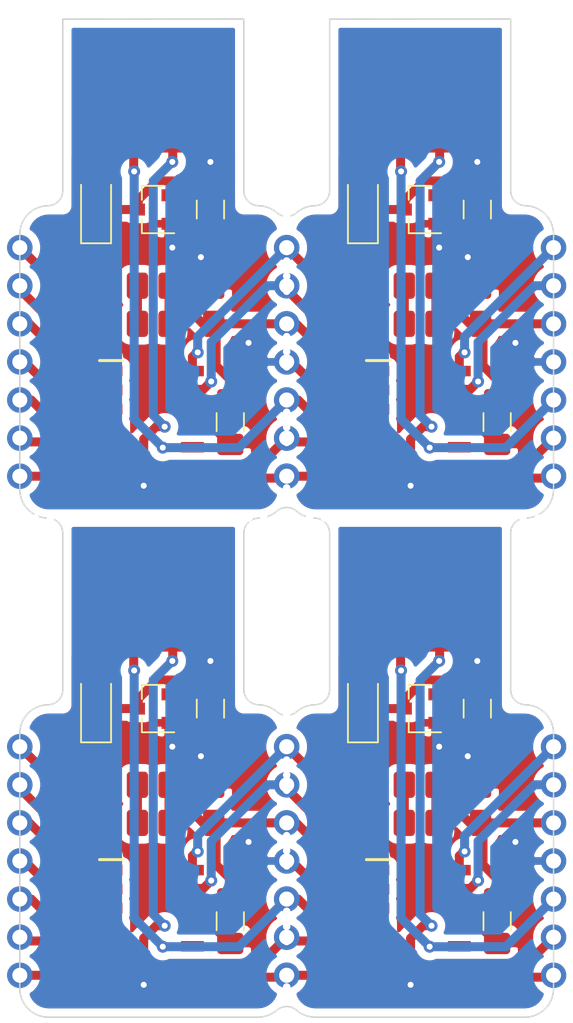
<source format=kicad_pcb>
(kicad_pcb (version 20171130) (host pcbnew 5.1.5-52549c5~86~ubuntu18.04.1)
  (layers (0 F.Cu signal) (31 B.Cu signal) (34 B.Paste user) (35 F.Paste user) (36 B.SilkS user) (37 F.SilkS user) (38 B.Mask user) (39 F.Mask user) (44 Edge.Cuts user))
  (net 0 "")
  (net 1 Board_1-+3V3)
  (net 2 Board_1-/PA02)
  (net 3 Board_1-/PA04)
  (net 4 Board_1-/PA05)
  (net 5 Board_1-/PA08)
  (net 6 Board_1-/PA09)
  (net 7 Board_1-/PA14)
  (net 8 Board_1-/PA15)
  (net 9 Board_1-/PA24)
  (net 10 Board_1-/PA25)
  (net 11 Board_1-/PA28)
  (net 12 Board_1-/PA30)
  (net 13 Board_1-/PA31)
  (net 14 Board_1-GND)
  (net 15 "Board_1-Net-(C2-Pad1)")
  (net 16 "Board_1-Net-(D1-Pad1)")
  (net 17 "Board_1-Net-(D2-Pad1)")
  (net 18 Board_1-VBUS)
  (net 19 Board_2-+3V3)
  (net 20 Board_2-/PA02)
  (net 21 Board_2-/PA04)
  (net 22 Board_2-/PA05)
  (net 23 Board_2-/PA08)
  (net 24 Board_2-/PA09)
  (net 25 Board_2-/PA14)
  (net 26 Board_2-/PA15)
  (net 27 Board_2-/PA24)
  (net 28 Board_2-/PA25)
  (net 29 Board_2-/PA28)
  (net 30 Board_2-/PA30)
  (net 31 Board_2-/PA31)
  (net 32 Board_2-GND)
  (net 33 "Board_2-Net-(C2-Pad1)")
  (net 34 "Board_2-Net-(D1-Pad1)")
  (net 35 "Board_2-Net-(D2-Pad1)")
  (net 36 Board_2-VBUS)
  (net 37 Board_3-+3V3)
  (net 38 Board_3-/PA02)
  (net 39 Board_3-/PA04)
  (net 40 Board_3-/PA05)
  (net 41 Board_3-/PA08)
  (net 42 Board_3-/PA09)
  (net 43 Board_3-/PA14)
  (net 44 Board_3-/PA15)
  (net 45 Board_3-/PA24)
  (net 46 Board_3-/PA25)
  (net 47 Board_3-/PA28)
  (net 48 Board_3-/PA30)
  (net 49 Board_3-/PA31)
  (net 50 Board_3-GND)
  (net 51 "Board_3-Net-(C2-Pad1)")
  (net 52 "Board_3-Net-(D1-Pad1)")
  (net 53 "Board_3-Net-(D2-Pad1)")
  (net 54 Board_3-VBUS)
  (net 55 Board_4-+3V3)
  (net 56 Board_4-/PA02)
  (net 57 Board_4-/PA04)
  (net 58 Board_4-/PA05)
  (net 59 Board_4-/PA08)
  (net 60 Board_4-/PA09)
  (net 61 Board_4-/PA14)
  (net 62 Board_4-/PA15)
  (net 63 Board_4-/PA24)
  (net 64 Board_4-/PA25)
  (net 65 Board_4-/PA28)
  (net 66 Board_4-/PA30)
  (net 67 Board_4-/PA31)
  (net 68 Board_4-GND)
  (net 69 "Board_4-Net-(C2-Pad1)")
  (net 70 "Board_4-Net-(D1-Pad1)")
  (net 71 "Board_4-Net-(D2-Pad1)")
  (net 72 Board_4-VBUS)
  (module NPTH (layer F.Cu) (at 67.780013 50)
    (fp_text reference REF** hide)
    (fp_text value NPTH hide)
    (pad "" np_thru_hole circle (at 0 0) (size 0.5 0.5) (drill 0.5) (layers *.Cu *.Mask))
  )
  (module NPTH (layer F.Cu) (at 67.780013 51.008303)
    (fp_text reference REF** hide)
    (fp_text value NPTH hide)
    (pad "" np_thru_hole circle (at 0 0) (size 0.5 0.5) (drill 0.5) (layers *.Cu *.Mask))
  )
  (module NPTH (layer F.Cu) (at 67.780013 52.016606)
    (fp_text reference REF** hide)
    (fp_text value NPTH hide)
    (pad "" np_thru_hole circle (at 0 0) (size 0.5 0.5) (drill 0.5) (layers *.Cu *.Mask))
  )
  (module NPTH (layer F.Cu) (at 67.780013 53.02491)
    (fp_text reference REF** hide)
    (fp_text value NPTH hide)
    (pad "" np_thru_hole circle (at 0 0) (size 0.5 0.5) (drill 0.5) (layers *.Cu *.Mask))
  )
  (module NPTH (layer F.Cu) (at 67.780013 54.033213)
    (fp_text reference REF** hide)
    (fp_text value NPTH hide)
    (pad "" np_thru_hole circle (at 0 0) (size 0.5 0.5) (drill 0.5) (layers *.Cu *.Mask))
  )
  (module NPTH (layer F.Cu) (at 67.780013 55.041517)
    (fp_text reference REF** hide)
    (fp_text value NPTH hide)
    (pad "" np_thru_hole circle (at 0 0) (size 0.5 0.5) (drill 0.5) (layers *.Cu *.Mask))
  )
  (module NPTH (layer F.Cu) (at 67.780013 56.04982)
    (fp_text reference REF** hide)
    (fp_text value NPTH hide)
    (pad "" np_thru_hole circle (at 0 0) (size 0.5 0.5) (drill 0.5) (layers *.Cu *.Mask))
  )
  (module NPTH (layer F.Cu) (at 67.780013 57.058123)
    (fp_text reference REF** hide)
    (fp_text value NPTH hide)
    (pad "" np_thru_hole circle (at 0 0) (size 0.5 0.5) (drill 0.5) (layers *.Cu *.Mask))
  )
  (module NPTH (layer F.Cu) (at 67.780013 58.066427)
    (fp_text reference REF** hide)
    (fp_text value NPTH hide)
    (pad "" np_thru_hole circle (at 0 0) (size 0.5 0.5) (drill 0.5) (layers *.Cu *.Mask))
  )
  (module NPTH (layer F.Cu) (at 67.780013 59.07473)
    (fp_text reference REF** hide)
    (fp_text value NPTH hide)
    (pad "" np_thru_hole circle (at 0 0) (size 0.5 0.5) (drill 0.5) (layers *.Cu *.Mask))
  )
  (module NPTH (layer F.Cu) (at 67.780013 60.083034)
    (fp_text reference REF** hide)
    (fp_text value NPTH hide)
    (pad "" np_thru_hole circle (at 0 0) (size 0.5 0.5) (drill 0.5) (layers *.Cu *.Mask))
  )
  (module NPTH (layer F.Cu) (at 67.780013 61.091337)
    (fp_text reference REF** hide)
    (fp_text value NPTH hide)
    (pad "" np_thru_hole circle (at 0 0) (size 0.5 0.5) (drill 0.5) (layers *.Cu *.Mask))
  )
  (module NPTH (layer F.Cu) (at 67.780013 62.099641)
    (fp_text reference REF** hide)
    (fp_text value NPTH hide)
    (pad "" np_thru_hole circle (at 0 0) (size 0.5 0.5) (drill 0.5) (layers *.Cu *.Mask))
  )
  (module NPTH (layer F.Cu) (at 67.780013 63.107944)
    (fp_text reference REF** hide)
    (fp_text value NPTH hide)
    (pad "" np_thru_hole circle (at 0 0) (size 0.5 0.5) (drill 0.5) (layers *.Cu *.Mask))
  )
  (module NPTH (layer F.Cu) (at 67.780013 64.116247)
    (fp_text reference REF** hide)
    (fp_text value NPTH hide)
    (pad "" np_thru_hole circle (at 0 0) (size 0.5 0.5) (drill 0.5) (layers *.Cu *.Mask))
  )
  (module NPTH (layer F.Cu) (at 67.780013 65.124551)
    (fp_text reference REF** hide)
    (fp_text value NPTH hide)
    (pad "" np_thru_hole circle (at 0 0) (size 0.5 0.5) (drill 0.5) (layers *.Cu *.Mask))
  )
  (module NPTH (layer F.Cu) (at 67.780013 66.132854)
    (fp_text reference REF** hide)
    (fp_text value NPTH hide)
    (pad "" np_thru_hole circle (at 0 0) (size 0.5 0.5) (drill 0.5) (layers *.Cu *.Mask))
  )
  (module NPTH (layer F.Cu) (at 67.780013 67.141158)
    (fp_text reference REF** hide)
    (fp_text value NPTH hide)
    (pad "" np_thru_hole circle (at 0 0) (size 0.5 0.5) (drill 0.5) (layers *.Cu *.Mask))
  )
  (module NPTH (layer F.Cu) (at 67.780013 68.149461)
    (fp_text reference REF** hide)
    (fp_text value NPTH hide)
    (pad "" np_thru_hole circle (at 0 0) (size 0.5 0.5) (drill 0.5) (layers *.Cu *.Mask))
  )
  (module NPTH (layer F.Cu) (at 67.780013 69.157765)
    (fp_text reference REF** hide)
    (fp_text value NPTH hide)
    (pad "" np_thru_hole circle (at 0 0) (size 0.5 0.5) (drill 0.5) (layers *.Cu *.Mask))
  )
  (module NPTH (layer F.Cu) (at 67.780013 70.166068)
    (fp_text reference REF** hide)
    (fp_text value NPTH hide)
    (pad "" np_thru_hole circle (at 0 0) (size 0.5 0.5) (drill 0.5) (layers *.Cu *.Mask))
  )
  (module NPTH (layer F.Cu) (at 67.780013 71.174371)
    (fp_text reference REF** hide)
    (fp_text value NPTH hide)
    (pad "" np_thru_hole circle (at 0 0) (size 0.5 0.5) (drill 0.5) (layers *.Cu *.Mask))
  )
  (module NPTH (layer F.Cu) (at 67.780013 72.182675)
    (fp_text reference REF** hide)
    (fp_text value NPTH hide)
    (pad "" np_thru_hole circle (at 0 0) (size 0.5 0.5) (drill 0.5) (layers *.Cu *.Mask))
  )
  (module NPTH (layer F.Cu) (at 67.780013 73.190978)
    (fp_text reference REF** hide)
    (fp_text value NPTH hide)
    (pad "" np_thru_hole circle (at 0 0) (size 0.5 0.5) (drill 0.5) (layers *.Cu *.Mask))
  )
  (module NPTH (layer F.Cu) (at 67.780013 74.199282)
    (fp_text reference REF** hide)
    (fp_text value NPTH hide)
    (pad "" np_thru_hole circle (at 0 0) (size 0.5 0.5) (drill 0.5) (layers *.Cu *.Mask))
  )
  (module NPTH (layer F.Cu) (at 67.780013 75.207585)
    (fp_text reference REF** hide)
    (fp_text value NPTH hide)
    (pad "" np_thru_hole circle (at 0 0) (size 0.5 0.5) (drill 0.5) (layers *.Cu *.Mask))
  )
  (module NPTH (layer F.Cu) (at 67.780013 76.215889)
    (fp_text reference REF** hide)
    (fp_text value NPTH hide)
    (pad "" np_thru_hole circle (at 0 0) (size 0.5 0.5) (drill 0.5) (layers *.Cu *.Mask))
  )
  (module NPTH (layer F.Cu) (at 67.780013 77.224192)
    (fp_text reference REF** hide)
    (fp_text value NPTH hide)
    (pad "" np_thru_hole circle (at 0 0) (size 0.5 0.5) (drill 0.5) (layers *.Cu *.Mask))
  )
  (module NPTH (layer F.Cu) (at 67.780013 78.232495)
    (fp_text reference REF** hide)
    (fp_text value NPTH hide)
    (pad "" np_thru_hole circle (at 0 0) (size 0.5 0.5) (drill 0.5) (layers *.Cu *.Mask))
  )
  (module NPTH (layer F.Cu) (at 67.780013 79.240799)
    (fp_text reference REF** hide)
    (fp_text value NPTH hide)
    (pad "" np_thru_hole circle (at 0 0) (size 0.5 0.5) (drill 0.5) (layers *.Cu *.Mask))
  )
  (module NPTH (layer F.Cu) (at 67.780013 80.249102)
    (fp_text reference REF** hide)
    (fp_text value NPTH hide)
    (pad "" np_thru_hole circle (at 0 0) (size 0.5 0.5) (drill 0.5) (layers *.Cu *.Mask))
  )
  (module NPTH (layer F.Cu) (at 67.780013 81.257406)
    (fp_text reference REF** hide)
    (fp_text value NPTH hide)
    (pad "" np_thru_hole circle (at 0 0) (size 0.5 0.5) (drill 0.5) (layers *.Cu *.Mask))
  )
  (module NPTH (layer F.Cu) (at 67.780013 82.265709)
    (fp_text reference REF** hide)
    (fp_text value NPTH hide)
    (pad "" np_thru_hole circle (at 0 0) (size 0.5 0.5) (drill 0.5) (layers *.Cu *.Mask))
  )
  (module NPTH (layer F.Cu) (at 67.780013 83.274013)
    (fp_text reference REF** hide)
    (fp_text value NPTH hide)
    (pad "" np_thru_hole circle (at 0 0) (size 0.5 0.5) (drill 0.5) (layers *.Cu *.Mask))
  )
  (module NPTH (layer F.Cu) (at 67.780013 84.282316)
    (fp_text reference REF** hide)
    (fp_text value NPTH hide)
    (pad "" np_thru_hole circle (at 0 0) (size 0.5 0.5) (drill 0.5) (layers *.Cu *.Mask))
  )
  (module NPTH (layer F.Cu) (at 67.780013 85.290619)
    (fp_text reference REF** hide)
    (fp_text value NPTH hide)
    (pad "" np_thru_hole circle (at 0 0) (size 0.5 0.5) (drill 0.5) (layers *.Cu *.Mask))
  )
  (module NPTH (layer F.Cu) (at 67.780013 86.298923)
    (fp_text reference REF** hide)
    (fp_text value NPTH hide)
    (pad "" np_thru_hole circle (at 0 0) (size 0.5 0.5) (drill 0.5) (layers *.Cu *.Mask))
  )
  (module NPTH (layer F.Cu) (at 67.780013 87.307226)
    (fp_text reference REF** hide)
    (fp_text value NPTH hide)
    (pad "" np_thru_hole circle (at 0 0) (size 0.5 0.5) (drill 0.5) (layers *.Cu *.Mask))
  )
  (module NPTH (layer F.Cu) (at 67.780013 88.31553)
    (fp_text reference REF** hide)
    (fp_text value NPTH hide)
    (pad "" np_thru_hole circle (at 0 0) (size 0.5 0.5) (drill 0.5) (layers *.Cu *.Mask))
  )
  (module NPTH (layer F.Cu) (at 67.780013 89.323833)
    (fp_text reference REF** hide)
    (fp_text value NPTH hide)
    (pad "" np_thru_hole circle (at 0 0) (size 0.5 0.5) (drill 0.5) (layers *.Cu *.Mask))
  )
  (module NPTH (layer F.Cu) (at 67.780013 90.332136)
    (fp_text reference REF** hide)
    (fp_text value NPTH hide)
    (pad "" np_thru_hole circle (at 0 0) (size 0.5 0.5) (drill 0.5) (layers *.Cu *.Mask))
  )
  (module NPTH (layer F.Cu) (at 67.780013 91.34044)
    (fp_text reference REF** hide)
    (fp_text value NPTH hide)
    (pad "" np_thru_hole circle (at 0 0) (size 0.5 0.5) (drill 0.5) (layers *.Cu *.Mask))
  )
  (module NPTH (layer F.Cu) (at 67.780013 92.348743)
    (fp_text reference REF** hide)
    (fp_text value NPTH hide)
    (pad "" np_thru_hole circle (at 0 0) (size 0.5 0.5) (drill 0.5) (layers *.Cu *.Mask))
  )
  (module NPTH (layer F.Cu) (at 67.780013 93.357047)
    (fp_text reference REF** hide)
    (fp_text value NPTH hide)
    (pad "" np_thru_hole circle (at 0 0) (size 0.5 0.5) (drill 0.5) (layers *.Cu *.Mask))
  )
  (module NPTH (layer F.Cu) (at 67.780013 94.36535)
    (fp_text reference REF** hide)
    (fp_text value NPTH hide)
    (pad "" np_thru_hole circle (at 0 0) (size 0.5 0.5) (drill 0.5) (layers *.Cu *.Mask))
  )
  (module NPTH (layer F.Cu) (at 67.780013 95.373654)
    (fp_text reference REF** hide)
    (fp_text value NPTH hide)
    (pad "" np_thru_hole circle (at 0 0) (size 0.5 0.5) (drill 0.5) (layers *.Cu *.Mask))
  )
  (module NPTH (layer F.Cu) (at 67.780013 96.381957)
    (fp_text reference REF** hide)
    (fp_text value NPTH hide)
    (pad "" np_thru_hole circle (at 0 0) (size 0.5 0.5) (drill 0.5) (layers *.Cu *.Mask))
  )
  (module NPTH (layer F.Cu) (at 67.780013 97.39026)
    (fp_text reference REF** hide)
    (fp_text value NPTH hide)
    (pad "" np_thru_hole circle (at 0 0) (size 0.5 0.5) (drill 0.5) (layers *.Cu *.Mask))
  )
  (module NPTH (layer F.Cu) (at 67.780013 98.398564)
    (fp_text reference REF** hide)
    (fp_text value NPTH hide)
    (pad "" np_thru_hole circle (at 0 0) (size 0.5 0.5) (drill 0.5) (layers *.Cu *.Mask))
  )
  (module NPTH (layer F.Cu) (at 67.780013 99.406867)
    (fp_text reference REF** hide)
    (fp_text value NPTH hide)
    (pad "" np_thru_hole circle (at 0 0) (size 0.5 0.5) (drill 0.5) (layers *.Cu *.Mask))
  )
  (module NPTH (layer F.Cu) (at 67.780013 100.415171)
    (fp_text reference REF** hide)
    (fp_text value NPTH hide)
    (pad "" np_thru_hole circle (at 0 0) (size 0.5 0.5) (drill 0.5) (layers *.Cu *.Mask))
  )
  (module NPTH (layer F.Cu) (at 67.780013 101.423474)
    (fp_text reference REF** hide)
    (fp_text value NPTH hide)
    (pad "" np_thru_hole circle (at 0 0) (size 0.5 0.5) (drill 0.5) (layers *.Cu *.Mask))
  )
  (module NPTH (layer F.Cu) (at 67.780013 102.431778)
    (fp_text reference REF** hide)
    (fp_text value NPTH hide)
    (pad "" np_thru_hole circle (at 0 0) (size 0.5 0.5) (drill 0.5) (layers *.Cu *.Mask))
  )
  (module NPTH (layer F.Cu) (at 67.780013 103.440081)
    (fp_text reference REF** hide)
    (fp_text value NPTH hide)
    (pad "" np_thru_hole circle (at 0 0) (size 0.5 0.5) (drill 0.5) (layers *.Cu *.Mask))
  )
  (module NPTH (layer F.Cu) (at 67.780013 104.448384)
    (fp_text reference REF** hide)
    (fp_text value NPTH hide)
    (pad "" np_thru_hole circle (at 0 0) (size 0.5 0.5) (drill 0.5) (layers *.Cu *.Mask))
  )
  (module NPTH (layer F.Cu) (at 67.780013 105.456688)
    (fp_text reference REF** hide)
    (fp_text value NPTH hide)
    (pad "" np_thru_hole circle (at 0 0) (size 0.5 0.5) (drill 0.5) (layers *.Cu *.Mask))
  )
  (module NPTH (layer F.Cu) (at 67.780013 106.464991)
    (fp_text reference REF** hide)
    (fp_text value NPTH hide)
    (pad "" np_thru_hole circle (at 0 0) (size 0.5 0.5) (drill 0.5) (layers *.Cu *.Mask))
  )
  (module NPTH (layer F.Cu) (at 67.780013 107.473295)
    (fp_text reference REF** hide)
    (fp_text value NPTH hide)
    (pad "" np_thru_hole circle (at 0 0) (size 0.5 0.5) (drill 0.5) (layers *.Cu *.Mask))
  )
  (module NPTH (layer F.Cu) (at 67.780013 108.481598)
    (fp_text reference REF** hide)
    (fp_text value NPTH hide)
    (pad "" np_thru_hole circle (at 0 0) (size 0.5 0.5) (drill 0.5) (layers *.Cu *.Mask))
  )
  (module NPTH (layer F.Cu) (at 67.780013 109.489902)
    (fp_text reference REF** hide)
    (fp_text value NPTH hide)
    (pad "" np_thru_hole circle (at 0 0) (size 0.5 0.5) (drill 0.5) (layers *.Cu *.Mask))
  )
  (module NPTH (layer F.Cu) (at 67.780013 110.498205)
    (fp_text reference REF** hide)
    (fp_text value NPTH hide)
    (pad "" np_thru_hole circle (at 0 0) (size 0.5 0.5) (drill 0.5) (layers *.Cu *.Mask))
  )
  (module NPTH (layer F.Cu) (at 67.780013 111.506508)
    (fp_text reference REF** hide)
    (fp_text value NPTH hide)
    (pad "" np_thru_hole circle (at 0 0) (size 0.5 0.5) (drill 0.5) (layers *.Cu *.Mask))
  )
  (module NPTH (layer F.Cu) (at 67.780013 112.514812)
    (fp_text reference REF** hide)
    (fp_text value NPTH hide)
    (pad "" np_thru_hole circle (at 0 0) (size 0.5 0.5) (drill 0.5) (layers *.Cu *.Mask))
  )
  (module NPTH (layer F.Cu) (at 67.780013 113.523115)
    (fp_text reference REF** hide)
    (fp_text value NPTH hide)
    (pad "" np_thru_hole circle (at 0 0) (size 0.5 0.5) (drill 0.5) (layers *.Cu *.Mask))
  )
  (module NPTH (layer F.Cu) (at 67.780013 114.531419)
    (fp_text reference REF** hide)
    (fp_text value NPTH hide)
    (pad "" np_thru_hole circle (at 0 0) (size 0.5 0.5) (drill 0.5) (layers *.Cu *.Mask))
  )
  (module NPTH (layer F.Cu) (at 67.780013 115.539722)
    (fp_text reference REF** hide)
    (fp_text value NPTH hide)
    (pad "" np_thru_hole circle (at 0 0) (size 0.5 0.5) (drill 0.5) (layers *.Cu *.Mask))
  )
  (module NPTH (layer F.Cu) (at 67.780013 116.548026)
    (fp_text reference REF** hide)
    (fp_text value NPTH hide)
    (pad "" np_thru_hole circle (at 0 0) (size 0.5 0.5) (drill 0.5) (layers *.Cu *.Mask))
  )
  (module NPTH (layer F.Cu) (at 85.560026 83.274013)
    (fp_text reference REF** hide)
    (fp_text value NPTH hide)
    (pad "" np_thru_hole circle (at 0 0) (size 0.5 0.5) (drill 0.5) (layers *.Cu *.Mask))
  )
  (module NPTH (layer F.Cu) (at 84.544025 83.274013)
    (fp_text reference REF** hide)
    (fp_text value NPTH hide)
    (pad "" np_thru_hole circle (at 0 0) (size 0.5 0.5) (drill 0.5) (layers *.Cu *.Mask))
  )
  (module NPTH (layer F.Cu) (at 83.528024 83.274013)
    (fp_text reference REF** hide)
    (fp_text value NPTH hide)
    (pad "" np_thru_hole circle (at 0 0) (size 0.5 0.5) (drill 0.5) (layers *.Cu *.Mask))
  )
  (module NPTH (layer F.Cu) (at 82.512023 83.274013)
    (fp_text reference REF** hide)
    (fp_text value NPTH hide)
    (pad "" np_thru_hole circle (at 0 0) (size 0.5 0.5) (drill 0.5) (layers *.Cu *.Mask))
  )
  (module NPTH (layer F.Cu) (at 81.496023 83.274013)
    (fp_text reference REF** hide)
    (fp_text value NPTH hide)
    (pad "" np_thru_hole circle (at 0 0) (size 0.5 0.5) (drill 0.5) (layers *.Cu *.Mask))
  )
  (module NPTH (layer F.Cu) (at 80.480022 83.274013)
    (fp_text reference REF** hide)
    (fp_text value NPTH hide)
    (pad "" np_thru_hole circle (at 0 0) (size 0.5 0.5) (drill 0.5) (layers *.Cu *.Mask))
  )
  (module NPTH (layer F.Cu) (at 79.464021 83.274013)
    (fp_text reference REF** hide)
    (fp_text value NPTH hide)
    (pad "" np_thru_hole circle (at 0 0) (size 0.5 0.5) (drill 0.5) (layers *.Cu *.Mask))
  )
  (module NPTH (layer F.Cu) (at 78.44802 83.274013)
    (fp_text reference REF** hide)
    (fp_text value NPTH hide)
    (pad "" np_thru_hole circle (at 0 0) (size 0.5 0.5) (drill 0.5) (layers *.Cu *.Mask))
  )
  (module NPTH (layer F.Cu) (at 77.43202 83.274013)
    (fp_text reference REF** hide)
    (fp_text value NPTH hide)
    (pad "" np_thru_hole circle (at 0 0) (size 0.5 0.5) (drill 0.5) (layers *.Cu *.Mask))
  )
  (module NPTH (layer F.Cu) (at 76.416019 83.274013)
    (fp_text reference REF** hide)
    (fp_text value NPTH hide)
    (pad "" np_thru_hole circle (at 0 0) (size 0.5 0.5) (drill 0.5) (layers *.Cu *.Mask))
  )
  (module NPTH (layer F.Cu) (at 75.400018 83.274013)
    (fp_text reference REF** hide)
    (fp_text value NPTH hide)
    (pad "" np_thru_hole circle (at 0 0) (size 0.5 0.5) (drill 0.5) (layers *.Cu *.Mask))
  )
  (module NPTH (layer F.Cu) (at 74.384017 83.274013)
    (fp_text reference REF** hide)
    (fp_text value NPTH hide)
    (pad "" np_thru_hole circle (at 0 0) (size 0.5 0.5) (drill 0.5) (layers *.Cu *.Mask))
  )
  (module NPTH (layer F.Cu) (at 73.368017 83.274013)
    (fp_text reference REF** hide)
    (fp_text value NPTH hide)
    (pad "" np_thru_hole circle (at 0 0) (size 0.5 0.5) (drill 0.5) (layers *.Cu *.Mask))
  )
  (module NPTH (layer F.Cu) (at 72.352016 83.274013)
    (fp_text reference REF** hide)
    (fp_text value NPTH hide)
    (pad "" np_thru_hole circle (at 0 0) (size 0.5 0.5) (drill 0.5) (layers *.Cu *.Mask))
  )
  (module NPTH (layer F.Cu) (at 71.336015 83.274013)
    (fp_text reference REF** hide)
    (fp_text value NPTH hide)
    (pad "" np_thru_hole circle (at 0 0) (size 0.5 0.5) (drill 0.5) (layers *.Cu *.Mask))
  )
  (module NPTH (layer F.Cu) (at 70.320014 83.274013)
    (fp_text reference REF** hide)
    (fp_text value NPTH hide)
    (pad "" np_thru_hole circle (at 0 0) (size 0.5 0.5) (drill 0.5) (layers *.Cu *.Mask))
  )
  (module NPTH (layer F.Cu) (at 69.304014 83.274013)
    (fp_text reference REF** hide)
    (fp_text value NPTH hide)
    (pad "" np_thru_hole circle (at 0 0) (size 0.5 0.5) (drill 0.5) (layers *.Cu *.Mask))
  )
  (module NPTH (layer F.Cu) (at 68.288013 83.274013)
    (fp_text reference REF** hide)
    (fp_text value NPTH hide)
    (pad "" np_thru_hole circle (at 0 0) (size 0.5 0.5) (drill 0.5) (layers *.Cu *.Mask))
  )
  (module NPTH (layer F.Cu) (at 67.272012 83.274013)
    (fp_text reference REF** hide)
    (fp_text value NPTH hide)
    (pad "" np_thru_hole circle (at 0 0) (size 0.5 0.5) (drill 0.5) (layers *.Cu *.Mask))
  )
  (module NPTH (layer F.Cu) (at 66.256011 83.274013)
    (fp_text reference REF** hide)
    (fp_text value NPTH hide)
    (pad "" np_thru_hole circle (at 0 0) (size 0.5 0.5) (drill 0.5) (layers *.Cu *.Mask))
  )
  (module NPTH (layer F.Cu) (at 65.240011 83.274013)
    (fp_text reference REF** hide)
    (fp_text value NPTH hide)
    (pad "" np_thru_hole circle (at 0 0) (size 0.5 0.5) (drill 0.5) (layers *.Cu *.Mask))
  )
  (module NPTH (layer F.Cu) (at 64.22401 83.274013)
    (fp_text reference REF** hide)
    (fp_text value NPTH hide)
    (pad "" np_thru_hole circle (at 0 0) (size 0.5 0.5) (drill 0.5) (layers *.Cu *.Mask))
  )
  (module NPTH (layer F.Cu) (at 63.208009 83.274013)
    (fp_text reference REF** hide)
    (fp_text value NPTH hide)
    (pad "" np_thru_hole circle (at 0 0) (size 0.5 0.5) (drill 0.5) (layers *.Cu *.Mask))
  )
  (module NPTH (layer F.Cu) (at 62.192008 83.274013)
    (fp_text reference REF** hide)
    (fp_text value NPTH hide)
    (pad "" np_thru_hole circle (at 0 0) (size 0.5 0.5) (drill 0.5) (layers *.Cu *.Mask))
  )
  (module NPTH (layer F.Cu) (at 61.176008 83.274013)
    (fp_text reference REF** hide)
    (fp_text value NPTH hide)
    (pad "" np_thru_hole circle (at 0 0) (size 0.5 0.5) (drill 0.5) (layers *.Cu *.Mask))
  )
  (module NPTH (layer F.Cu) (at 60.160007 83.274013)
    (fp_text reference REF** hide)
    (fp_text value NPTH hide)
    (pad "" np_thru_hole circle (at 0 0) (size 0.5 0.5) (drill 0.5) (layers *.Cu *.Mask))
  )
  (module NPTH (layer F.Cu) (at 59.144006 83.274013)
    (fp_text reference REF** hide)
    (fp_text value NPTH hide)
    (pad "" np_thru_hole circle (at 0 0) (size 0.5 0.5) (drill 0.5) (layers *.Cu *.Mask))
  )
  (module NPTH (layer F.Cu) (at 58.128005 83.274013)
    (fp_text reference REF** hide)
    (fp_text value NPTH hide)
    (pad "" np_thru_hole circle (at 0 0) (size 0.5 0.5) (drill 0.5) (layers *.Cu *.Mask))
  )
  (module NPTH (layer F.Cu) (at 57.112005 83.274013)
    (fp_text reference REF** hide)
    (fp_text value NPTH hide)
    (pad "" np_thru_hole circle (at 0 0) (size 0.5 0.5) (drill 0.5) (layers *.Cu *.Mask))
  )
  (module NPTH (layer F.Cu) (at 56.096004 83.274013)
    (fp_text reference REF** hide)
    (fp_text value NPTH hide)
    (pad "" np_thru_hole circle (at 0 0) (size 0.5 0.5) (drill 0.5) (layers *.Cu *.Mask))
  )
  (module NPTH (layer F.Cu) (at 55.080003 83.274013)
    (fp_text reference REF** hide)
    (fp_text value NPTH hide)
    (pad "" np_thru_hole circle (at 0 0) (size 0.5 0.5) (drill 0.5) (layers *.Cu *.Mask))
  )
  (module NPTH (layer F.Cu) (at 54.064002 83.274013)
    (fp_text reference REF** hide)
    (fp_text value NPTH hide)
    (pad "" np_thru_hole circle (at 0 0) (size 0.5 0.5) (drill 0.5) (layers *.Cu *.Mask))
  )
  (module NPTH (layer F.Cu) (at 53.048002 83.274013)
    (fp_text reference REF** hide)
    (fp_text value NPTH hide)
    (pad "" np_thru_hole circle (at 0 0) (size 0.5 0.5) (drill 0.5) (layers *.Cu *.Mask))
  )
  (module NPTH (layer F.Cu) (at 52.032001 83.274013)
    (fp_text reference REF** hide)
    (fp_text value NPTH hide)
    (pad "" np_thru_hole circle (at 0 0) (size 0.5 0.5) (drill 0.5) (layers *.Cu *.Mask))
  )
  (module NPTH (layer F.Cu) (at 51.016 83.274013)
    (fp_text reference REF** hide)
    (fp_text value NPTH hide)
    (pad "" np_thru_hole circle (at 0 0) (size 0.5 0.5) (drill 0.5) (layers *.Cu *.Mask))
  )
  (module NPTH (layer F.Cu) (at 50 83.274013)
    (fp_text reference REF** hide)
    (fp_text value NPTH hide)
    (pad "" np_thru_hole circle (at 0 0) (size 0.5 0.5) (drill 0.5) (layers *.Cu *.Mask))
  )
  (module Connector_USB:USB_A_Plug_PCB (layer F.Cu) (at 76.670014 83.274014 180)
    (fp_text reference U2 hide)
    (fp_text value USB_A_Plug_PCB hide)
    (pad 1 connect rect (at 3.81 -4.9 180) (size 1.9 8) (layers F.Cu F.Mask) (net 72 Board_4-VBUS))
    (pad 4 connect rect (at -3.81 -4.9 180) (size 1.9 8) (layers F.Cu F.Mask) (net 68 Board_4-GND))
    (pad 3 connect rect (at -1.3 -5.15 180) (size 2 7.5) (layers F.Cu F.Mask) (net 63 Board_4-/PA24))
    (pad 2 connect rect (at 1.3 -5.15 180) (size 2 7.5) (layers F.Cu F.Mask) (net 64 Board_4-/PA25))
  )
  (module Package_TO_SOT_SMD:SOT-23 (layer F.Cu) (at 76.670014 95.974014 180)
    (fp_text reference U1 hide)
    (fp_text value MCP1700-3302E_SOT23 hide)
    (pad 1 smd rect (at -1 -0.95 180) (size 0.9 0.8) (layers F.Cu F.Paste F.Mask) (net 68 Board_4-GND))
    (pad 2 smd rect (at -1 0.95 180) (size 0.9 0.8) (layers F.Cu F.Paste F.Mask) (net 55 Board_4-+3V3))
    (pad 3 smd rect (at 1 0 180) (size 0.9 0.8) (layers F.Cu F.Paste F.Mask) (net 69 "Board_4-Net-(C2-Pad1)"))
  )
  (module Diode_SMD:D_SOD-123 (layer F.Cu) (at 72.860014 95.974014 90)
    (fp_text reference D3 hide)
    (fp_text value MBRA140 hide)
    (pad 2 smd rect (at 1.65 0 90) (size 0.9 1.2) (layers F.Cu F.Paste F.Mask) (net 72 Board_4-VBUS))
    (pad 1 smd rect (at -1.65 0 90) (size 0.9 1.2) (layers F.Cu F.Paste F.Mask) (net 69 "Board_4-Net-(C2-Pad1)"))
  )
  (module Capacitor_SMD:C_1206_3216Metric_Pad1.42x1.75mm_HandSolder (layer F.Cu) (at 80.480014 95.974014 270)
    (fp_text reference C2 hide)
    (fp_text value 1uF)
    (pad 1 smd roundrect (at -1.4875 0 270) (size 1.425 1.75) (layers F.Cu F.Paste F.Mask) (roundrect_rratio 0.175439) (net 69 "Board_4-Net-(C2-Pad1)"))
    (pad 2 smd roundrect (at 1.4875 0 270) (size 1.425 1.75) (layers F.Cu F.Paste F.Mask) (roundrect_rratio 0.175439) (net 68 Board_4-GND))
  )
  (module SamD11_Breakout:PinHeader_1x07_P2.54mm_Vertical (layer F.Cu) (at 85.560014 98.514014)
    (fp_text reference J2 hide)
    (fp_text value Conn_01x07 hide)
    (pad 1 thru_hole circle (at 0 0) (size 1.7 1.7) (drill 1) (layers *.Cu *.Mask) (net 57 Board_4-/PA04))
    (pad 2 thru_hole oval (at 0 2.54) (size 1.7 1.7) (drill 1) (layers *.Cu *.Mask) (net 56 Board_4-/PA02))
    (pad 3 thru_hole oval (at 0 5.08) (size 1.7 1.7) (drill 1) (layers *.Cu *.Mask) (net 55 Board_4-+3V3))
    (pad 4 thru_hole oval (at 0 7.62) (size 1.7 1.7) (drill 1) (layers *.Cu *.Mask) (net 68 Board_4-GND))
    (pad 5 thru_hole oval (at 0 10.16) (size 1.7 1.7) (drill 1) (layers *.Cu *.Mask) (net 64 Board_4-/PA25))
    (pad 6 thru_hole oval (at 0 12.7) (size 1.7 1.7) (drill 1) (layers *.Cu *.Mask) (net 63 Board_4-/PA24))
    (pad 7 thru_hole oval (at 0 15.24) (size 1.7 1.7) (drill 1) (layers *.Cu *.Mask) (net 67 Board_4-/PA31))
  )
  (module SamD11_Breakout:SOIC127P600X175-14N (layer F.Cu) (at 76.568414 110.553614)
    (fp_text reference IC2)
    (fp_text value ATSAMD11C14A-SSUT hide)
    (pad 1 smd rect (at -2.712 -3.81 90) (size 0.7 1.525) (layers F.Cu F.Paste F.Mask) (net 58 Board_4-/PA05))
    (pad 2 smd rect (at -2.712 -2.54 90) (size 0.7 1.525) (layers F.Cu F.Paste F.Mask) (net 59 Board_4-/PA08))
    (pad 3 smd rect (at -2.712 -1.27 90) (size 0.7 1.525) (layers F.Cu F.Paste F.Mask) (net 60 Board_4-/PA09))
    (pad 4 smd rect (at -2.712 0 90) (size 0.7 1.525) (layers F.Cu F.Paste F.Mask) (net 61 Board_4-/PA14))
    (pad 5 smd rect (at -2.712 1.27 90) (size 0.7 1.525) (layers F.Cu F.Paste F.Mask) (net 62 Board_4-/PA15))
    (pad 6 smd rect (at -2.712 2.54 90) (size 0.7 1.525) (layers F.Cu F.Paste F.Mask) (net 65 Board_4-/PA28))
    (pad 7 smd rect (at -2.712 3.81 90) (size 0.7 1.525) (layers F.Cu F.Paste F.Mask) (net 66 Board_4-/PA30))
    (pad 8 smd rect (at 2.712 3.81 90) (size 0.7 1.525) (layers F.Cu F.Paste F.Mask) (net 67 Board_4-/PA31))
    (pad 9 smd rect (at 2.712 2.54 90) (size 0.7 1.525) (layers F.Cu F.Paste F.Mask) (net 63 Board_4-/PA24))
    (pad 10 smd rect (at 2.712 1.27 90) (size 0.7 1.525) (layers F.Cu F.Paste F.Mask) (net 64 Board_4-/PA25))
    (pad 11 smd rect (at 2.712 0 90) (size 0.7 1.525) (layers F.Cu F.Paste F.Mask) (net 68 Board_4-GND))
    (pad 12 smd rect (at 2.712 -1.27 90) (size 0.7 1.525) (layers F.Cu F.Paste F.Mask) (net 55 Board_4-+3V3))
    (pad 13 smd rect (at 2.712 -2.54 90) (size 0.7 1.525) (layers F.Cu F.Paste F.Mask) (net 56 Board_4-/PA02))
    (pad 14 smd rect (at 2.712 -3.81 90) (size 0.7 1.525) (layers F.Cu F.Paste F.Mask) (net 57 Board_4-/PA04))
  )
  (module SamD11_Breakout:R_1206_3216Metric_Pad1.42x1.75mm_HandSolder (layer F.Cu) (at 79.210014 101.054014)
    (fp_text reference R1 hide)
    (fp_text value 1K hide)
    (pad 2 smd roundrect (at 1.4875 0) (size 1.425 1.75) (layers F.Cu F.Paste F.Mask) (roundrect_rratio 0.175439) (net 68 Board_4-GND))
    (pad 1 smd roundrect (at -1.4875 0) (size 1.425 1.75) (layers F.Cu F.Paste F.Mask) (roundrect_rratio 0.175439) (net 70 "Board_4-Net-(D1-Pad1)"))
  )
  (module SamD11_Breakout:LED_1206_3216Metric_Pad1.42x1.75mm_HandSolder (layer F.Cu) (at 74.130014 103.594014 180)
    (fp_text reference D2 hide)
    (fp_text value LED hide)
    (pad 2 smd roundrect (at 1.4875 0 180) (size 1.425 1.75) (layers F.Cu F.Paste F.Mask) (roundrect_rratio 0.175439) (net 58 Board_4-/PA05))
    (pad 1 smd roundrect (at -1.4875 0 180) (size 1.425 1.75) (layers F.Cu F.Paste F.Mask) (roundrect_rratio 0.175439) (net 71 "Board_4-Net-(D2-Pad1)"))
  )
  (module SamD11_Breakout:R_1206_3216Metric_Pad1.42x1.75mm_HandSolder (layer F.Cu) (at 74.130014 101.054014 180)
    (fp_text reference R2 hide)
    (fp_text value 1K hide)
    (pad 2 smd roundrect (at 1.4875 0 180) (size 1.425 1.75) (layers F.Cu F.Paste F.Mask) (roundrect_rratio 0.175439) (net 68 Board_4-GND))
    (pad 1 smd roundrect (at -1.4875 0 180) (size 1.425 1.75) (layers F.Cu F.Paste F.Mask) (roundrect_rratio 0.175439) (net 71 "Board_4-Net-(D2-Pad1)"))
  )
  (module SamD11_Breakout:LED_1206_3216Metric_Pad1.42x1.75mm_HandSolder (layer F.Cu) (at 79.210014 103.594014)
    (fp_text reference D1 hide)
    (fp_text value POWER hide)
    (pad 2 smd roundrect (at 1.4875 0) (size 1.425 1.75) (layers F.Cu F.Paste F.Mask) (roundrect_rratio 0.175439) (net 55 Board_4-+3V3))
    (pad 1 smd roundrect (at -1.4875 0) (size 1.425 1.75) (layers F.Cu F.Paste F.Mask) (roundrect_rratio 0.175439) (net 70 "Board_4-Net-(D1-Pad1)"))
  )
  (module SamD11_Breakout:PinHeader_1x07_P2.54mm_Vertical (layer F.Cu) (at 67.780014 98.514014)
    (fp_text reference J1 hide)
    (fp_text value Conn_01x07 hide)
    (pad 1 thru_hole circle (at 0 0) (size 1.7 1.7) (drill 1) (layers *.Cu *.Mask) (net 58 Board_4-/PA05))
    (pad 2 thru_hole oval (at 0 2.54) (size 1.7 1.7) (drill 1) (layers *.Cu *.Mask) (net 59 Board_4-/PA08))
    (pad 3 thru_hole oval (at 0 5.08) (size 1.7 1.7) (drill 1) (layers *.Cu *.Mask) (net 60 Board_4-/PA09))
    (pad 4 thru_hole oval (at 0 7.62) (size 1.7 1.7) (drill 1) (layers *.Cu *.Mask) (net 61 Board_4-/PA14))
    (pad 5 thru_hole oval (at 0 10.16) (size 1.7 1.7) (drill 1) (layers *.Cu *.Mask) (net 62 Board_4-/PA15))
    (pad 6 thru_hole oval (at 0 12.7) (size 1.7 1.7) (drill 1) (layers *.Cu *.Mask) (net 65 Board_4-/PA28))
    (pad 7 thru_hole oval (at 0 15.24) (size 1.7 1.7) (drill 1) (layers *.Cu *.Mask) (net 66 Board_4-/PA30))
  )
  (module Capacitor_SMD:C_1206_3216Metric_Pad1.42x1.75mm_HandSolder (layer F.Cu) (at 81.800814 110.147214 270)
    (fp_text reference C1 hide)
    (fp_text value 0.1uF hide)
    (pad 2 smd roundrect (at 1.4875 0 270) (size 1.425 1.75) (layers F.Cu F.Paste F.Mask) (roundrect_rratio 0.175439) (net 68 Board_4-GND))
    (pad 1 smd roundrect (at -1.4875 0 270) (size 1.425 1.75) (layers F.Cu F.Paste F.Mask) (roundrect_rratio 0.175439) (net 55 Board_4-+3V3))
  )
  (module Connector_USB:USB_A_Plug_PCB (layer F.Cu) (at 58.890001 83.274014 180)
    (fp_text reference U2 hide)
    (fp_text value USB_A_Plug_PCB hide)
    (pad 1 connect rect (at 3.81 -4.9 180) (size 1.9 8) (layers F.Cu F.Mask) (net 54 Board_3-VBUS))
    (pad 4 connect rect (at -3.81 -4.9 180) (size 1.9 8) (layers F.Cu F.Mask) (net 50 Board_3-GND))
    (pad 3 connect rect (at -1.3 -5.15 180) (size 2 7.5) (layers F.Cu F.Mask) (net 45 Board_3-/PA24))
    (pad 2 connect rect (at 1.3 -5.15 180) (size 2 7.5) (layers F.Cu F.Mask) (net 46 Board_3-/PA25))
  )
  (module Package_TO_SOT_SMD:SOT-23 (layer F.Cu) (at 58.890001 95.974014 180)
    (fp_text reference U1 hide)
    (fp_text value MCP1700-3302E_SOT23 hide)
    (pad 1 smd rect (at -1 -0.95 180) (size 0.9 0.8) (layers F.Cu F.Paste F.Mask) (net 50 Board_3-GND))
    (pad 2 smd rect (at -1 0.95 180) (size 0.9 0.8) (layers F.Cu F.Paste F.Mask) (net 37 Board_3-+3V3))
    (pad 3 smd rect (at 1 0 180) (size 0.9 0.8) (layers F.Cu F.Paste F.Mask) (net 51 "Board_3-Net-(C2-Pad1)"))
  )
  (module Diode_SMD:D_SOD-123 (layer F.Cu) (at 55.080001 95.974014 90)
    (fp_text reference D3 hide)
    (fp_text value MBRA140 hide)
    (pad 2 smd rect (at 1.65 0 90) (size 0.9 1.2) (layers F.Cu F.Paste F.Mask) (net 54 Board_3-VBUS))
    (pad 1 smd rect (at -1.65 0 90) (size 0.9 1.2) (layers F.Cu F.Paste F.Mask) (net 51 "Board_3-Net-(C2-Pad1)"))
  )
  (module Capacitor_SMD:C_1206_3216Metric_Pad1.42x1.75mm_HandSolder (layer F.Cu) (at 62.700001 95.974014 270)
    (fp_text reference C2 hide)
    (fp_text value 1uF)
    (pad 1 smd roundrect (at -1.4875 0 270) (size 1.425 1.75) (layers F.Cu F.Paste F.Mask) (roundrect_rratio 0.175439) (net 51 "Board_3-Net-(C2-Pad1)"))
    (pad 2 smd roundrect (at 1.4875 0 270) (size 1.425 1.75) (layers F.Cu F.Paste F.Mask) (roundrect_rratio 0.175439) (net 50 Board_3-GND))
  )
  (module SamD11_Breakout:PinHeader_1x07_P2.54mm_Vertical (layer F.Cu) (at 67.780001 98.514014)
    (fp_text reference J2 hide)
    (fp_text value Conn_01x07 hide)
    (pad 1 thru_hole circle (at 0 0) (size 1.7 1.7) (drill 1) (layers *.Cu *.Mask) (net 39 Board_3-/PA04))
    (pad 2 thru_hole oval (at 0 2.54) (size 1.7 1.7) (drill 1) (layers *.Cu *.Mask) (net 38 Board_3-/PA02))
    (pad 3 thru_hole oval (at 0 5.08) (size 1.7 1.7) (drill 1) (layers *.Cu *.Mask) (net 37 Board_3-+3V3))
    (pad 4 thru_hole oval (at 0 7.62) (size 1.7 1.7) (drill 1) (layers *.Cu *.Mask) (net 50 Board_3-GND))
    (pad 5 thru_hole oval (at 0 10.16) (size 1.7 1.7) (drill 1) (layers *.Cu *.Mask) (net 46 Board_3-/PA25))
    (pad 6 thru_hole oval (at 0 12.7) (size 1.7 1.7) (drill 1) (layers *.Cu *.Mask) (net 45 Board_3-/PA24))
    (pad 7 thru_hole oval (at 0 15.24) (size 1.7 1.7) (drill 1) (layers *.Cu *.Mask) (net 49 Board_3-/PA31))
  )
  (module SamD11_Breakout:SOIC127P600X175-14N (layer F.Cu) (at 58.788401 110.553614)
    (fp_text reference IC2)
    (fp_text value ATSAMD11C14A-SSUT hide)
    (pad 1 smd rect (at -2.712 -3.81 90) (size 0.7 1.525) (layers F.Cu F.Paste F.Mask) (net 40 Board_3-/PA05))
    (pad 2 smd rect (at -2.712 -2.54 90) (size 0.7 1.525) (layers F.Cu F.Paste F.Mask) (net 41 Board_3-/PA08))
    (pad 3 smd rect (at -2.712 -1.27 90) (size 0.7 1.525) (layers F.Cu F.Paste F.Mask) (net 42 Board_3-/PA09))
    (pad 4 smd rect (at -2.712 0 90) (size 0.7 1.525) (layers F.Cu F.Paste F.Mask) (net 43 Board_3-/PA14))
    (pad 5 smd rect (at -2.712 1.27 90) (size 0.7 1.525) (layers F.Cu F.Paste F.Mask) (net 44 Board_3-/PA15))
    (pad 6 smd rect (at -2.712 2.54 90) (size 0.7 1.525) (layers F.Cu F.Paste F.Mask) (net 47 Board_3-/PA28))
    (pad 7 smd rect (at -2.712 3.81 90) (size 0.7 1.525) (layers F.Cu F.Paste F.Mask) (net 48 Board_3-/PA30))
    (pad 8 smd rect (at 2.712 3.81 90) (size 0.7 1.525) (layers F.Cu F.Paste F.Mask) (net 49 Board_3-/PA31))
    (pad 9 smd rect (at 2.712 2.54 90) (size 0.7 1.525) (layers F.Cu F.Paste F.Mask) (net 45 Board_3-/PA24))
    (pad 10 smd rect (at 2.712 1.27 90) (size 0.7 1.525) (layers F.Cu F.Paste F.Mask) (net 46 Board_3-/PA25))
    (pad 11 smd rect (at 2.712 0 90) (size 0.7 1.525) (layers F.Cu F.Paste F.Mask) (net 50 Board_3-GND))
    (pad 12 smd rect (at 2.712 -1.27 90) (size 0.7 1.525) (layers F.Cu F.Paste F.Mask) (net 37 Board_3-+3V3))
    (pad 13 smd rect (at 2.712 -2.54 90) (size 0.7 1.525) (layers F.Cu F.Paste F.Mask) (net 38 Board_3-/PA02))
    (pad 14 smd rect (at 2.712 -3.81 90) (size 0.7 1.525) (layers F.Cu F.Paste F.Mask) (net 39 Board_3-/PA04))
  )
  (module SamD11_Breakout:R_1206_3216Metric_Pad1.42x1.75mm_HandSolder (layer F.Cu) (at 61.430001 101.054014)
    (fp_text reference R1 hide)
    (fp_text value 1K hide)
    (pad 2 smd roundrect (at 1.4875 0) (size 1.425 1.75) (layers F.Cu F.Paste F.Mask) (roundrect_rratio 0.175439) (net 50 Board_3-GND))
    (pad 1 smd roundrect (at -1.4875 0) (size 1.425 1.75) (layers F.Cu F.Paste F.Mask) (roundrect_rratio 0.175439) (net 52 "Board_3-Net-(D1-Pad1)"))
  )
  (module SamD11_Breakout:LED_1206_3216Metric_Pad1.42x1.75mm_HandSolder (layer F.Cu) (at 56.350001 103.594014 180)
    (fp_text reference D2 hide)
    (fp_text value LED hide)
    (pad 2 smd roundrect (at 1.4875 0 180) (size 1.425 1.75) (layers F.Cu F.Paste F.Mask) (roundrect_rratio 0.175439) (net 40 Board_3-/PA05))
    (pad 1 smd roundrect (at -1.4875 0 180) (size 1.425 1.75) (layers F.Cu F.Paste F.Mask) (roundrect_rratio 0.175439) (net 53 "Board_3-Net-(D2-Pad1)"))
  )
  (module SamD11_Breakout:R_1206_3216Metric_Pad1.42x1.75mm_HandSolder (layer F.Cu) (at 56.350001 101.054014 180)
    (fp_text reference R2 hide)
    (fp_text value 1K hide)
    (pad 2 smd roundrect (at 1.4875 0 180) (size 1.425 1.75) (layers F.Cu F.Paste F.Mask) (roundrect_rratio 0.175439) (net 50 Board_3-GND))
    (pad 1 smd roundrect (at -1.4875 0 180) (size 1.425 1.75) (layers F.Cu F.Paste F.Mask) (roundrect_rratio 0.175439) (net 53 "Board_3-Net-(D2-Pad1)"))
  )
  (module SamD11_Breakout:LED_1206_3216Metric_Pad1.42x1.75mm_HandSolder (layer F.Cu) (at 61.430001 103.594014)
    (fp_text reference D1 hide)
    (fp_text value POWER hide)
    (pad 2 smd roundrect (at 1.4875 0) (size 1.425 1.75) (layers F.Cu F.Paste F.Mask) (roundrect_rratio 0.175439) (net 37 Board_3-+3V3))
    (pad 1 smd roundrect (at -1.4875 0) (size 1.425 1.75) (layers F.Cu F.Paste F.Mask) (roundrect_rratio 0.175439) (net 52 "Board_3-Net-(D1-Pad1)"))
  )
  (module SamD11_Breakout:PinHeader_1x07_P2.54mm_Vertical (layer F.Cu) (at 50.000001 98.514014)
    (fp_text reference J1 hide)
    (fp_text value Conn_01x07 hide)
    (pad 1 thru_hole circle (at 0 0) (size 1.7 1.7) (drill 1) (layers *.Cu *.Mask) (net 40 Board_3-/PA05))
    (pad 2 thru_hole oval (at 0 2.54) (size 1.7 1.7) (drill 1) (layers *.Cu *.Mask) (net 41 Board_3-/PA08))
    (pad 3 thru_hole oval (at 0 5.08) (size 1.7 1.7) (drill 1) (layers *.Cu *.Mask) (net 42 Board_3-/PA09))
    (pad 4 thru_hole oval (at 0 7.62) (size 1.7 1.7) (drill 1) (layers *.Cu *.Mask) (net 43 Board_3-/PA14))
    (pad 5 thru_hole oval (at 0 10.16) (size 1.7 1.7) (drill 1) (layers *.Cu *.Mask) (net 44 Board_3-/PA15))
    (pad 6 thru_hole oval (at 0 12.7) (size 1.7 1.7) (drill 1) (layers *.Cu *.Mask) (net 47 Board_3-/PA28))
    (pad 7 thru_hole oval (at 0 15.24) (size 1.7 1.7) (drill 1) (layers *.Cu *.Mask) (net 48 Board_3-/PA30))
  )
  (module Capacitor_SMD:C_1206_3216Metric_Pad1.42x1.75mm_HandSolder (layer F.Cu) (at 64.020801 110.147214 270)
    (fp_text reference C1 hide)
    (fp_text value 0.1uF hide)
    (pad 2 smd roundrect (at 1.4875 0 270) (size 1.425 1.75) (layers F.Cu F.Paste F.Mask) (roundrect_rratio 0.175439) (net 50 Board_3-GND))
    (pad 1 smd roundrect (at -1.4875 0 270) (size 1.425 1.75) (layers F.Cu F.Paste F.Mask) (roundrect_rratio 0.175439) (net 37 Board_3-+3V3))
  )
  (module Connector_USB:USB_A_Plug_PCB (layer F.Cu) (at 76.670014 50.000001 180)
    (fp_text reference U2 hide)
    (fp_text value USB_A_Plug_PCB hide)
    (pad 1 connect rect (at 3.81 -4.9 180) (size 1.9 8) (layers F.Cu F.Mask) (net 36 Board_2-VBUS))
    (pad 4 connect rect (at -3.81 -4.9 180) (size 1.9 8) (layers F.Cu F.Mask) (net 32 Board_2-GND))
    (pad 3 connect rect (at -1.3 -5.15 180) (size 2 7.5) (layers F.Cu F.Mask) (net 27 Board_2-/PA24))
    (pad 2 connect rect (at 1.3 -5.15 180) (size 2 7.5) (layers F.Cu F.Mask) (net 28 Board_2-/PA25))
  )
  (module Package_TO_SOT_SMD:SOT-23 (layer F.Cu) (at 76.670014 62.700001 180)
    (fp_text reference U1 hide)
    (fp_text value MCP1700-3302E_SOT23 hide)
    (pad 1 smd rect (at -1 -0.95 180) (size 0.9 0.8) (layers F.Cu F.Paste F.Mask) (net 32 Board_2-GND))
    (pad 2 smd rect (at -1 0.95 180) (size 0.9 0.8) (layers F.Cu F.Paste F.Mask) (net 19 Board_2-+3V3))
    (pad 3 smd rect (at 1 0 180) (size 0.9 0.8) (layers F.Cu F.Paste F.Mask) (net 33 "Board_2-Net-(C2-Pad1)"))
  )
  (module Diode_SMD:D_SOD-123 (layer F.Cu) (at 72.860014 62.700001 90)
    (fp_text reference D3 hide)
    (fp_text value MBRA140 hide)
    (pad 2 smd rect (at 1.65 0 90) (size 0.9 1.2) (layers F.Cu F.Paste F.Mask) (net 36 Board_2-VBUS))
    (pad 1 smd rect (at -1.65 0 90) (size 0.9 1.2) (layers F.Cu F.Paste F.Mask) (net 33 "Board_2-Net-(C2-Pad1)"))
  )
  (module Capacitor_SMD:C_1206_3216Metric_Pad1.42x1.75mm_HandSolder (layer F.Cu) (at 80.480014 62.700001 270)
    (fp_text reference C2 hide)
    (fp_text value 1uF)
    (pad 1 smd roundrect (at -1.4875 0 270) (size 1.425 1.75) (layers F.Cu F.Paste F.Mask) (roundrect_rratio 0.175439) (net 33 "Board_2-Net-(C2-Pad1)"))
    (pad 2 smd roundrect (at 1.4875 0 270) (size 1.425 1.75) (layers F.Cu F.Paste F.Mask) (roundrect_rratio 0.175439) (net 32 Board_2-GND))
  )
  (module SamD11_Breakout:PinHeader_1x07_P2.54mm_Vertical (layer F.Cu) (at 85.560014 65.240001)
    (fp_text reference J2 hide)
    (fp_text value Conn_01x07 hide)
    (pad 1 thru_hole circle (at 0 0) (size 1.7 1.7) (drill 1) (layers *.Cu *.Mask) (net 21 Board_2-/PA04))
    (pad 2 thru_hole oval (at 0 2.54) (size 1.7 1.7) (drill 1) (layers *.Cu *.Mask) (net 20 Board_2-/PA02))
    (pad 3 thru_hole oval (at 0 5.08) (size 1.7 1.7) (drill 1) (layers *.Cu *.Mask) (net 19 Board_2-+3V3))
    (pad 4 thru_hole oval (at 0 7.62) (size 1.7 1.7) (drill 1) (layers *.Cu *.Mask) (net 32 Board_2-GND))
    (pad 5 thru_hole oval (at 0 10.16) (size 1.7 1.7) (drill 1) (layers *.Cu *.Mask) (net 28 Board_2-/PA25))
    (pad 6 thru_hole oval (at 0 12.7) (size 1.7 1.7) (drill 1) (layers *.Cu *.Mask) (net 27 Board_2-/PA24))
    (pad 7 thru_hole oval (at 0 15.24) (size 1.7 1.7) (drill 1) (layers *.Cu *.Mask) (net 31 Board_2-/PA31))
  )
  (module SamD11_Breakout:SOIC127P600X175-14N (layer F.Cu) (at 76.568414 77.279601)
    (fp_text reference IC2)
    (fp_text value ATSAMD11C14A-SSUT hide)
    (pad 1 smd rect (at -2.712 -3.81 90) (size 0.7 1.525) (layers F.Cu F.Paste F.Mask) (net 22 Board_2-/PA05))
    (pad 2 smd rect (at -2.712 -2.54 90) (size 0.7 1.525) (layers F.Cu F.Paste F.Mask) (net 23 Board_2-/PA08))
    (pad 3 smd rect (at -2.712 -1.27 90) (size 0.7 1.525) (layers F.Cu F.Paste F.Mask) (net 24 Board_2-/PA09))
    (pad 4 smd rect (at -2.712 0 90) (size 0.7 1.525) (layers F.Cu F.Paste F.Mask) (net 25 Board_2-/PA14))
    (pad 5 smd rect (at -2.712 1.27 90) (size 0.7 1.525) (layers F.Cu F.Paste F.Mask) (net 26 Board_2-/PA15))
    (pad 6 smd rect (at -2.712 2.54 90) (size 0.7 1.525) (layers F.Cu F.Paste F.Mask) (net 29 Board_2-/PA28))
    (pad 7 smd rect (at -2.712 3.81 90) (size 0.7 1.525) (layers F.Cu F.Paste F.Mask) (net 30 Board_2-/PA30))
    (pad 8 smd rect (at 2.712 3.81 90) (size 0.7 1.525) (layers F.Cu F.Paste F.Mask) (net 31 Board_2-/PA31))
    (pad 9 smd rect (at 2.712 2.54 90) (size 0.7 1.525) (layers F.Cu F.Paste F.Mask) (net 27 Board_2-/PA24))
    (pad 10 smd rect (at 2.712 1.27 90) (size 0.7 1.525) (layers F.Cu F.Paste F.Mask) (net 28 Board_2-/PA25))
    (pad 11 smd rect (at 2.712 0 90) (size 0.7 1.525) (layers F.Cu F.Paste F.Mask) (net 32 Board_2-GND))
    (pad 12 smd rect (at 2.712 -1.27 90) (size 0.7 1.525) (layers F.Cu F.Paste F.Mask) (net 19 Board_2-+3V3))
    (pad 13 smd rect (at 2.712 -2.54 90) (size 0.7 1.525) (layers F.Cu F.Paste F.Mask) (net 20 Board_2-/PA02))
    (pad 14 smd rect (at 2.712 -3.81 90) (size 0.7 1.525) (layers F.Cu F.Paste F.Mask) (net 21 Board_2-/PA04))
  )
  (module SamD11_Breakout:R_1206_3216Metric_Pad1.42x1.75mm_HandSolder (layer F.Cu) (at 79.210014 67.780001)
    (fp_text reference R1 hide)
    (fp_text value 1K hide)
    (pad 2 smd roundrect (at 1.4875 0) (size 1.425 1.75) (layers F.Cu F.Paste F.Mask) (roundrect_rratio 0.175439) (net 32 Board_2-GND))
    (pad 1 smd roundrect (at -1.4875 0) (size 1.425 1.75) (layers F.Cu F.Paste F.Mask) (roundrect_rratio 0.175439) (net 34 "Board_2-Net-(D1-Pad1)"))
  )
  (module SamD11_Breakout:LED_1206_3216Metric_Pad1.42x1.75mm_HandSolder (layer F.Cu) (at 74.130014 70.320001 180)
    (fp_text reference D2 hide)
    (fp_text value LED hide)
    (pad 2 smd roundrect (at 1.4875 0 180) (size 1.425 1.75) (layers F.Cu F.Paste F.Mask) (roundrect_rratio 0.175439) (net 22 Board_2-/PA05))
    (pad 1 smd roundrect (at -1.4875 0 180) (size 1.425 1.75) (layers F.Cu F.Paste F.Mask) (roundrect_rratio 0.175439) (net 35 "Board_2-Net-(D2-Pad1)"))
  )
  (module SamD11_Breakout:R_1206_3216Metric_Pad1.42x1.75mm_HandSolder (layer F.Cu) (at 74.130014 67.780001 180)
    (fp_text reference R2 hide)
    (fp_text value 1K hide)
    (pad 2 smd roundrect (at 1.4875 0 180) (size 1.425 1.75) (layers F.Cu F.Paste F.Mask) (roundrect_rratio 0.175439) (net 32 Board_2-GND))
    (pad 1 smd roundrect (at -1.4875 0 180) (size 1.425 1.75) (layers F.Cu F.Paste F.Mask) (roundrect_rratio 0.175439) (net 35 "Board_2-Net-(D2-Pad1)"))
  )
  (module SamD11_Breakout:LED_1206_3216Metric_Pad1.42x1.75mm_HandSolder (layer F.Cu) (at 79.210014 70.320001)
    (fp_text reference D1 hide)
    (fp_text value POWER hide)
    (pad 2 smd roundrect (at 1.4875 0) (size 1.425 1.75) (layers F.Cu F.Paste F.Mask) (roundrect_rratio 0.175439) (net 19 Board_2-+3V3))
    (pad 1 smd roundrect (at -1.4875 0) (size 1.425 1.75) (layers F.Cu F.Paste F.Mask) (roundrect_rratio 0.175439) (net 34 "Board_2-Net-(D1-Pad1)"))
  )
  (module SamD11_Breakout:PinHeader_1x07_P2.54mm_Vertical (layer F.Cu) (at 67.780014 65.240001)
    (fp_text reference J1 hide)
    (fp_text value Conn_01x07 hide)
    (pad 1 thru_hole circle (at 0 0) (size 1.7 1.7) (drill 1) (layers *.Cu *.Mask) (net 22 Board_2-/PA05))
    (pad 2 thru_hole oval (at 0 2.54) (size 1.7 1.7) (drill 1) (layers *.Cu *.Mask) (net 23 Board_2-/PA08))
    (pad 3 thru_hole oval (at 0 5.08) (size 1.7 1.7) (drill 1) (layers *.Cu *.Mask) (net 24 Board_2-/PA09))
    (pad 4 thru_hole oval (at 0 7.62) (size 1.7 1.7) (drill 1) (layers *.Cu *.Mask) (net 25 Board_2-/PA14))
    (pad 5 thru_hole oval (at 0 10.16) (size 1.7 1.7) (drill 1) (layers *.Cu *.Mask) (net 26 Board_2-/PA15))
    (pad 6 thru_hole oval (at 0 12.7) (size 1.7 1.7) (drill 1) (layers *.Cu *.Mask) (net 29 Board_2-/PA28))
    (pad 7 thru_hole oval (at 0 15.24) (size 1.7 1.7) (drill 1) (layers *.Cu *.Mask) (net 30 Board_2-/PA30))
  )
  (module Capacitor_SMD:C_1206_3216Metric_Pad1.42x1.75mm_HandSolder (layer F.Cu) (at 81.800814 76.873201 270)
    (fp_text reference C1 hide)
    (fp_text value 0.1uF hide)
    (pad 2 smd roundrect (at 1.4875 0 270) (size 1.425 1.75) (layers F.Cu F.Paste F.Mask) (roundrect_rratio 0.175439) (net 32 Board_2-GND))
    (pad 1 smd roundrect (at -1.4875 0 270) (size 1.425 1.75) (layers F.Cu F.Paste F.Mask) (roundrect_rratio 0.175439) (net 19 Board_2-+3V3))
  )
  (module Connector_USB:USB_A_Plug_PCB (layer F.Cu) (at 58.890001 50.000001 180)
    (fp_text reference U2 hide)
    (fp_text value USB_A_Plug_PCB hide)
    (pad 1 connect rect (at 3.81 -4.9 180) (size 1.9 8) (layers F.Cu F.Mask) (net 18 Board_1-VBUS))
    (pad 4 connect rect (at -3.81 -4.9 180) (size 1.9 8) (layers F.Cu F.Mask) (net 14 Board_1-GND))
    (pad 3 connect rect (at -1.3 -5.15 180) (size 2 7.5) (layers F.Cu F.Mask) (net 9 Board_1-/PA24))
    (pad 2 connect rect (at 1.3 -5.15 180) (size 2 7.5) (layers F.Cu F.Mask) (net 10 Board_1-/PA25))
  )
  (module Package_TO_SOT_SMD:SOT-23 (layer F.Cu) (at 58.890001 62.700001 180)
    (fp_text reference U1 hide)
    (fp_text value MCP1700-3302E_SOT23 hide)
    (pad 1 smd rect (at -1 -0.95 180) (size 0.9 0.8) (layers F.Cu F.Paste F.Mask) (net 14 Board_1-GND))
    (pad 2 smd rect (at -1 0.95 180) (size 0.9 0.8) (layers F.Cu F.Paste F.Mask) (net 1 Board_1-+3V3))
    (pad 3 smd rect (at 1 0 180) (size 0.9 0.8) (layers F.Cu F.Paste F.Mask) (net 15 "Board_1-Net-(C2-Pad1)"))
  )
  (module Diode_SMD:D_SOD-123 (layer F.Cu) (at 55.080001 62.700001 90)
    (fp_text reference D3 hide)
    (fp_text value MBRA140 hide)
    (pad 2 smd rect (at 1.65 0 90) (size 0.9 1.2) (layers F.Cu F.Paste F.Mask) (net 18 Board_1-VBUS))
    (pad 1 smd rect (at -1.65 0 90) (size 0.9 1.2) (layers F.Cu F.Paste F.Mask) (net 15 "Board_1-Net-(C2-Pad1)"))
  )
  (module Capacitor_SMD:C_1206_3216Metric_Pad1.42x1.75mm_HandSolder (layer F.Cu) (at 62.700001 62.700001 270)
    (fp_text reference C2 hide)
    (fp_text value 1uF)
    (pad 1 smd roundrect (at -1.4875 0 270) (size 1.425 1.75) (layers F.Cu F.Paste F.Mask) (roundrect_rratio 0.175439) (net 15 "Board_1-Net-(C2-Pad1)"))
    (pad 2 smd roundrect (at 1.4875 0 270) (size 1.425 1.75) (layers F.Cu F.Paste F.Mask) (roundrect_rratio 0.175439) (net 14 Board_1-GND))
  )
  (module SamD11_Breakout:PinHeader_1x07_P2.54mm_Vertical (layer F.Cu) (at 67.780001 65.240001)
    (fp_text reference J2 hide)
    (fp_text value Conn_01x07 hide)
    (pad 1 thru_hole circle (at 0 0) (size 1.7 1.7) (drill 1) (layers *.Cu *.Mask) (net 3 Board_1-/PA04))
    (pad 2 thru_hole oval (at 0 2.54) (size 1.7 1.7) (drill 1) (layers *.Cu *.Mask) (net 2 Board_1-/PA02))
    (pad 3 thru_hole oval (at 0 5.08) (size 1.7 1.7) (drill 1) (layers *.Cu *.Mask) (net 1 Board_1-+3V3))
    (pad 4 thru_hole oval (at 0 7.62) (size 1.7 1.7) (drill 1) (layers *.Cu *.Mask) (net 14 Board_1-GND))
    (pad 5 thru_hole oval (at 0 10.16) (size 1.7 1.7) (drill 1) (layers *.Cu *.Mask) (net 10 Board_1-/PA25))
    (pad 6 thru_hole oval (at 0 12.7) (size 1.7 1.7) (drill 1) (layers *.Cu *.Mask) (net 9 Board_1-/PA24))
    (pad 7 thru_hole oval (at 0 15.24) (size 1.7 1.7) (drill 1) (layers *.Cu *.Mask) (net 13 Board_1-/PA31))
  )
  (module SamD11_Breakout:SOIC127P600X175-14N (layer F.Cu) (at 58.788401 77.279601)
    (fp_text reference IC2)
    (fp_text value ATSAMD11C14A-SSUT hide)
    (pad 1 smd rect (at -2.712 -3.81 90) (size 0.7 1.525) (layers F.Cu F.Paste F.Mask) (net 4 Board_1-/PA05))
    (pad 2 smd rect (at -2.712 -2.54 90) (size 0.7 1.525) (layers F.Cu F.Paste F.Mask) (net 5 Board_1-/PA08))
    (pad 3 smd rect (at -2.712 -1.27 90) (size 0.7 1.525) (layers F.Cu F.Paste F.Mask) (net 6 Board_1-/PA09))
    (pad 4 smd rect (at -2.712 0 90) (size 0.7 1.525) (layers F.Cu F.Paste F.Mask) (net 7 Board_1-/PA14))
    (pad 5 smd rect (at -2.712 1.27 90) (size 0.7 1.525) (layers F.Cu F.Paste F.Mask) (net 8 Board_1-/PA15))
    (pad 6 smd rect (at -2.712 2.54 90) (size 0.7 1.525) (layers F.Cu F.Paste F.Mask) (net 11 Board_1-/PA28))
    (pad 7 smd rect (at -2.712 3.81 90) (size 0.7 1.525) (layers F.Cu F.Paste F.Mask) (net 12 Board_1-/PA30))
    (pad 8 smd rect (at 2.712 3.81 90) (size 0.7 1.525) (layers F.Cu F.Paste F.Mask) (net 13 Board_1-/PA31))
    (pad 9 smd rect (at 2.712 2.54 90) (size 0.7 1.525) (layers F.Cu F.Paste F.Mask) (net 9 Board_1-/PA24))
    (pad 10 smd rect (at 2.712 1.27 90) (size 0.7 1.525) (layers F.Cu F.Paste F.Mask) (net 10 Board_1-/PA25))
    (pad 11 smd rect (at 2.712 0 90) (size 0.7 1.525) (layers F.Cu F.Paste F.Mask) (net 14 Board_1-GND))
    (pad 12 smd rect (at 2.712 -1.27 90) (size 0.7 1.525) (layers F.Cu F.Paste F.Mask) (net 1 Board_1-+3V3))
    (pad 13 smd rect (at 2.712 -2.54 90) (size 0.7 1.525) (layers F.Cu F.Paste F.Mask) (net 2 Board_1-/PA02))
    (pad 14 smd rect (at 2.712 -3.81 90) (size 0.7 1.525) (layers F.Cu F.Paste F.Mask) (net 3 Board_1-/PA04))
  )
  (module SamD11_Breakout:R_1206_3216Metric_Pad1.42x1.75mm_HandSolder (layer F.Cu) (at 61.430001 67.780001)
    (fp_text reference R1 hide)
    (fp_text value 1K hide)
    (pad 2 smd roundrect (at 1.4875 0) (size 1.425 1.75) (layers F.Cu F.Paste F.Mask) (roundrect_rratio 0.175439) (net 14 Board_1-GND))
    (pad 1 smd roundrect (at -1.4875 0) (size 1.425 1.75) (layers F.Cu F.Paste F.Mask) (roundrect_rratio 0.175439) (net 16 "Board_1-Net-(D1-Pad1)"))
  )
  (module SamD11_Breakout:LED_1206_3216Metric_Pad1.42x1.75mm_HandSolder (layer F.Cu) (at 56.350001 70.320001 180)
    (fp_text reference D2 hide)
    (fp_text value LED hide)
    (pad 2 smd roundrect (at 1.4875 0 180) (size 1.425 1.75) (layers F.Cu F.Paste F.Mask) (roundrect_rratio 0.175439) (net 4 Board_1-/PA05))
    (pad 1 smd roundrect (at -1.4875 0 180) (size 1.425 1.75) (layers F.Cu F.Paste F.Mask) (roundrect_rratio 0.175439) (net 17 "Board_1-Net-(D2-Pad1)"))
  )
  (module SamD11_Breakout:R_1206_3216Metric_Pad1.42x1.75mm_HandSolder (layer F.Cu) (at 56.350001 67.780001 180)
    (fp_text reference R2 hide)
    (fp_text value 1K hide)
    (pad 2 smd roundrect (at 1.4875 0 180) (size 1.425 1.75) (layers F.Cu F.Paste F.Mask) (roundrect_rratio 0.175439) (net 14 Board_1-GND))
    (pad 1 smd roundrect (at -1.4875 0 180) (size 1.425 1.75) (layers F.Cu F.Paste F.Mask) (roundrect_rratio 0.175439) (net 17 "Board_1-Net-(D2-Pad1)"))
  )
  (module SamD11_Breakout:LED_1206_3216Metric_Pad1.42x1.75mm_HandSolder (layer F.Cu) (at 61.430001 70.320001)
    (fp_text reference D1 hide)
    (fp_text value POWER hide)
    (pad 2 smd roundrect (at 1.4875 0) (size 1.425 1.75) (layers F.Cu F.Paste F.Mask) (roundrect_rratio 0.175439) (net 1 Board_1-+3V3))
    (pad 1 smd roundrect (at -1.4875 0) (size 1.425 1.75) (layers F.Cu F.Paste F.Mask) (roundrect_rratio 0.175439) (net 16 "Board_1-Net-(D1-Pad1)"))
  )
  (module SamD11_Breakout:PinHeader_1x07_P2.54mm_Vertical (layer F.Cu) (at 50.000001 65.240001)
    (fp_text reference J1 hide)
    (fp_text value Conn_01x07 hide)
    (pad 1 thru_hole circle (at 0 0) (size 1.7 1.7) (drill 1) (layers *.Cu *.Mask) (net 4 Board_1-/PA05))
    (pad 2 thru_hole oval (at 0 2.54) (size 1.7 1.7) (drill 1) (layers *.Cu *.Mask) (net 5 Board_1-/PA08))
    (pad 3 thru_hole oval (at 0 5.08) (size 1.7 1.7) (drill 1) (layers *.Cu *.Mask) (net 6 Board_1-/PA09))
    (pad 4 thru_hole oval (at 0 7.62) (size 1.7 1.7) (drill 1) (layers *.Cu *.Mask) (net 7 Board_1-/PA14))
    (pad 5 thru_hole oval (at 0 10.16) (size 1.7 1.7) (drill 1) (layers *.Cu *.Mask) (net 8 Board_1-/PA15))
    (pad 6 thru_hole oval (at 0 12.7) (size 1.7 1.7) (drill 1) (layers *.Cu *.Mask) (net 11 Board_1-/PA28))
    (pad 7 thru_hole oval (at 0 15.24) (size 1.7 1.7) (drill 1) (layers *.Cu *.Mask) (net 12 Board_1-/PA30))
  )
  (module Capacitor_SMD:C_1206_3216Metric_Pad1.42x1.75mm_HandSolder (layer F.Cu) (at 64.020801 76.873201 270)
    (fp_text reference C1 hide)
    (fp_text value 0.1uF hide)
    (pad 2 smd roundrect (at 1.4875 0 270) (size 1.425 1.75) (layers F.Cu F.Paste F.Mask) (roundrect_rratio 0.175439) (net 14 Board_1-GND))
    (pad 1 smd roundrect (at -1.4875 0 270) (size 1.425 1.75) (layers F.Cu F.Paste F.Mask) (roundrect_rratio 0.175439) (net 1 Board_1-+3V3))
  )
  (gr_line (start 64.9235 94.7202) (end 64.9235 84.2738) (layer Edge.Cuts) (width 0.1))
  (gr_line (start 64.9281 94.8158) (end 64.9235 94.7202) (layer Edge.Cuts) (width 0.1))
  (gr_line (start 64.9418 94.9105) (end 64.9281 94.8158) (layer Edge.Cuts) (width 0.1))
  (gr_line (start 64.9644 95.0035) (end 64.9418 94.9105) (layer Edge.Cuts) (width 0.1))
  (gr_line (start 64.9959 95.0938) (end 64.9644 95.0035) (layer Edge.Cuts) (width 0.1))
  (gr_line (start 65.0359 95.1808) (end 64.9959 95.0938) (layer Edge.Cuts) (width 0.1))
  (gr_line (start 65.0839 95.2635) (end 65.0359 95.1808) (layer Edge.Cuts) (width 0.1))
  (gr_line (start 65.1397 95.3413) (end 65.0839 95.2635) (layer Edge.Cuts) (width 0.1))
  (gr_line (start 65.2026 95.4133) (end 65.1397 95.3413) (layer Edge.Cuts) (width 0.1))
  (gr_line (start 65.2722 95.479) (end 65.2026 95.4133) (layer Edge.Cuts) (width 0.1))
  (gr_line (start 65.3477 95.5378) (end 65.2722 95.479) (layer Edge.Cuts) (width 0.1))
  (gr_line (start 65.4285 95.5891) (end 65.3477 95.5378) (layer Edge.Cuts) (width 0.1))
  (gr_line (start 65.5138 95.6324) (end 65.4285 95.5891) (layer Edge.Cuts) (width 0.1))
  (gr_line (start 65.6028 95.6674) (end 65.5138 95.6324) (layer Edge.Cuts) (width 0.1))
  (gr_line (start 65.6948 95.6937) (end 65.6028 95.6674) (layer Edge.Cuts) (width 0.1))
  (gr_line (start 65.7889 95.7111) (end 65.6948 95.6937) (layer Edge.Cuts) (width 0.1))
  (gr_line (start 65.8751 95.719) (end 65.7889 95.7111) (layer Edge.Cuts) (width 0.1))
  (gr_line (start 66.0611 95.7288) (end 65.8751 95.719) (layer Edge.Cuts) (width 0.1))
  (gr_line (start 66.0872 95.7315) (end 66.0611 95.7288) (layer Edge.Cuts) (width 0.1))
  (gr_line (start 66.2712 95.761) (end 66.0872 95.7315) (layer Edge.Cuts) (width 0.1))
  (gr_line (start 66.4513 95.8089) (end 66.2712 95.761) (layer Edge.Cuts) (width 0.1))
  (gr_line (start 66.4763 95.817) (end 66.4513 95.8089) (layer Edge.Cuts) (width 0.1))
  (gr_line (start 66.6501 95.8841) (end 66.4763 95.817) (layer Edge.Cuts) (width 0.1))
  (gr_line (start 66.8279 95.9747) (end 66.6501 95.8841) (layer Edge.Cuts) (width 0.1))
  (gr_line (start 66.9951 96.0833) (end 66.8279 95.9747) (layer Edge.Cuts) (width 0.1))
  (gr_line (start 67.1506 96.2088) (end 66.9951 96.0833) (layer Edge.Cuts) (width 0.1))
  (gr_line (start 67.2306 96.2673) (end 67.1506 96.2088) (layer Edge.Cuts) (width 0.1))
  (gr_line (start 67.316 96.3175) (end 67.2306 96.2673) (layer Edge.Cuts) (width 0.1))
  (gr_line (start 67.4059 96.3591) (end 67.316 96.3175) (layer Edge.Cuts) (width 0.1))
  (gr_line (start 67.4995 96.3916) (end 67.4059 96.3591) (layer Edge.Cuts) (width 0.1))
  (gr_line (start 67.5959 96.4146) (end 67.4995 96.3916) (layer Edge.Cuts) (width 0.1))
  (gr_line (start 67.6941 96.428) (end 67.5959 96.4146) (layer Edge.Cuts) (width 0.1))
  (gr_line (start 67.7931 96.4316) (end 67.6941 96.428) (layer Edge.Cuts) (width 0.1))
  (gr_line (start 67.8919 96.4254) (end 67.7931 96.4316) (layer Edge.Cuts) (width 0.1))
  (gr_line (start 67.9897 96.4095) (end 67.8919 96.4254) (layer Edge.Cuts) (width 0.1))
  (gr_line (start 68.0854 96.3839) (end 67.9897 96.4095) (layer Edge.Cuts) (width 0.1))
  (gr_line (start 68.1782 96.349) (end 68.0854 96.3839) (layer Edge.Cuts) (width 0.1))
  (gr_line (start 68.267 96.3051) (end 68.1782 96.349) (layer Edge.Cuts) (width 0.1))
  (gr_line (start 68.351 96.2526) (end 68.267 96.3051) (layer Edge.Cuts) (width 0.1))
  (gr_line (start 68.4097 96.2085) (end 68.351 96.2526) (layer Edge.Cuts) (width 0.1))
  (gr_line (start 68.5545 96.0913) (end 68.4097 96.2085) (layer Edge.Cuts) (width 0.1))
  (gr_line (start 68.5757 96.0759) (end 68.5545 96.0913) (layer Edge.Cuts) (width 0.1))
  (gr_line (start 68.7322 95.9747) (end 68.5757 96.0759) (layer Edge.Cuts) (width 0.1))
  (gr_line (start 68.898 95.8898) (end 68.7322 95.9747) (layer Edge.Cuts) (width 0.1))
  (gr_line (start 68.922 95.8791) (end 68.898 95.8898) (layer Edge.Cuts) (width 0.1))
  (gr_line (start 69.0962 95.8126) (end 68.922 95.8791) (layer Edge.Cuts) (width 0.1))
  (gr_line (start 69.2888 95.761) (end 69.0962 95.8126) (layer Edge.Cuts) (width 0.1))
  (gr_line (start 69.4858 95.7298) (end 69.2888 95.761) (layer Edge.Cuts) (width 0.1))
  (gr_line (start 69.6933 95.7187) (end 69.4858 95.7298) (layer Edge.Cuts) (width 0.1))
  (gr_line (start 69.794 95.7083) (end 69.6933 95.7187) (layer Edge.Cuts) (width 0.1))
  (gr_line (start 69.8932 95.6878) (end 69.794 95.7083) (layer Edge.Cuts) (width 0.1))
  (gr_line (start 69.9897 95.6574) (end 69.8932 95.6878) (layer Edge.Cuts) (width 0.1))
  (gr_line (start 70.0827 95.6174) (end 69.9897 95.6574) (layer Edge.Cuts) (width 0.1))
  (gr_line (start 70.1711 95.5682) (end 70.0827 95.6174) (layer Edge.Cuts) (width 0.1))
  (gr_line (start 70.2542 95.5104) (end 70.1711 95.5682) (layer Edge.Cuts) (width 0.1))
  (gr_line (start 70.3309 95.4444) (end 70.2542 95.5104) (layer Edge.Cuts) (width 0.1))
  (gr_line (start 70.4006 95.371) (end 70.3309 95.4444) (layer Edge.Cuts) (width 0.1))
  (gr_line (start 70.4625 95.2909) (end 70.4006 95.371) (layer Edge.Cuts) (width 0.1))
  (gr_line (start 70.516 95.205) (end 70.4625 95.2909) (layer Edge.Cuts) (width 0.1))
  (gr_line (start 70.5606 95.1141) (end 70.516 95.205) (layer Edge.Cuts) (width 0.1))
  (gr_line (start 70.5957 95.0192) (end 70.5606 95.1141) (layer Edge.Cuts) (width 0.1))
  (gr_line (start 70.6211 94.9212) (end 70.5957 95.0192) (layer Edge.Cuts) (width 0.1))
  (gr_line (start 70.6364 94.8211) (end 70.6211 94.9212) (layer Edge.Cuts) (width 0.1))
  (gr_line (start 70.6415 94.72) (end 70.6364 94.8211) (layer Edge.Cuts) (width 0.1))
  (gr_line (start 70.6415 84.274) (end 70.6415 94.72) (layer Edge.Cuts) (width 0.1))
  (gr_line (start 70.6369 84.1784) (end 70.6415 84.274) (layer Edge.Cuts) (width 0.1))
  (gr_line (start 70.6232 84.0837) (end 70.6369 84.1784) (layer Edge.Cuts) (width 0.1))
  (gr_line (start 70.6006 83.9907) (end 70.6232 84.0837) (layer Edge.Cuts) (width 0.1))
  (gr_line (start 70.5691 83.9004) (end 70.6006 83.9907) (layer Edge.Cuts) (width 0.1))
  (gr_line (start 70.5291 83.8134) (end 70.5691 83.9004) (layer Edge.Cuts) (width 0.1))
  (gr_line (start 70.4811 83.7307) (end 70.5291 83.8134) (layer Edge.Cuts) (width 0.1))
  (gr_line (start 70.4253 83.653) (end 70.4811 83.7307) (layer Edge.Cuts) (width 0.1))
  (gr_line (start 70.3624 83.5809) (end 70.4253 83.653) (layer Edge.Cuts) (width 0.1))
  (gr_line (start 70.2928 83.5152) (end 70.3624 83.5809) (layer Edge.Cuts) (width 0.1))
  (gr_line (start 70.2173 83.4564) (end 70.2928 83.5152) (layer Edge.Cuts) (width 0.1))
  (gr_line (start 70.1365 83.4051) (end 70.2173 83.4564) (layer Edge.Cuts) (width 0.1))
  (gr_line (start 70.0512 83.3618) (end 70.1365 83.4051) (layer Edge.Cuts) (width 0.1))
  (gr_line (start 69.9622 83.3268) (end 70.0512 83.3618) (layer Edge.Cuts) (width 0.1))
  (gr_line (start 69.8702 83.3005) (end 69.9622 83.3268) (layer Edge.Cuts) (width 0.1))
  (gr_line (start 69.7761 83.2831) (end 69.8702 83.3005) (layer Edge.Cuts) (width 0.1))
  (gr_line (start 69.6808 83.2747) (end 69.7761 83.2831) (layer Edge.Cuts) (width 0.1))
  (gr_line (start 69.4989 83.2653) (end 69.6808 83.2747) (layer Edge.Cuts) (width 0.1))
  (gr_line (start 69.4728 83.2625) (end 69.4989 83.2653) (layer Edge.Cuts) (width 0.1))
  (gr_line (start 69.2888 83.233) (end 69.4728 83.2625) (layer Edge.Cuts) (width 0.1))
  (gr_line (start 69.0961 83.1814) (end 69.2888 83.233) (layer Edge.Cuts) (width 0.1))
  (gr_line (start 68.9099 83.1099) (end 69.0961 83.1814) (layer Edge.Cuts) (width 0.1))
  (gr_line (start 68.7322 83.0193) (end 68.9099 83.1099) (layer Edge.Cuts) (width 0.1))
  (gr_line (start 68.5649 82.9107) (end 68.7322 83.0193) (layer Edge.Cuts) (width 0.1))
  (gr_line (start 68.4094 82.7852) (end 68.5649 82.9107) (layer Edge.Cuts) (width 0.1))
  (gr_line (start 68.3294 82.7267) (end 68.4094 82.7852) (layer Edge.Cuts) (width 0.1))
  (gr_line (start 68.244 82.6765) (end 68.3294 82.7267) (layer Edge.Cuts) (width 0.1))
  (gr_line (start 68.1541 82.6349) (end 68.244 82.6765) (layer Edge.Cuts) (width 0.1))
  (gr_line (start 68.0605 82.6024) (end 68.1541 82.6349) (layer Edge.Cuts) (width 0.1))
  (gr_line (start 67.9641 82.5794) (end 68.0605 82.6024) (layer Edge.Cuts) (width 0.1))
  (gr_line (start 67.866 82.566) (end 67.9641 82.5794) (layer Edge.Cuts) (width 0.1))
  (gr_line (start 67.7669 82.5624) (end 67.866 82.566) (layer Edge.Cuts) (width 0.1))
  (gr_line (start 67.6681 82.5686) (end 67.7669 82.5624) (layer Edge.Cuts) (width 0.1))
  (gr_line (start 67.5703 82.5845) (end 67.6681 82.5686) (layer Edge.Cuts) (width 0.1))
  (gr_line (start 67.4746 82.6101) (end 67.5703 82.5845) (layer Edge.Cuts) (width 0.1))
  (gr_line (start 67.3818 82.645) (end 67.4746 82.6101) (layer Edge.Cuts) (width 0.1))
  (gr_line (start 67.293 82.6889) (end 67.3818 82.645) (layer Edge.Cuts) (width 0.1))
  (gr_line (start 67.209 82.7414) (end 67.293 82.6889) (layer Edge.Cuts) (width 0.1))
  (gr_line (start 67.1503 82.7855) (end 67.209 82.7414) (layer Edge.Cuts) (width 0.1))
  (gr_line (start 66.9951 82.9107) (end 67.1503 82.7855) (layer Edge.Cuts) (width 0.1))
  (gr_line (start 66.8278 83.0194) (end 66.9951 82.9107) (layer Edge.Cuts) (width 0.1))
  (gr_line (start 66.6501 83.1099) (end 66.8278 83.0194) (layer Edge.Cuts) (width 0.1))
  (gr_line (start 66.4763 83.177) (end 66.6501 83.1099) (layer Edge.Cuts) (width 0.1))
  (gr_line (start 66.4513 83.1851) (end 66.4763 83.177) (layer Edge.Cuts) (width 0.1))
  (gr_line (start 66.2712 83.233) (end 66.4513 83.1851) (layer Edge.Cuts) (width 0.1))
  (gr_line (start 66.0872 83.2625) (end 66.2712 83.233) (layer Edge.Cuts) (width 0.1))
  (gr_line (start 66.0611 83.2652) (end 66.0872 83.2625) (layer Edge.Cuts) (width 0.1))
  (gr_line (start 65.8751 83.275) (end 66.0611 83.2652) (layer Edge.Cuts) (width 0.1))
  (gr_line (start 65.7889 83.2829) (end 65.8751 83.275) (layer Edge.Cuts) (width 0.1))
  (gr_line (start 65.6948 83.3003) (end 65.7889 83.2829) (layer Edge.Cuts) (width 0.1))
  (gr_line (start 65.6028 83.3266) (end 65.6948 83.3003) (layer Edge.Cuts) (width 0.1))
  (gr_line (start 65.5138 83.3616) (end 65.6028 83.3266) (layer Edge.Cuts) (width 0.1))
  (gr_line (start 65.4285 83.4049) (end 65.5138 83.3616) (layer Edge.Cuts) (width 0.1))
  (gr_line (start 65.3477 83.4562) (end 65.4285 83.4049) (layer Edge.Cuts) (width 0.1))
  (gr_line (start 65.2722 83.515) (end 65.3477 83.4562) (layer Edge.Cuts) (width 0.1))
  (gr_line (start 65.2026 83.5807) (end 65.2722 83.515) (layer Edge.Cuts) (width 0.1))
  (gr_line (start 65.1397 83.6528) (end 65.2026 83.5807) (layer Edge.Cuts) (width 0.1))
  (gr_line (start 65.0839 83.7305) (end 65.1397 83.6528) (layer Edge.Cuts) (width 0.1))
  (gr_line (start 65.0359 83.8132) (end 65.0839 83.7305) (layer Edge.Cuts) (width 0.1))
  (gr_line (start 64.9959 83.9002) (end 65.0359 83.8132) (layer Edge.Cuts) (width 0.1))
  (gr_line (start 64.9644 83.9905) (end 64.9959 83.9002) (layer Edge.Cuts) (width 0.1))
  (gr_line (start 64.9418 84.0835) (end 64.9644 83.9905) (layer Edge.Cuts) (width 0.1))
  (gr_line (start 64.9281 84.1782) (end 64.9418 84.0835) (layer Edge.Cuts) (width 0.1))
  (gr_line (start 64.9235 84.2738) (end 64.9281 84.1782) (layer Edge.Cuts) (width 0.1))
  (gr_line (start 52.8615 50.0173) (end 52.8615 61.446) (layer Edge.Cuts) (width 0.1))
  (gr_line (start 52.8627 50.0052) (end 52.8615 50.0173) (layer Edge.Cuts) (width 0.1))
  (gr_line (start 52.8748 50.004) (end 52.8627 50.0052) (layer Edge.Cuts) (width 0.1))
  (gr_line (start 64.9102 49.999) (end 52.8748 50.004) (layer Edge.Cuts) (width 0.1))
  (gr_line (start 64.9223 50.0002) (end 64.9102 49.999) (layer Edge.Cuts) (width 0.1))
  (gr_line (start 64.9235 50.0123) (end 64.9223 50.0002) (layer Edge.Cuts) (width 0.1))
  (gr_line (start 64.9235 61.4462) (end 64.9235 50.0123) (layer Edge.Cuts) (width 0.1))
  (gr_line (start 64.9281 61.5418) (end 64.9235 61.4462) (layer Edge.Cuts) (width 0.1))
  (gr_line (start 64.9418 61.6365) (end 64.9281 61.5418) (layer Edge.Cuts) (width 0.1))
  (gr_line (start 64.9644 61.7295) (end 64.9418 61.6365) (layer Edge.Cuts) (width 0.1))
  (gr_line (start 64.9959 61.8198) (end 64.9644 61.7295) (layer Edge.Cuts) (width 0.1))
  (gr_line (start 65.0359 61.9068) (end 64.9959 61.8198) (layer Edge.Cuts) (width 0.1))
  (gr_line (start 65.0839 61.9895) (end 65.0359 61.9068) (layer Edge.Cuts) (width 0.1))
  (gr_line (start 65.1397 62.0672) (end 65.0839 61.9895) (layer Edge.Cuts) (width 0.1))
  (gr_line (start 65.2026 62.1393) (end 65.1397 62.0672) (layer Edge.Cuts) (width 0.1))
  (gr_line (start 65.2722 62.205) (end 65.2026 62.1393) (layer Edge.Cuts) (width 0.1))
  (gr_line (start 65.3477 62.2638) (end 65.2722 62.205) (layer Edge.Cuts) (width 0.1))
  (gr_line (start 65.4285 62.3151) (end 65.3477 62.2638) (layer Edge.Cuts) (width 0.1))
  (gr_line (start 65.5138 62.3584) (end 65.4285 62.3151) (layer Edge.Cuts) (width 0.1))
  (gr_line (start 65.6028 62.3934) (end 65.5138 62.3584) (layer Edge.Cuts) (width 0.1))
  (gr_line (start 65.6948 62.4197) (end 65.6028 62.3934) (layer Edge.Cuts) (width 0.1))
  (gr_line (start 65.7889 62.4371) (end 65.6948 62.4197) (layer Edge.Cuts) (width 0.1))
  (gr_line (start 65.8751 62.445) (end 65.7889 62.4371) (layer Edge.Cuts) (width 0.1))
  (gr_line (start 66.0611 62.4548) (end 65.8751 62.445) (layer Edge.Cuts) (width 0.1))
  (gr_line (start 66.0872 62.4575) (end 66.0611 62.4548) (layer Edge.Cuts) (width 0.1))
  (gr_line (start 66.2712 62.487) (end 66.0872 62.4575) (layer Edge.Cuts) (width 0.1))
  (gr_line (start 66.4513 62.5349) (end 66.2712 62.487) (layer Edge.Cuts) (width 0.1))
  (gr_line (start 66.4763 62.543) (end 66.4513 62.5349) (layer Edge.Cuts) (width 0.1))
  (gr_line (start 66.6501 62.6101) (end 66.4763 62.543) (layer Edge.Cuts) (width 0.1))
  (gr_line (start 66.8279 62.7007) (end 66.6501 62.6101) (layer Edge.Cuts) (width 0.1))
  (gr_line (start 66.9951 62.8093) (end 66.8279 62.7007) (layer Edge.Cuts) (width 0.1))
  (gr_line (start 67.1506 62.9348) (end 66.9951 62.8093) (layer Edge.Cuts) (width 0.1))
  (gr_line (start 67.2306 62.9933) (end 67.1506 62.9348) (layer Edge.Cuts) (width 0.1))
  (gr_line (start 67.316 63.0435) (end 67.2306 62.9933) (layer Edge.Cuts) (width 0.1))
  (gr_line (start 67.4059 63.0851) (end 67.316 63.0435) (layer Edge.Cuts) (width 0.1))
  (gr_line (start 67.4995 63.1176) (end 67.4059 63.0851) (layer Edge.Cuts) (width 0.1))
  (gr_line (start 67.5959 63.1406) (end 67.4995 63.1176) (layer Edge.Cuts) (width 0.1))
  (gr_line (start 67.6941 63.154) (end 67.5959 63.1406) (layer Edge.Cuts) (width 0.1))
  (gr_line (start 67.7931 63.1576) (end 67.6941 63.154) (layer Edge.Cuts) (width 0.1))
  (gr_line (start 67.8919 63.1514) (end 67.7931 63.1576) (layer Edge.Cuts) (width 0.1))
  (gr_line (start 67.9897 63.1355) (end 67.8919 63.1514) (layer Edge.Cuts) (width 0.1))
  (gr_line (start 68.0854 63.1099) (end 67.9897 63.1355) (layer Edge.Cuts) (width 0.1))
  (gr_line (start 68.1782 63.075) (end 68.0854 63.1099) (layer Edge.Cuts) (width 0.1))
  (gr_line (start 68.267 63.0311) (end 68.1782 63.075) (layer Edge.Cuts) (width 0.1))
  (gr_line (start 68.351 62.9786) (end 68.267 63.0311) (layer Edge.Cuts) (width 0.1))
  (gr_line (start 68.4097 62.9345) (end 68.351 62.9786) (layer Edge.Cuts) (width 0.1))
  (gr_line (start 68.5649 62.8093) (end 68.4097 62.9345) (layer Edge.Cuts) (width 0.1))
  (gr_line (start 68.7322 62.7006) (end 68.5649 62.8093) (layer Edge.Cuts) (width 0.1))
  (gr_line (start 68.9099 62.6101) (end 68.7322 62.7006) (layer Edge.Cuts) (width 0.1))
  (gr_line (start 69.0837 62.543) (end 68.9099 62.6101) (layer Edge.Cuts) (width 0.1))
  (gr_line (start 69.1087 62.5349) (end 69.0837 62.543) (layer Edge.Cuts) (width 0.1))
  (gr_line (start 69.2888 62.487) (end 69.1087 62.5349) (layer Edge.Cuts) (width 0.1))
  (gr_line (start 69.4728 62.4575) (end 69.2888 62.487) (layer Edge.Cuts) (width 0.1))
  (gr_line (start 69.4986 62.4548) (end 69.4728 62.4575) (layer Edge.Cuts) (width 0.1))
  (gr_line (start 69.6933 62.4447) (end 69.4986 62.4548) (layer Edge.Cuts) (width 0.1))
  (gr_line (start 69.794 62.4343) (end 69.6933 62.4447) (layer Edge.Cuts) (width 0.1))
  (gr_line (start 69.8931 62.4139) (end 69.794 62.4343) (layer Edge.Cuts) (width 0.1))
  (gr_line (start 69.9897 62.3835) (end 69.8931 62.4139) (layer Edge.Cuts) (width 0.1))
  (gr_line (start 70.0826 62.3435) (end 69.9897 62.3835) (layer Edge.Cuts) (width 0.1))
  (gr_line (start 70.1711 62.2943) (end 70.0826 62.3435) (layer Edge.Cuts) (width 0.1))
  (gr_line (start 70.2541 62.2364) (end 70.1711 62.2943) (layer Edge.Cuts) (width 0.1))
  (gr_line (start 70.3309 62.1704) (end 70.2541 62.2364) (layer Edge.Cuts) (width 0.1))
  (gr_line (start 70.4006 62.097) (end 70.3309 62.1704) (layer Edge.Cuts) (width 0.1))
  (gr_line (start 70.4625 62.0169) (end 70.4006 62.097) (layer Edge.Cuts) (width 0.1))
  (gr_line (start 70.516 61.931) (end 70.4625 62.0169) (layer Edge.Cuts) (width 0.1))
  (gr_line (start 70.5606 61.8401) (end 70.516 61.931) (layer Edge.Cuts) (width 0.1))
  (gr_line (start 70.5957 61.7452) (end 70.5606 61.8401) (layer Edge.Cuts) (width 0.1))
  (gr_line (start 70.6211 61.6472) (end 70.5957 61.7452) (layer Edge.Cuts) (width 0.1))
  (gr_line (start 70.6364 61.5471) (end 70.6211 61.6472) (layer Edge.Cuts) (width 0.1))
  (gr_line (start 70.6415 61.446) (end 70.6364 61.5471) (layer Edge.Cuts) (width 0.1))
  (gr_line (start 70.6415 50.0173) (end 70.6415 61.446) (layer Edge.Cuts) (width 0.1))
  (gr_line (start 70.6427 50.0052) (end 70.6415 50.0173) (layer Edge.Cuts) (width 0.1))
  (gr_line (start 70.6548 50.004) (end 70.6427 50.0052) (layer Edge.Cuts) (width 0.1))
  (gr_line (start 82.6902 49.999) (end 70.6548 50.004) (layer Edge.Cuts) (width 0.1))
  (gr_line (start 82.7023 50.0002) (end 82.6902 49.999) (layer Edge.Cuts) (width 0.1))
  (gr_line (start 82.7035 50.0123) (end 82.7023 50.0002) (layer Edge.Cuts) (width 0.1))
  (gr_line (start 82.7035 61.4462) (end 82.7035 50.0123) (layer Edge.Cuts) (width 0.1))
  (gr_line (start 82.7081 61.5418) (end 82.7035 61.4462) (layer Edge.Cuts) (width 0.1))
  (gr_line (start 82.7218 61.6365) (end 82.7081 61.5418) (layer Edge.Cuts) (width 0.1))
  (gr_line (start 82.7444 61.7295) (end 82.7218 61.6365) (layer Edge.Cuts) (width 0.1))
  (gr_line (start 82.7759 61.8198) (end 82.7444 61.7295) (layer Edge.Cuts) (width 0.1))
  (gr_line (start 82.8159 61.9068) (end 82.7759 61.8198) (layer Edge.Cuts) (width 0.1))
  (gr_line (start 82.8639 61.9895) (end 82.8159 61.9068) (layer Edge.Cuts) (width 0.1))
  (gr_line (start 82.9197 62.0672) (end 82.8639 61.9895) (layer Edge.Cuts) (width 0.1))
  (gr_line (start 82.9826 62.1393) (end 82.9197 62.0672) (layer Edge.Cuts) (width 0.1))
  (gr_line (start 83.0522 62.205) (end 82.9826 62.1393) (layer Edge.Cuts) (width 0.1))
  (gr_line (start 83.1277 62.2638) (end 83.0522 62.205) (layer Edge.Cuts) (width 0.1))
  (gr_line (start 83.2085 62.3151) (end 83.1277 62.2638) (layer Edge.Cuts) (width 0.1))
  (gr_line (start 83.2938 62.3584) (end 83.2085 62.3151) (layer Edge.Cuts) (width 0.1))
  (gr_line (start 83.3828 62.3934) (end 83.2938 62.3584) (layer Edge.Cuts) (width 0.1))
  (gr_line (start 83.4748 62.4197) (end 83.3828 62.3934) (layer Edge.Cuts) (width 0.1))
  (gr_line (start 83.5689 62.4371) (end 83.4748 62.4197) (layer Edge.Cuts) (width 0.1))
  (gr_line (start 83.6551 62.445) (end 83.5689 62.4371) (layer Edge.Cuts) (width 0.1))
  (gr_line (start 83.8411 62.4548) (end 83.6551 62.445) (layer Edge.Cuts) (width 0.1))
  (gr_line (start 83.8672 62.4575) (end 83.8411 62.4548) (layer Edge.Cuts) (width 0.1))
  (gr_line (start 84.0512 62.487) (end 83.8672 62.4575) (layer Edge.Cuts) (width 0.1))
  (gr_line (start 84.2313 62.5349) (end 84.0512 62.487) (layer Edge.Cuts) (width 0.1))
  (gr_line (start 84.2563 62.543) (end 84.2313 62.5349) (layer Edge.Cuts) (width 0.1))
  (gr_line (start 84.4301 62.6101) (end 84.2563 62.543) (layer Edge.Cuts) (width 0.1))
  (gr_line (start 84.6079 62.7007) (end 84.4301 62.6101) (layer Edge.Cuts) (width 0.1))
  (gr_line (start 84.7752 62.8093) (end 84.6079 62.7007) (layer Edge.Cuts) (width 0.1))
  (gr_line (start 84.9201 62.9263) (end 84.7752 62.8093) (layer Edge.Cuts) (width 0.1))
  (gr_line (start 84.9397 62.9439) (end 84.9201 62.9263) (layer Edge.Cuts) (width 0.1))
  (gr_line (start 85.0712 63.0759) (end 84.9397 62.9439) (layer Edge.Cuts) (width 0.1))
  (gr_line (start 85.1967 63.2309) (end 85.0712 63.0759) (layer Edge.Cuts) (width 0.1))
  (gr_line (start 85.3054 63.3982) (end 85.1967 63.2309) (layer Edge.Cuts) (width 0.1))
  (gr_line (start 85.3959 63.5759) (end 85.3054 63.3982) (layer Edge.Cuts) (width 0.1))
  (gr_line (start 85.4674 63.7621) (end 85.3959 63.5759) (layer Edge.Cuts) (width 0.1))
  (gr_line (start 85.519 63.9548) (end 85.4674 63.7621) (layer Edge.Cuts) (width 0.1))
  (gr_line (start 85.5502 64.1518) (end 85.519 63.9548) (layer Edge.Cuts) (width 0.1))
  (gr_line (start 85.5609 64.351) (end 85.5502 64.1518) (layer Edge.Cuts) (width 0.1))
  (gr_line (start 85.561 81.3624) (end 85.5609 64.351) (layer Edge.Cuts) (width 0.1))
  (gr_line (start 85.5513 81.5551) (end 85.561 81.3624) (layer Edge.Cuts) (width 0.1))
  (gr_line (start 85.5485 81.5812) (end 85.5513 81.5551) (layer Edge.Cuts) (width 0.1))
  (gr_line (start 85.519 81.7652) (end 85.5485 81.5812) (layer Edge.Cuts) (width 0.1))
  (gr_line (start 85.4674 81.9579) (end 85.519 81.7652) (layer Edge.Cuts) (width 0.1))
  (gr_line (start 85.3959 82.1441) (end 85.4674 81.9579) (layer Edge.Cuts) (width 0.1))
  (gr_line (start 85.3116 82.3103) (end 85.3959 82.1441) (layer Edge.Cuts) (width 0.1))
  (gr_line (start 85.2985 82.333) (end 85.3116 82.3103) (layer Edge.Cuts) (width 0.1))
  (gr_line (start 85.2042 82.4783) (end 85.2985 82.333) (layer Edge.Cuts) (width 0.1))
  (gr_line (start 85.1887 82.4995) (end 85.2042 82.4783) (layer Edge.Cuts) (width 0.1))
  (gr_line (start 85.0712 82.6442) (end 85.1887 82.4995) (layer Edge.Cuts) (width 0.1))
  (gr_line (start 84.9301 82.7852) (end 85.0712 82.6442) (layer Edge.Cuts) (width 0.1))
  (gr_line (start 84.7751 82.9107) (end 84.9301 82.7852) (layer Edge.Cuts) (width 0.1))
  (gr_line (start 84.6078 83.0194) (end 84.7751 82.9107) (layer Edge.Cuts) (width 0.1))
  (gr_line (start 84.4301 83.1099) (end 84.6078 83.0194) (layer Edge.Cuts) (width 0.1))
  (gr_line (start 84.2563 83.177) (end 84.4301 83.1099) (layer Edge.Cuts) (width 0.1))
  (gr_line (start 84.2313 83.1851) (end 84.2563 83.177) (layer Edge.Cuts) (width 0.1))
  (gr_line (start 84.064 83.2299) (end 84.2313 83.1851) (layer Edge.Cuts) (width 0.1))
  (gr_line (start 84.0383 83.2354) (end 84.064 83.2299) (layer Edge.Cuts) (width 0.1))
  (gr_line (start 83.8542 83.2642) (end 84.0383 83.2354) (layer Edge.Cuts) (width 0.1))
  (gr_line (start 83.6514 83.2751) (end 83.8542 83.2642) (layer Edge.Cuts) (width 0.1))
  (gr_line (start 83.5508 83.2855) (end 83.6514 83.2751) (layer Edge.Cuts) (width 0.1))
  (gr_line (start 83.4516 83.306) (end 83.5508 83.2855) (layer Edge.Cuts) (width 0.1))
  (gr_line (start 83.3551 83.3364) (end 83.4516 83.306) (layer Edge.Cuts) (width 0.1))
  (gr_line (start 83.2622 83.3764) (end 83.3551 83.3364) (layer Edge.Cuts) (width 0.1))
  (gr_line (start 83.1737 83.4256) (end 83.2622 83.3764) (layer Edge.Cuts) (width 0.1))
  (gr_line (start 83.0907 83.4835) (end 83.1737 83.4256) (layer Edge.Cuts) (width 0.1))
  (gr_line (start 83.014 83.5495) (end 83.0907 83.4835) (layer Edge.Cuts) (width 0.1))
  (gr_line (start 82.9443 83.6229) (end 83.014 83.5495) (layer Edge.Cuts) (width 0.1))
  (gr_line (start 82.8824 83.703) (end 82.9443 83.6229) (layer Edge.Cuts) (width 0.1))
  (gr_line (start 82.8289 83.7889) (end 82.8824 83.703) (layer Edge.Cuts) (width 0.1))
  (gr_line (start 82.7844 83.8798) (end 82.8289 83.7889) (layer Edge.Cuts) (width 0.1))
  (gr_line (start 82.7493 83.9747) (end 82.7844 83.8798) (layer Edge.Cuts) (width 0.1))
  (gr_line (start 82.7239 84.0727) (end 82.7493 83.9747) (layer Edge.Cuts) (width 0.1))
  (gr_line (start 82.7086 84.1727) (end 82.7239 84.0727) (layer Edge.Cuts) (width 0.1))
  (gr_line (start 82.7035 84.2738) (end 82.7086 84.1727) (layer Edge.Cuts) (width 0.1))
  (gr_line (start 82.7035 94.7202) (end 82.7035 84.2738) (layer Edge.Cuts) (width 0.1))
  (gr_line (start 82.7081 94.8158) (end 82.7035 94.7202) (layer Edge.Cuts) (width 0.1))
  (gr_line (start 82.7218 94.9105) (end 82.7081 94.8158) (layer Edge.Cuts) (width 0.1))
  (gr_line (start 82.7444 95.0035) (end 82.7218 94.9105) (layer Edge.Cuts) (width 0.1))
  (gr_line (start 82.7759 95.0938) (end 82.7444 95.0035) (layer Edge.Cuts) (width 0.1))
  (gr_line (start 82.8159 95.1808) (end 82.7759 95.0938) (layer Edge.Cuts) (width 0.1))
  (gr_line (start 82.8639 95.2635) (end 82.8159 95.1808) (layer Edge.Cuts) (width 0.1))
  (gr_line (start 82.9197 95.3413) (end 82.8639 95.2635) (layer Edge.Cuts) (width 0.1))
  (gr_line (start 82.9826 95.4133) (end 82.9197 95.3413) (layer Edge.Cuts) (width 0.1))
  (gr_line (start 83.0522 95.479) (end 82.9826 95.4133) (layer Edge.Cuts) (width 0.1))
  (gr_line (start 83.1277 95.5378) (end 83.0522 95.479) (layer Edge.Cuts) (width 0.1))
  (gr_line (start 83.2085 95.5891) (end 83.1277 95.5378) (layer Edge.Cuts) (width 0.1))
  (gr_line (start 83.2938 95.6324) (end 83.2085 95.5891) (layer Edge.Cuts) (width 0.1))
  (gr_line (start 83.3828 95.6674) (end 83.2938 95.6324) (layer Edge.Cuts) (width 0.1))
  (gr_line (start 83.4748 95.6937) (end 83.3828 95.6674) (layer Edge.Cuts) (width 0.1))
  (gr_line (start 83.5689 95.7111) (end 83.4748 95.6937) (layer Edge.Cuts) (width 0.1))
  (gr_line (start 83.6551 95.719) (end 83.5689 95.7111) (layer Edge.Cuts) (width 0.1))
  (gr_line (start 83.8411 95.7288) (end 83.6551 95.719) (layer Edge.Cuts) (width 0.1))
  (gr_line (start 83.8672 95.7315) (end 83.8411 95.7288) (layer Edge.Cuts) (width 0.1))
  (gr_line (start 84.0512 95.761) (end 83.8672 95.7315) (layer Edge.Cuts) (width 0.1))
  (gr_line (start 84.2313 95.8089) (end 84.0512 95.761) (layer Edge.Cuts) (width 0.1))
  (gr_line (start 84.2563 95.817) (end 84.2313 95.8089) (layer Edge.Cuts) (width 0.1))
  (gr_line (start 84.4301 95.8841) (end 84.2563 95.817) (layer Edge.Cuts) (width 0.1))
  (gr_line (start 84.6079 95.9747) (end 84.4301 95.8841) (layer Edge.Cuts) (width 0.1))
  (gr_line (start 84.7752 96.0833) (end 84.6079 95.9747) (layer Edge.Cuts) (width 0.1))
  (gr_line (start 84.9302 96.2089) (end 84.7752 96.0833) (layer Edge.Cuts) (width 0.1))
  (gr_line (start 85.0712 96.3499) (end 84.9302 96.2089) (layer Edge.Cuts) (width 0.1))
  (gr_line (start 85.1967 96.5049) (end 85.0712 96.3499) (layer Edge.Cuts) (width 0.1))
  (gr_line (start 85.3054 96.6722) (end 85.1967 96.5049) (layer Edge.Cuts) (width 0.1))
  (gr_line (start 85.3903 96.838) (end 85.3054 96.6722) (layer Edge.Cuts) (width 0.1))
  (gr_line (start 85.4009 96.862) (end 85.3903 96.838) (layer Edge.Cuts) (width 0.1))
  (gr_line (start 85.463 97.0237) (end 85.4009 96.862) (layer Edge.Cuts) (width 0.1))
  (gr_line (start 85.4711 97.0487) (end 85.463 97.0237) (layer Edge.Cuts) (width 0.1))
  (gr_line (start 85.519 97.2288) (end 85.4711 97.0487) (layer Edge.Cuts) (width 0.1))
  (gr_line (start 85.5485 97.4128) (end 85.519 97.2288) (layer Edge.Cuts) (width 0.1))
  (gr_line (start 85.5513 97.4389) (end 85.5485 97.4128) (layer Edge.Cuts) (width 0.1))
  (gr_line (start 85.561 97.6315) (end 85.5513 97.4389) (layer Edge.Cuts) (width 0.1))
  (gr_line (start 85.5607 114.6496) (end 85.561 97.6315) (layer Edge.Cuts) (width 0.1))
  (gr_line (start 85.5513 114.8291) (end 85.5607 114.6496) (layer Edge.Cuts) (width 0.1))
  (gr_line (start 85.5485 114.8552) (end 85.5513 114.8291) (layer Edge.Cuts) (width 0.1))
  (gr_line (start 85.519 115.0392) (end 85.5485 114.8552) (layer Edge.Cuts) (width 0.1))
  (gr_line (start 85.4711 115.2193) (end 85.519 115.0392) (layer Edge.Cuts) (width 0.1))
  (gr_line (start 85.463 115.2443) (end 85.4711 115.2193) (layer Edge.Cuts) (width 0.1))
  (gr_line (start 85.3959 115.4181) (end 85.463 115.2443) (layer Edge.Cuts) (width 0.1))
  (gr_line (start 85.3053 115.5959) (end 85.3959 115.4181) (layer Edge.Cuts) (width 0.1))
  (gr_line (start 85.2042 115.7523) (end 85.3053 115.5959) (layer Edge.Cuts) (width 0.1))
  (gr_line (start 85.1887 115.7735) (end 85.2042 115.7523) (layer Edge.Cuts) (width 0.1))
  (gr_line (start 85.0712 115.9182) (end 85.1887 115.7735) (layer Edge.Cuts) (width 0.1))
  (gr_line (start 84.9397 116.0501) (end 85.0712 115.9182) (layer Edge.Cuts) (width 0.1))
  (gr_line (start 84.9202 116.0677) (end 84.9397 116.0501) (layer Edge.Cuts) (width 0.1))
  (gr_line (start 84.7751 116.1847) (end 84.9202 116.0677) (layer Edge.Cuts) (width 0.1))
  (gr_line (start 84.6078 116.2934) (end 84.7751 116.1847) (layer Edge.Cuts) (width 0.1))
  (gr_line (start 84.4301 116.3839) (end 84.6078 116.2934) (layer Edge.Cuts) (width 0.1))
  (gr_line (start 84.2563 116.451) (end 84.4301 116.3839) (layer Edge.Cuts) (width 0.1))
  (gr_line (start 84.2313 116.4591) (end 84.2563 116.451) (layer Edge.Cuts) (width 0.1))
  (gr_line (start 84.0512 116.507) (end 84.2313 116.4591) (layer Edge.Cuts) (width 0.1))
  (gr_line (start 83.8673 116.5365) (end 84.0512 116.507) (layer Edge.Cuts) (width 0.1))
  (gr_line (start 83.8411 116.5393) (end 83.8673 116.5365) (layer Edge.Cuts) (width 0.1))
  (gr_line (start 83.655 116.5489) (end 83.8411 116.5393) (layer Edge.Cuts) (width 0.1))
  (gr_line (start 69.685 116.5489) (end 83.655 116.5489) (layer Edge.Cuts) (width 0.1))
  (gr_line (start 69.4858 116.5382) (end 69.685 116.5489) (layer Edge.Cuts) (width 0.1))
  (gr_line (start 69.3017 116.5094) (end 69.4858 116.5382) (layer Edge.Cuts) (width 0.1))
  (gr_line (start 69.276 116.504) (end 69.3017 116.5094) (layer Edge.Cuts) (width 0.1))
  (gr_line (start 69.1087 116.4591) (end 69.276 116.504) (layer Edge.Cuts) (width 0.1))
  (gr_line (start 69.0838 116.451) (end 69.1087 116.4591) (layer Edge.Cuts) (width 0.1))
  (gr_line (start 68.9099 116.3839) (end 69.0838 116.451) (layer Edge.Cuts) (width 0.1))
  (gr_line (start 68.7322 116.2933) (end 68.9099 116.3839) (layer Edge.Cuts) (width 0.1))
  (gr_line (start 68.5649 116.1847) (end 68.7322 116.2933) (layer Edge.Cuts) (width 0.1))
  (gr_line (start 68.4094 116.0592) (end 68.5649 116.1847) (layer Edge.Cuts) (width 0.1))
  (gr_line (start 68.3294 116.0007) (end 68.4094 116.0592) (layer Edge.Cuts) (width 0.1))
  (gr_line (start 68.244 115.9505) (end 68.3294 116.0007) (layer Edge.Cuts) (width 0.1))
  (gr_line (start 68.1541 115.9089) (end 68.244 115.9505) (layer Edge.Cuts) (width 0.1))
  (gr_line (start 68.0605 115.8765) (end 68.1541 115.9089) (layer Edge.Cuts) (width 0.1))
  (gr_line (start 67.9641 115.8534) (end 68.0605 115.8765) (layer Edge.Cuts) (width 0.1))
  (gr_line (start 67.866 115.84) (end 67.9641 115.8534) (layer Edge.Cuts) (width 0.1))
  (gr_line (start 67.7669 115.8364) (end 67.866 115.84) (layer Edge.Cuts) (width 0.1))
  (gr_line (start 67.6681 115.8426) (end 67.7669 115.8364) (layer Edge.Cuts) (width 0.1))
  (gr_line (start 67.5703 115.8586) (end 67.6681 115.8426) (layer Edge.Cuts) (width 0.1))
  (gr_line (start 67.4746 115.8841) (end 67.5703 115.8586) (layer Edge.Cuts) (width 0.1))
  (gr_line (start 67.3818 115.919) (end 67.4746 115.8841) (layer Edge.Cuts) (width 0.1))
  (gr_line (start 67.293 115.9629) (end 67.3818 115.919) (layer Edge.Cuts) (width 0.1))
  (gr_line (start 67.209 116.0154) (end 67.293 115.9629) (layer Edge.Cuts) (width 0.1))
  (gr_line (start 67.1503 116.0595) (end 67.209 116.0154) (layer Edge.Cuts) (width 0.1))
  (gr_line (start 66.9951 116.1847) (end 67.1503 116.0595) (layer Edge.Cuts) (width 0.1))
  (gr_line (start 66.8278 116.2934) (end 66.9951 116.1847) (layer Edge.Cuts) (width 0.1))
  (gr_line (start 66.6501 116.3839) (end 66.8278 116.2934) (layer Edge.Cuts) (width 0.1))
  (gr_line (start 66.4763 116.451) (end 66.6501 116.3839) (layer Edge.Cuts) (width 0.1))
  (gr_line (start 66.4513 116.4591) (end 66.4763 116.451) (layer Edge.Cuts) (width 0.1))
  (gr_line (start 66.284 116.504) (end 66.4513 116.4591) (layer Edge.Cuts) (width 0.1))
  (gr_line (start 66.2583 116.5094) (end 66.284 116.504) (layer Edge.Cuts) (width 0.1))
  (gr_line (start 66.0742 116.5382) (end 66.2583 116.5094) (layer Edge.Cuts) (width 0.1))
  (gr_line (start 65.8816 116.5487) (end 66.0742 116.5382) (layer Edge.Cuts) (width 0.1))
  (gr_line (start 51.905 116.5489) (end 65.8816 116.5487) (layer Edge.Cuts) (width 0.1))
  (gr_line (start 51.7189 116.5393) (end 51.905 116.5489) (layer Edge.Cuts) (width 0.1))
  (gr_line (start 51.6928 116.5365) (end 51.7189 116.5393) (layer Edge.Cuts) (width 0.1))
  (gr_line (start 51.5088 116.507) (end 51.6928 116.5365) (layer Edge.Cuts) (width 0.1))
  (gr_line (start 51.3287 116.4591) (end 51.5088 116.507) (layer Edge.Cuts) (width 0.1))
  (gr_line (start 51.3037 116.451) (end 51.3287 116.4591) (layer Edge.Cuts) (width 0.1))
  (gr_line (start 51.1299 116.3839) (end 51.3037 116.451) (layer Edge.Cuts) (width 0.1))
  (gr_line (start 50.9522 116.2933) (end 51.1299 116.3839) (layer Edge.Cuts) (width 0.1))
  (gr_line (start 50.7957 116.1922) (end 50.9522 116.2933) (layer Edge.Cuts) (width 0.1))
  (gr_line (start 50.7745 116.1767) (end 50.7957 116.1922) (layer Edge.Cuts) (width 0.1))
  (gr_line (start 50.6298 116.0592) (end 50.7745 116.1767) (layer Edge.Cuts) (width 0.1))
  (gr_line (start 50.4979 115.9277) (end 50.6298 116.0592) (layer Edge.Cuts) (width 0.1))
  (gr_line (start 50.4803 115.9082) (end 50.4979 115.9277) (layer Edge.Cuts) (width 0.1))
  (gr_line (start 50.3633 115.7631) (end 50.4803 115.9082) (layer Edge.Cuts) (width 0.1))
  (gr_line (start 50.2546 115.5958) (end 50.3633 115.7631) (layer Edge.Cuts) (width 0.1))
  (gr_line (start 50.1641 115.4181) (end 50.2546 115.5958) (layer Edge.Cuts) (width 0.1))
  (gr_line (start 50.097 115.2443) (end 50.1641 115.4181) (layer Edge.Cuts) (width 0.1))
  (gr_line (start 50.0889 115.2193) (end 50.097 115.2443) (layer Edge.Cuts) (width 0.1))
  (gr_line (start 50.041 115.0392) (end 50.0889 115.2193) (layer Edge.Cuts) (width 0.1))
  (gr_line (start 50.0115 114.8553) (end 50.041 115.0392) (layer Edge.Cuts) (width 0.1))
  (gr_line (start 50.0088 114.8291) (end 50.0115 114.8553) (layer Edge.Cuts) (width 0.1))
  (gr_line (start 49.9991 114.643) (end 50.0088 114.8291) (layer Edge.Cuts) (width 0.1))
  (gr_line (start 49.999 97.6316) (end 49.9991 114.643) (layer Edge.Cuts) (width 0.1))
  (gr_line (start 50.0098 97.4258) (end 49.999 97.6316) (layer Edge.Cuts) (width 0.1))
  (gr_line (start 50.041 97.2288) (end 50.0098 97.4258) (layer Edge.Cuts) (width 0.1))
  (gr_line (start 50.0926 97.0361) (end 50.041 97.2288) (layer Edge.Cuts) (width 0.1))
  (gr_line (start 50.1641 96.8499) (end 50.0926 97.0361) (layer Edge.Cuts) (width 0.1))
  (gr_line (start 50.2484 96.6837) (end 50.1641 96.8499) (layer Edge.Cuts) (width 0.1))
  (gr_line (start 50.2615 96.661) (end 50.2484 96.6837) (layer Edge.Cuts) (width 0.1))
  (gr_line (start 50.3558 96.5157) (end 50.2615 96.661) (layer Edge.Cuts) (width 0.1))
  (gr_line (start 50.3713 96.4945) (end 50.3558 96.5157) (layer Edge.Cuts) (width 0.1))
  (gr_line (start 50.4888 96.3499) (end 50.3713 96.4945) (layer Edge.Cuts) (width 0.1))
  (gr_line (start 50.6299 96.2088) (end 50.4888 96.3499) (layer Edge.Cuts) (width 0.1))
  (gr_line (start 50.7849 96.0833) (end 50.6299 96.2088) (layer Edge.Cuts) (width 0.1))
  (gr_line (start 50.9522 95.9747) (end 50.7849 96.0833) (layer Edge.Cuts) (width 0.1))
  (gr_line (start 51.1299 95.8841) (end 50.9522 95.9747) (layer Edge.Cuts) (width 0.1))
  (gr_line (start 51.3037 95.817) (end 51.1299 95.8841) (layer Edge.Cuts) (width 0.1))
  (gr_line (start 51.3287 95.8089) (end 51.3037 95.817) (layer Edge.Cuts) (width 0.1))
  (gr_line (start 51.496 95.7641) (end 51.3287 95.8089) (layer Edge.Cuts) (width 0.1))
  (gr_line (start 51.5217 95.7586) (end 51.496 95.7641) (layer Edge.Cuts) (width 0.1))
  (gr_line (start 51.7058 95.7298) (end 51.5217 95.7586) (layer Edge.Cuts) (width 0.1))
  (gr_line (start 51.9133 95.7187) (end 51.7058 95.7298) (layer Edge.Cuts) (width 0.1))
  (gr_line (start 52.014 95.7083) (end 51.9133 95.7187) (layer Edge.Cuts) (width 0.1))
  (gr_line (start 52.1132 95.6878) (end 52.014 95.7083) (layer Edge.Cuts) (width 0.1))
  (gr_line (start 52.2097 95.6574) (end 52.1132 95.6878) (layer Edge.Cuts) (width 0.1))
  (gr_line (start 52.3027 95.6174) (end 52.2097 95.6574) (layer Edge.Cuts) (width 0.1))
  (gr_line (start 52.3911 95.5682) (end 52.3027 95.6174) (layer Edge.Cuts) (width 0.1))
  (gr_line (start 52.4742 95.5104) (end 52.3911 95.5682) (layer Edge.Cuts) (width 0.1))
  (gr_line (start 52.5509 95.4444) (end 52.4742 95.5104) (layer Edge.Cuts) (width 0.1))
  (gr_line (start 52.6206 95.371) (end 52.5509 95.4444) (layer Edge.Cuts) (width 0.1))
  (gr_line (start 52.6825 95.2909) (end 52.6206 95.371) (layer Edge.Cuts) (width 0.1))
  (gr_line (start 52.736 95.205) (end 52.6825 95.2909) (layer Edge.Cuts) (width 0.1))
  (gr_line (start 52.7806 95.1141) (end 52.736 95.205) (layer Edge.Cuts) (width 0.1))
  (gr_line (start 52.8157 95.0192) (end 52.7806 95.1141) (layer Edge.Cuts) (width 0.1))
  (gr_line (start 52.8411 94.9212) (end 52.8157 95.0192) (layer Edge.Cuts) (width 0.1))
  (gr_line (start 52.8564 94.8211) (end 52.8411 94.9212) (layer Edge.Cuts) (width 0.1))
  (gr_line (start 52.8615 94.72) (end 52.8564 94.8211) (layer Edge.Cuts) (width 0.1))
  (gr_line (start 52.8615 84.274) (end 52.8615 94.72) (layer Edge.Cuts) (width 0.1))
  (gr_line (start 52.8569 84.1784) (end 52.8615 84.274) (layer Edge.Cuts) (width 0.1))
  (gr_line (start 52.8432 84.0837) (end 52.8569 84.1784) (layer Edge.Cuts) (width 0.1))
  (gr_line (start 52.8206 83.9907) (end 52.8432 84.0837) (layer Edge.Cuts) (width 0.1))
  (gr_line (start 52.7891 83.9004) (end 52.8206 83.9907) (layer Edge.Cuts) (width 0.1))
  (gr_line (start 52.7491 83.8134) (end 52.7891 83.9004) (layer Edge.Cuts) (width 0.1))
  (gr_line (start 52.7011 83.7307) (end 52.7491 83.8134) (layer Edge.Cuts) (width 0.1))
  (gr_line (start 52.6453 83.653) (end 52.7011 83.7307) (layer Edge.Cuts) (width 0.1))
  (gr_line (start 52.5824 83.5809) (end 52.6453 83.653) (layer Edge.Cuts) (width 0.1))
  (gr_line (start 52.5128 83.5152) (end 52.5824 83.5809) (layer Edge.Cuts) (width 0.1))
  (gr_line (start 52.4373 83.4564) (end 52.5128 83.5152) (layer Edge.Cuts) (width 0.1))
  (gr_line (start 52.3565 83.4051) (end 52.4373 83.4564) (layer Edge.Cuts) (width 0.1))
  (gr_line (start 52.2712 83.3618) (end 52.3565 83.4051) (layer Edge.Cuts) (width 0.1))
  (gr_line (start 52.1822 83.3268) (end 52.2712 83.3618) (layer Edge.Cuts) (width 0.1))
  (gr_line (start 52.0902 83.3005) (end 52.1822 83.3268) (layer Edge.Cuts) (width 0.1))
  (gr_line (start 51.9961 83.2831) (end 52.0902 83.3005) (layer Edge.Cuts) (width 0.1))
  (gr_line (start 51.9008 83.2747) (end 51.9961 83.2831) (layer Edge.Cuts) (width 0.1))
  (gr_line (start 51.7189 83.2653) (end 51.9008 83.2747) (layer Edge.Cuts) (width 0.1))
  (gr_line (start 51.6928 83.2625) (end 51.7189 83.2653) (layer Edge.Cuts) (width 0.1))
  (gr_line (start 51.5088 83.233) (end 51.6928 83.2625) (layer Edge.Cuts) (width 0.1))
  (gr_line (start 51.3287 83.1851) (end 51.5088 83.233) (layer Edge.Cuts) (width 0.1))
  (gr_line (start 51.3037 83.177) (end 51.3287 83.1851) (layer Edge.Cuts) (width 0.1))
  (gr_line (start 51.1299 83.1099) (end 51.3037 83.177) (layer Edge.Cuts) (width 0.1))
  (gr_line (start 50.9522 83.0193) (end 51.1299 83.1099) (layer Edge.Cuts) (width 0.1))
  (gr_line (start 50.7849 82.9107) (end 50.9522 83.0193) (layer Edge.Cuts) (width 0.1))
  (gr_line (start 50.6298 82.7852) (end 50.7849 82.9107) (layer Edge.Cuts) (width 0.1))
  (gr_line (start 50.4888 82.6441) (end 50.6298 82.7852) (layer Edge.Cuts) (width 0.1))
  (gr_line (start 50.3713 82.4996) (end 50.4888 82.6441) (layer Edge.Cuts) (width 0.1))
  (gr_line (start 50.3559 82.4783) (end 50.3713 82.4996) (layer Edge.Cuts) (width 0.1))
  (gr_line (start 50.2615 82.333) (end 50.3559 82.4783) (layer Edge.Cuts) (width 0.1))
  (gr_line (start 50.2484 82.3103) (end 50.2615 82.333) (layer Edge.Cuts) (width 0.1))
  (gr_line (start 50.1641 82.1441) (end 50.2484 82.3103) (layer Edge.Cuts) (width 0.1))
  (gr_line (start 50.0926 81.9579) (end 50.1641 82.1441) (layer Edge.Cuts) (width 0.1))
  (gr_line (start 50.041 81.7652) (end 50.0926 81.9579) (layer Edge.Cuts) (width 0.1))
  (gr_line (start 50.0115 81.5812) (end 50.041 81.7652) (layer Edge.Cuts) (width 0.1))
  (gr_line (start 50.0088 81.5551) (end 50.0115 81.5812) (layer Edge.Cuts) (width 0.1))
  (gr_line (start 49.999 81.3625) (end 50.0088 81.5551) (layer Edge.Cuts) (width 0.1))
  (gr_line (start 49.9993 64.3444) (end 49.999 81.3625) (layer Edge.Cuts) (width 0.1))
  (gr_line (start 50.0098 64.1518) (end 49.9993 64.3444) (layer Edge.Cuts) (width 0.1))
  (gr_line (start 50.041 63.9548) (end 50.0098 64.1518) (layer Edge.Cuts) (width 0.1))
  (gr_line (start 50.0926 63.7621) (end 50.041 63.9548) (layer Edge.Cuts) (width 0.1))
  (gr_line (start 50.1591 63.5881) (end 50.0926 63.7621) (layer Edge.Cuts) (width 0.1))
  (gr_line (start 50.1697 63.564) (end 50.1591 63.5881) (layer Edge.Cuts) (width 0.1))
  (gr_line (start 50.2484 63.4097) (end 50.1697 63.564) (layer Edge.Cuts) (width 0.1))
  (gr_line (start 50.2615 63.387) (end 50.2484 63.4097) (layer Edge.Cuts) (width 0.1))
  (gr_line (start 50.3633 63.2309) (end 50.2615 63.387) (layer Edge.Cuts) (width 0.1))
  (gr_line (start 50.4803 63.0859) (end 50.3633 63.2309) (layer Edge.Cuts) (width 0.1))
  (gr_line (start 50.4979 63.0663) (end 50.4803 63.0859) (layer Edge.Cuts) (width 0.1))
  (gr_line (start 50.6299 62.9348) (end 50.4979 63.0663) (layer Edge.Cuts) (width 0.1))
  (gr_line (start 50.7849 62.8093) (end 50.6299 62.9348) (layer Edge.Cuts) (width 0.1))
  (gr_line (start 50.9522 62.7006) (end 50.7849 62.8093) (layer Edge.Cuts) (width 0.1))
  (gr_line (start 51.118 62.6158) (end 50.9522 62.7006) (layer Edge.Cuts) (width 0.1))
  (gr_line (start 51.142 62.6051) (end 51.118 62.6158) (layer Edge.Cuts) (width 0.1))
  (gr_line (start 51.3161 62.5386) (end 51.142 62.6051) (layer Edge.Cuts) (width 0.1))
  (gr_line (start 51.5088 62.487) (end 51.3161 62.5386) (layer Edge.Cuts) (width 0.1))
  (gr_line (start 51.7058 62.4558) (end 51.5088 62.487) (layer Edge.Cuts) (width 0.1))
  (gr_line (start 51.9008 62.4453) (end 51.7058 62.4558) (layer Edge.Cuts) (width 0.1))
  (gr_line (start 51.9961 62.4369) (end 51.9008 62.4453) (layer Edge.Cuts) (width 0.1))
  (gr_line (start 52.0902 62.4195) (end 51.9961 62.4369) (layer Edge.Cuts) (width 0.1))
  (gr_line (start 52.1822 62.3932) (end 52.0902 62.4195) (layer Edge.Cuts) (width 0.1))
  (gr_line (start 52.2712 62.3582) (end 52.1822 62.3932) (layer Edge.Cuts) (width 0.1))
  (gr_line (start 52.3565 62.3149) (end 52.2712 62.3582) (layer Edge.Cuts) (width 0.1))
  (gr_line (start 52.4373 62.2636) (end 52.3565 62.3149) (layer Edge.Cuts) (width 0.1))
  (gr_line (start 52.5128 62.2048) (end 52.4373 62.2636) (layer Edge.Cuts) (width 0.1))
  (gr_line (start 52.5824 62.1391) (end 52.5128 62.2048) (layer Edge.Cuts) (width 0.1))
  (gr_line (start 52.6453 62.067) (end 52.5824 62.1391) (layer Edge.Cuts) (width 0.1))
  (gr_line (start 52.7011 61.9893) (end 52.6453 62.067) (layer Edge.Cuts) (width 0.1))
  (gr_line (start 52.7491 61.9066) (end 52.7011 61.9893) (layer Edge.Cuts) (width 0.1))
  (gr_line (start 52.7891 61.8196) (end 52.7491 61.9066) (layer Edge.Cuts) (width 0.1))
  (gr_line (start 52.8206 61.7293) (end 52.7891 61.8196) (layer Edge.Cuts) (width 0.1))
  (gr_line (start 52.8432 61.6363) (end 52.8206 61.7293) (layer Edge.Cuts) (width 0.1))
  (gr_line (start 52.8569 61.5416) (end 52.8432 61.6363) (layer Edge.Cuts) (width 0.1))
  (gr_line (start 52.8615 61.446) (end 52.8569 61.5416) (layer Edge.Cuts) (width 0.1))
  (segment (start 61.155011 69.270011) (end 62.205001 70.320001) (width 0.6) (layer F.Cu) (net 1))
  (segment (start 61.155011 62.965011) (end 61.155011 69.270011) (width 0.6) (layer F.Cu) (net 1))
  (segment (start 62.205001 70.320001) (end 62.917501 70.320001) (width 0.6) (layer F.Cu) (net 1))
  (segment (start 59.940001 61.750001) (end 61.155011 62.965011) (width 0.6) (layer F.Cu) (net 1))
  (segment (start 59.890001 61.750001) (end 59.940001 61.750001) (width 0.6) (layer F.Cu) (net 1))
  (segment (start 67.780001 70.320001) (end 66.57792 70.320001) (width 0.6) (layer F.Cu) (net 1))
  (segment (start 64.006501 75.400001) (end 64.020801 75.385701) (width 0.6) (layer F.Cu) (net 1))
  (segment (start 63.081001 75.400001) (end 64.006501 75.400001) (width 0.6) (layer F.Cu) (net 1))
  (segment (start 61.500401 76.009601) (end 62.471401 76.009601) (width 0.6) (layer F.Cu) (net 1))
  (segment (start 62.471401 76.009601) (end 63.081001 75.400001) (width 0.6) (layer F.Cu) (net 1))
  (segment (start 66.57792 70.320001) (end 62.917501 70.320001) (width 0.6) (layer F.Cu) (net 1))
  (segment (start 63.081001 70.483501) (end 62.917501 70.320001) (width 0.6) (layer F.Cu) (net 1))
  (segment (start 63.081001 73.114001) (end 63.081001 70.483501) (width 0.6) (layer F.Cu) (net 1))
  (segment (start 64.020801 75.385701) (end 64.020801 74.053801) (width 0.6) (layer F.Cu) (net 1))
  (segment (start 64.020801 74.053801) (end 63.081001 73.114001) (width 0.6) (layer F.Cu) (net 1))
  (via (at 62.752101 74.166999) (size 0.8) (drill 0.4) (layers F.Cu B.Cu) (net 2))
  (segment (start 61.500401 74.739601) (end 62.179499 74.739601) (width 0.6) (layer F.Cu) (net 2))
  (segment (start 62.179499 74.739601) (end 62.752101 74.166999) (width 0.6) (layer F.Cu) (net 2))
  (segment (start 66.510001 67.780001) (end 67.780001 67.780001) (width 0.6) (layer B.Cu) (net 2))
  (segment (start 62.752101 71.537901) (end 66.510001 67.780001) (width 0.6) (layer B.Cu) (net 2))
  (segment (start 62.752101 74.166999) (end 62.752101 71.537901) (width 0.6) (layer B.Cu) (net 2))
  (segment (start 61.795001 72.225001) (end 61.852091 72.225001) (width 0.6) (layer F.Cu) (net 3))
  (segment (start 67.780001 65.240001) (end 61.852091 71.167911) (width 0.6) (layer B.Cu) (net 3))
  (segment (start 61.500401 72.519601) (end 61.795001 72.225001) (width 0.6) (layer F.Cu) (net 3))
  (segment (start 61.500401 73.469601) (end 61.500401 72.519601) (width 0.6) (layer F.Cu) (net 3))
  (via (at 61.852091 72.225001) (size 0.8) (drill 0.4) (layers F.Cu B.Cu) (net 3))
  (segment (start 61.852091 71.167911) (end 61.852091 72.225001) (width 0.6) (layer B.Cu) (net 3))
  (segment (start 54.862501 71.372501) (end 54.862501 70.320001) (width 0.6) (layer F.Cu) (net 4))
  (segment (start 56.076401 73.469601) (end 56.076401 72.586401) (width 0.6) (layer F.Cu) (net 4))
  (segment (start 56.076401 72.586401) (end 54.862501 71.372501) (width 0.6) (layer F.Cu) (net 4))
  (segment (start 53.810001 70.320001) (end 54.862501 70.320001) (width 0.6) (layer F.Cu) (net 4))
  (segment (start 51.905001 68.415001) (end 53.810001 70.320001) (width 0.6) (layer F.Cu) (net 4))
  (segment (start 50.000001 65.240001) (end 51.905001 67.145001) (width 0.6) (layer F.Cu) (net 4))
  (segment (start 51.905001 67.145001) (end 51.905001 68.415001) (width 0.6) (layer F.Cu) (net 4))
  (segment (start 54.927601 74.739601) (end 56.076401 74.739601) (width 0.6) (layer F.Cu) (net 5))
  (segment (start 53.810001 73.622001) (end 54.927601 74.739601) (width 0.6) (layer F.Cu) (net 5))
  (segment (start 53.810001 71.844001) (end 53.810001 73.622001) (width 0.6) (layer F.Cu) (net 5))
  (segment (start 50.000001 67.780001) (end 50.000001 68.034001) (width 0.6) (layer F.Cu) (net 5))
  (segment (start 50.000001 68.034001) (end 53.810001 71.844001) (width 0.6) (layer F.Cu) (net 5))
  (segment (start 50.635001 70.320001) (end 50.000001 70.320001) (width 0.6) (layer F.Cu) (net 6))
  (segment (start 52.921001 72.606001) (end 50.635001 70.320001) (width 0.6) (layer F.Cu) (net 6))
  (segment (start 52.921001 74.130001) (end 52.921001 72.606001) (width 0.6) (layer F.Cu) (net 6))
  (segment (start 56.076401 76.009601) (end 54.800601 76.009601) (width 0.6) (layer F.Cu) (net 6))
  (segment (start 54.800601 76.009601) (end 52.921001 74.130001) (width 0.6) (layer F.Cu) (net 6))
  (segment (start 50.317501 72.860001) (end 50.000001 72.860001) (width 0.6) (layer F.Cu) (net 7))
  (segment (start 56.076401 77.279601) (end 54.737101 77.279601) (width 0.6) (layer F.Cu) (net 7))
  (segment (start 54.737101 77.279601) (end 50.317501 72.860001) (width 0.6) (layer F.Cu) (net 7))
  (segment (start 52.159001 76.797001) (end 50.762001 75.400001) (width 0.6) (layer F.Cu) (net 8))
  (segment (start 50.762001 75.400001) (end 50.000001 75.400001) (width 0.6) (layer F.Cu) (net 8))
  (segment (start 52.794001 76.797001) (end 52.159001 76.797001) (width 0.6) (layer F.Cu) (net 8))
  (segment (start 56.076401 78.549601) (end 54.546601 78.549601) (width 0.6) (layer F.Cu) (net 8))
  (segment (start 54.546601 78.549601) (end 52.794001 76.797001) (width 0.6) (layer F.Cu) (net 8))
  (via (at 59.652001 77.178001) (size 0.8) (drill 0.4) (layers F.Cu B.Cu) (net 9))
  (segment (start 58.255001 78.009316) (end 59.086316 77.178001) (width 0.6) (layer F.Cu) (net 9))
  (segment (start 58.255001 79.083001) (end 58.255001 78.009316) (width 0.6) (layer F.Cu) (net 9))
  (segment (start 59.086316 77.178001) (end 59.652001 77.178001) (width 0.6) (layer F.Cu) (net 9))
  (segment (start 61.500401 79.819601) (end 58.991601 79.819601) (width 0.6) (layer F.Cu) (net 9))
  (segment (start 58.991601 79.819601) (end 58.255001 79.083001) (width 0.6) (layer F.Cu) (net 9))
  (segment (start 60.190001 59.495001) (end 60.160001 59.525001) (width 0.6) (layer F.Cu) (net 9))
  (via (at 60.160001 59.525001) (size 0.8) (drill 0.4) (layers F.Cu B.Cu) (net 9))
  (segment (start 60.190001 55.150001) (end 60.190001 59.495001) (width 0.6) (layer F.Cu) (net 9))
  (segment (start 65.913012 79.80699) (end 66.930002 78.79) (width 0.6) (layer F.Cu) (net 9))
  (segment (start 66.930002 78.79) (end 67.780001 77.940001) (width 0.6) (layer F.Cu) (net 9))
  (segment (start 62.875512 79.80699) (end 65.913012 79.80699) (width 0.6) (layer F.Cu) (net 9))
  (segment (start 62.862901 79.819601) (end 62.875512 79.80699) (width 0.6) (layer F.Cu) (net 9))
  (segment (start 61.500401 79.819601) (end 62.862901 79.819601) (width 0.6) (layer F.Cu) (net 9))
  (segment (start 58.890001 76.416001) (end 59.652001 77.178001) (width 0.6) (layer B.Cu) (net 9))
  (segment (start 60.160001 59.525001) (end 58.890001 60.795001) (width 0.6) (layer B.Cu) (net 9))
  (segment (start 58.890001 60.795001) (end 58.890001 76.416001) (width 0.6) (layer B.Cu) (net 9))
  (segment (start 67.780001 75.400001) (end 64.605001 78.575001) (width 0.6) (layer B.Cu) (net 10))
  (segment (start 64.605001 78.575001) (end 59.525001 78.575001) (width 0.6) (layer B.Cu) (net 10))
  (via (at 59.525001 78.575001) (size 0.8) (drill 0.4) (layers F.Cu B.Cu) (net 10))
  (segment (start 61.475001 78.575001) (end 61.500401 78.549601) (width 0.6) (layer F.Cu) (net 10))
  (segment (start 59.525001 78.575001) (end 61.475001 78.575001) (width 0.6) (layer F.Cu) (net 10))
  (via (at 57.620001 60.160001) (size 0.8) (drill 0.4) (layers F.Cu B.Cu) (net 10))
  (segment (start 57.590001 55.150001) (end 57.590001 60.130001) (width 0.6) (layer F.Cu) (net 10))
  (segment (start 57.590001 60.130001) (end 57.620001 60.160001) (width 0.6) (layer F.Cu) (net 10))
  (segment (start 57.620001 76.670001) (end 59.525001 78.575001) (width 0.6) (layer B.Cu) (net 10))
  (segment (start 57.620001 60.160001) (end 57.620001 76.670001) (width 0.6) (layer B.Cu) (net 10))
  (segment (start 50.254001 78.194001) (end 50.000001 77.940001) (width 0.6) (layer F.Cu) (net 11))
  (segment (start 52.794001 78.194001) (end 50.254001 78.194001) (width 0.6) (layer F.Cu) (net 11))
  (segment (start 56.076401 79.819601) (end 54.419601 79.819601) (width 0.6) (layer F.Cu) (net 11))
  (segment (start 54.419601 79.819601) (end 52.794001 78.194001) (width 0.6) (layer F.Cu) (net 11))
  (segment (start 56.076401 81.089601) (end 54.419601 81.089601) (width 0.6) (layer F.Cu) (net 12))
  (segment (start 54.419601 81.089601) (end 53.810001 80.480001) (width 0.6) (layer F.Cu) (net 12))
  (segment (start 53.810001 80.480001) (end 50.000001 80.480001) (width 0.6) (layer F.Cu) (net 12))
  (segment (start 63.335001 80.607001) (end 67.653001 80.607001) (width 0.6) (layer F.Cu) (net 13))
  (segment (start 62.827001 81.115001) (end 63.335001 80.607001) (width 0.6) (layer F.Cu) (net 13))
  (segment (start 61.500401 81.089601) (end 61.525801 81.115001) (width 0.6) (layer F.Cu) (net 13))
  (segment (start 67.653001 80.607001) (end 67.780001 80.480001) (width 0.6) (layer F.Cu) (net 13))
  (segment (start 61.525801 81.115001) (end 62.827001 81.115001) (width 0.6) (layer F.Cu) (net 13))
  (segment (start 62.939701 77.279601) (end 64.020801 78.360701) (width 0.6) (layer F.Cu) (net 14))
  (segment (start 61.500401 77.279601) (end 62.939701 77.279601) (width 0.6) (layer F.Cu) (net 14))
  (via (at 62.700001 59.525001) (size 0.8) (drill 0.4) (layers F.Cu B.Cu) (net 14))
  (segment (start 62.700001 54.900001) (end 62.700001 59.525001) (width 0.6) (layer F.Cu) (net 14))
  (via (at 58.255001 81.115001) (size 0.8) (drill 0.4) (layers F.Cu B.Cu) (net 14))
  (via (at 65.240001 71.590001) (size 0.8) (drill 0.4) (layers F.Cu B.Cu) (net 14))
  (via (at 60.160001 65.240001) (size 0.8) (drill 0.4) (layers F.Cu B.Cu) (net 14))
  (segment (start 60.160001 63.920001) (end 59.890001 63.650001) (width 0.6) (layer F.Cu) (net 14))
  (segment (start 60.160001 65.240001) (end 60.160001 63.920001) (width 0.6) (layer F.Cu) (net 14))
  (segment (start 60.477501 65.240001) (end 60.160001 65.240001) (width 0.6) (layer B.Cu) (net 14))
  (segment (start 62.700001 59.525001) (end 62.700001 63.017501) (width 0.6) (layer B.Cu) (net 14))
  (segment (start 62.700001 63.017501) (end 60.477501 65.240001) (width 0.6) (layer B.Cu) (net 14))
  (segment (start 60.160001 65.240001) (end 60.795001 65.875001) (width 0.6) (layer B.Cu) (net 14))
  (via (at 62.065001 65.875001) (size 0.8) (drill 0.4) (layers F.Cu B.Cu) (net 14))
  (segment (start 60.795001 65.875001) (end 62.065001 65.875001) (width 0.6) (layer B.Cu) (net 14))
  (segment (start 62.065001 65.875001) (end 62.700001 65.240001) (width 0.6) (layer F.Cu) (net 14))
  (segment (start 62.700001 65.240001) (end 62.700001 64.187501) (width 0.6) (layer F.Cu) (net 14))
  (segment (start 55.080001 63.335001) (end 55.715001 62.700001) (width 0.6) (layer F.Cu) (net 15))
  (segment (start 55.080001 64.350001) (end 55.080001 63.335001) (width 0.6) (layer F.Cu) (net 15))
  (segment (start 55.715001 62.700001) (end 57.890001 62.700001) (width 0.6) (layer F.Cu) (net 15))
  (segment (start 57.890001 62.700001) (end 57.890001 62.049001) (width 0.6) (layer F.Cu) (net 15))
  (segment (start 57.890001 62.049001) (end 59.144001 60.795001) (width 0.6) (layer F.Cu) (net 15))
  (segment (start 59.144001 60.795001) (end 61.430001 60.795001) (width 0.6) (layer F.Cu) (net 15))
  (segment (start 61.430001 60.795001) (end 61.847501 61.212501) (width 0.6) (layer F.Cu) (net 15))
  (segment (start 61.847501 61.212501) (end 62.700001 61.212501) (width 0.6) (layer F.Cu) (net 15))
  (segment (start 59.942501 67.780001) (end 59.942501 70.320001) (width 0.6) (layer F.Cu) (net 16))
  (segment (start 57.837501 67.780001) (end 57.837501 70.320001) (width 0.6) (layer F.Cu) (net 17))
  (segment (start 55.080001 54.900001) (end 55.080001 61.050001) (width 0.6) (layer F.Cu) (net 18))
  (segment (start 78.935024 69.270011) (end 79.985014 70.320001) (width 0.6) (layer F.Cu) (net 19))
  (segment (start 78.935024 62.965011) (end 78.935024 69.270011) (width 0.6) (layer F.Cu) (net 19))
  (segment (start 79.985014 70.320001) (end 80.697514 70.320001) (width 0.6) (layer F.Cu) (net 19))
  (segment (start 77.720014 61.750001) (end 78.935024 62.965011) (width 0.6) (layer F.Cu) (net 19))
  (segment (start 77.670014 61.750001) (end 77.720014 61.750001) (width 0.6) (layer F.Cu) (net 19))
  (segment (start 85.560014 70.320001) (end 84.357933 70.320001) (width 0.6) (layer F.Cu) (net 19))
  (segment (start 81.786514 75.400001) (end 81.800814 75.385701) (width 0.6) (layer F.Cu) (net 19))
  (segment (start 80.861014 75.400001) (end 81.786514 75.400001) (width 0.6) (layer F.Cu) (net 19))
  (segment (start 79.280414 76.009601) (end 80.251414 76.009601) (width 0.6) (layer F.Cu) (net 19))
  (segment (start 80.251414 76.009601) (end 80.861014 75.400001) (width 0.6) (layer F.Cu) (net 19))
  (segment (start 84.357933 70.320001) (end 80.697514 70.320001) (width 0.6) (layer F.Cu) (net 19))
  (segment (start 80.861014 70.483501) (end 80.697514 70.320001) (width 0.6) (layer F.Cu) (net 19))
  (segment (start 80.861014 73.114001) (end 80.861014 70.483501) (width 0.6) (layer F.Cu) (net 19))
  (segment (start 81.800814 75.385701) (end 81.800814 74.053801) (width 0.6) (layer F.Cu) (net 19))
  (segment (start 81.800814 74.053801) (end 80.861014 73.114001) (width 0.6) (layer F.Cu) (net 19))
  (segment (start 78.935024 102.544024) (end 79.985014 103.594014) (width 0.6) (layer F.Cu) (net 55))
  (segment (start 78.935024 96.239024) (end 78.935024 102.544024) (width 0.6) (layer F.Cu) (net 55))
  (segment (start 79.985014 103.594014) (end 80.697514 103.594014) (width 0.6) (layer F.Cu) (net 55))
  (segment (start 77.720014 95.024014) (end 78.935024 96.239024) (width 0.6) (layer F.Cu) (net 55))
  (segment (start 77.670014 95.024014) (end 77.720014 95.024014) (width 0.6) (layer F.Cu) (net 55))
  (segment (start 85.560014 103.594014) (end 84.357933 103.594014) (width 0.6) (layer F.Cu) (net 55))
  (segment (start 81.786514 108.674014) (end 81.800814 108.659714) (width 0.6) (layer F.Cu) (net 55))
  (segment (start 80.861014 108.674014) (end 81.786514 108.674014) (width 0.6) (layer F.Cu) (net 55))
  (segment (start 79.280414 109.283614) (end 80.251414 109.283614) (width 0.6) (layer F.Cu) (net 55))
  (segment (start 80.251414 109.283614) (end 80.861014 108.674014) (width 0.6) (layer F.Cu) (net 55))
  (segment (start 84.357933 103.594014) (end 80.697514 103.594014) (width 0.6) (layer F.Cu) (net 55))
  (segment (start 80.861014 103.757514) (end 80.697514 103.594014) (width 0.6) (layer F.Cu) (net 55))
  (segment (start 80.861014 106.388014) (end 80.861014 103.757514) (width 0.6) (layer F.Cu) (net 55))
  (segment (start 81.800814 108.659714) (end 81.800814 107.327814) (width 0.6) (layer F.Cu) (net 55))
  (segment (start 81.800814 107.327814) (end 80.861014 106.388014) (width 0.6) (layer F.Cu) (net 55))
  (segment (start 61.155011 102.544024) (end 62.205001 103.594014) (width 0.6) (layer F.Cu) (net 37))
  (segment (start 61.155011 96.239024) (end 61.155011 102.544024) (width 0.6) (layer F.Cu) (net 37))
  (segment (start 62.205001 103.594014) (end 62.917501 103.594014) (width 0.6) (layer F.Cu) (net 37))
  (segment (start 59.940001 95.024014) (end 61.155011 96.239024) (width 0.6) (layer F.Cu) (net 37))
  (segment (start 59.890001 95.024014) (end 59.940001 95.024014) (width 0.6) (layer F.Cu) (net 37))
  (segment (start 67.780001 103.594014) (end 66.57792 103.594014) (width 0.6) (layer F.Cu) (net 37))
  (segment (start 64.006501 108.674014) (end 64.020801 108.659714) (width 0.6) (layer F.Cu) (net 37))
  (segment (start 63.081001 108.674014) (end 64.006501 108.674014) (width 0.6) (layer F.Cu) (net 37))
  (segment (start 61.500401 109.283614) (end 62.471401 109.283614) (width 0.6) (layer F.Cu) (net 37))
  (segment (start 62.471401 109.283614) (end 63.081001 108.674014) (width 0.6) (layer F.Cu) (net 37))
  (segment (start 66.57792 103.594014) (end 62.917501 103.594014) (width 0.6) (layer F.Cu) (net 37))
  (segment (start 63.081001 103.757514) (end 62.917501 103.594014) (width 0.6) (layer F.Cu) (net 37))
  (segment (start 63.081001 106.388014) (end 63.081001 103.757514) (width 0.6) (layer F.Cu) (net 37))
  (segment (start 64.020801 108.659714) (end 64.020801 107.327814) (width 0.6) (layer F.Cu) (net 37))
  (segment (start 64.020801 107.327814) (end 63.081001 106.388014) (width 0.6) (layer F.Cu) (net 37))
  (via (at 80.532114 74.166999) (size 0.8) (drill 0.4) (layers F.Cu B.Cu) (net 20))
  (segment (start 79.280414 74.739601) (end 79.959512 74.739601) (width 0.6) (layer F.Cu) (net 20))
  (segment (start 79.959512 74.739601) (end 80.532114 74.166999) (width 0.6) (layer F.Cu) (net 20))
  (segment (start 84.290014 67.780001) (end 85.560014 67.780001) (width 0.6) (layer B.Cu) (net 20))
  (segment (start 80.532114 71.537901) (end 84.290014 67.780001) (width 0.6) (layer B.Cu) (net 20))
  (segment (start 80.532114 74.166999) (end 80.532114 71.537901) (width 0.6) (layer B.Cu) (net 20))
  (via (at 80.532114 107.441012) (size 0.8) (drill 0.4) (layers F.Cu B.Cu) (net 56))
  (segment (start 79.280414 108.013614) (end 79.959512 108.013614) (width 0.6) (layer F.Cu) (net 56))
  (segment (start 79.959512 108.013614) (end 80.532114 107.441012) (width 0.6) (layer F.Cu) (net 56))
  (segment (start 84.290014 101.054014) (end 85.560014 101.054014) (width 0.6) (layer B.Cu) (net 56))
  (segment (start 80.532114 104.811914) (end 84.290014 101.054014) (width 0.6) (layer B.Cu) (net 56))
  (segment (start 80.532114 107.441012) (end 80.532114 104.811914) (width 0.6) (layer B.Cu) (net 56))
  (via (at 62.752101 107.441012) (size 0.8) (drill 0.4) (layers F.Cu B.Cu) (net 38))
  (segment (start 61.500401 108.013614) (end 62.179499 108.013614) (width 0.6) (layer F.Cu) (net 38))
  (segment (start 62.179499 108.013614) (end 62.752101 107.441012) (width 0.6) (layer F.Cu) (net 38))
  (segment (start 66.510001 101.054014) (end 67.780001 101.054014) (width 0.6) (layer B.Cu) (net 38))
  (segment (start 62.752101 104.811914) (end 66.510001 101.054014) (width 0.6) (layer B.Cu) (net 38))
  (segment (start 62.752101 107.441012) (end 62.752101 104.811914) (width 0.6) (layer B.Cu) (net 38))
  (segment (start 79.575014 72.225001) (end 79.632104 72.225001) (width 0.6) (layer F.Cu) (net 21))
  (segment (start 85.560014 65.240001) (end 79.632104 71.167911) (width 0.6) (layer B.Cu) (net 21))
  (segment (start 79.280414 72.519601) (end 79.575014 72.225001) (width 0.6) (layer F.Cu) (net 21))
  (segment (start 79.280414 73.469601) (end 79.280414 72.519601) (width 0.6) (layer F.Cu) (net 21))
  (via (at 79.632104 72.225001) (size 0.8) (drill 0.4) (layers F.Cu B.Cu) (net 21))
  (segment (start 79.632104 71.167911) (end 79.632104 72.225001) (width 0.6) (layer B.Cu) (net 21))
  (segment (start 79.575014 105.499014) (end 79.632104 105.499014) (width 0.6) (layer F.Cu) (net 57))
  (segment (start 85.560014 98.514014) (end 79.632104 104.441924) (width 0.6) (layer B.Cu) (net 57))
  (segment (start 79.280414 105.793614) (end 79.575014 105.499014) (width 0.6) (layer F.Cu) (net 57))
  (segment (start 79.280414 106.743614) (end 79.280414 105.793614) (width 0.6) (layer F.Cu) (net 57))
  (via (at 79.632104 105.499014) (size 0.8) (drill 0.4) (layers F.Cu B.Cu) (net 57))
  (segment (start 79.632104 104.441924) (end 79.632104 105.499014) (width 0.6) (layer B.Cu) (net 57))
  (segment (start 61.795001 105.499014) (end 61.852091 105.499014) (width 0.6) (layer F.Cu) (net 39))
  (segment (start 67.780001 98.514014) (end 61.852091 104.441924) (width 0.6) (layer B.Cu) (net 39))
  (segment (start 61.500401 105.793614) (end 61.795001 105.499014) (width 0.6) (layer F.Cu) (net 39))
  (segment (start 61.500401 106.743614) (end 61.500401 105.793614) (width 0.6) (layer F.Cu) (net 39))
  (via (at 61.852091 105.499014) (size 0.8) (drill 0.4) (layers F.Cu B.Cu) (net 39))
  (segment (start 61.852091 104.441924) (end 61.852091 105.499014) (width 0.6) (layer B.Cu) (net 39))
  (segment (start 72.642514 71.372501) (end 72.642514 70.320001) (width 0.6) (layer F.Cu) (net 22))
  (segment (start 73.856414 73.469601) (end 73.856414 72.586401) (width 0.6) (layer F.Cu) (net 22))
  (segment (start 73.856414 72.586401) (end 72.642514 71.372501) (width 0.6) (layer F.Cu) (net 22))
  (segment (start 71.590014 70.320001) (end 72.642514 70.320001) (width 0.6) (layer F.Cu) (net 22))
  (segment (start 69.685014 68.415001) (end 71.590014 70.320001) (width 0.6) (layer F.Cu) (net 22))
  (segment (start 67.780014 65.240001) (end 69.685014 67.145001) (width 0.6) (layer F.Cu) (net 22))
  (segment (start 69.685014 67.145001) (end 69.685014 68.415001) (width 0.6) (layer F.Cu) (net 22))
  (segment (start 72.642514 104.646514) (end 72.642514 103.594014) (width 0.6) (layer F.Cu) (net 58))
  (segment (start 73.856414 106.743614) (end 73.856414 105.860414) (width 0.6) (layer F.Cu) (net 58))
  (segment (start 73.856414 105.860414) (end 72.642514 104.646514) (width 0.6) (layer F.Cu) (net 58))
  (segment (start 71.590014 103.594014) (end 72.642514 103.594014) (width 0.6) (layer F.Cu) (net 58))
  (segment (start 69.685014 101.689014) (end 71.590014 103.594014) (width 0.6) (layer F.Cu) (net 58))
  (segment (start 67.780014 98.514014) (end 69.685014 100.419014) (width 0.6) (layer F.Cu) (net 58))
  (segment (start 69.685014 100.419014) (end 69.685014 101.689014) (width 0.6) (layer F.Cu) (net 58))
  (segment (start 54.862501 104.646514) (end 54.862501 103.594014) (width 0.6) (layer F.Cu) (net 40))
  (segment (start 56.076401 106.743614) (end 56.076401 105.860414) (width 0.6) (layer F.Cu) (net 40))
  (segment (start 56.076401 105.860414) (end 54.862501 104.646514) (width 0.6) (layer F.Cu) (net 40))
  (segment (start 53.810001 103.594014) (end 54.862501 103.594014) (width 0.6) (layer F.Cu) (net 40))
  (segment (start 51.905001 101.689014) (end 53.810001 103.594014) (width 0.6) (layer F.Cu) (net 40))
  (segment (start 50.000001 98.514014) (end 51.905001 100.419014) (width 0.6) (layer F.Cu) (net 40))
  (segment (start 51.905001 100.419014) (end 51.905001 101.689014) (width 0.6) (layer F.Cu) (net 40))
  (segment (start 72.707614 74.739601) (end 73.856414 74.739601) (width 0.6) (layer F.Cu) (net 23))
  (segment (start 71.590014 73.622001) (end 72.707614 74.739601) (width 0.6) (layer F.Cu) (net 23))
  (segment (start 71.590014 71.844001) (end 71.590014 73.622001) (width 0.6) (layer F.Cu) (net 23))
  (segment (start 67.780014 67.780001) (end 67.780014 68.034001) (width 0.6) (layer F.Cu) (net 23))
  (segment (start 67.780014 68.034001) (end 71.590014 71.844001) (width 0.6) (layer F.Cu) (net 23))
  (segment (start 72.707614 108.013614) (end 73.856414 108.013614) (width 0.6) (layer F.Cu) (net 59))
  (segment (start 71.590014 106.896014) (end 72.707614 108.013614) (width 0.6) (layer F.Cu) (net 59))
  (segment (start 71.590014 105.118014) (end 71.590014 106.896014) (width 0.6) (layer F.Cu) (net 59))
  (segment (start 67.780014 101.054014) (end 67.780014 101.308014) (width 0.6) (layer F.Cu) (net 59))
  (segment (start 67.780014 101.308014) (end 71.590014 105.118014) (width 0.6) (layer F.Cu) (net 59))
  (segment (start 54.927601 108.013614) (end 56.076401 108.013614) (width 0.6) (layer F.Cu) (net 41))
  (segment (start 53.810001 106.896014) (end 54.927601 108.013614) (width 0.6) (layer F.Cu) (net 41))
  (segment (start 53.810001 105.118014) (end 53.810001 106.896014) (width 0.6) (layer F.Cu) (net 41))
  (segment (start 50.000001 101.054014) (end 50.000001 101.308014) (width 0.6) (layer F.Cu) (net 41))
  (segment (start 50.000001 101.308014) (end 53.810001 105.118014) (width 0.6) (layer F.Cu) (net 41))
  (segment (start 68.415014 70.320001) (end 67.780014 70.320001) (width 0.6) (layer F.Cu) (net 24))
  (segment (start 70.701014 72.606001) (end 68.415014 70.320001) (width 0.6) (layer F.Cu) (net 24))
  (segment (start 70.701014 74.130001) (end 70.701014 72.606001) (width 0.6) (layer F.Cu) (net 24))
  (segment (start 73.856414 76.009601) (end 72.580614 76.009601) (width 0.6) (layer F.Cu) (net 24))
  (segment (start 72.580614 76.009601) (end 70.701014 74.130001) (width 0.6) (layer F.Cu) (net 24))
  (segment (start 68.415014 103.594014) (end 67.780014 103.594014) (width 0.6) (layer F.Cu) (net 60))
  (segment (start 70.701014 105.880014) (end 68.415014 103.594014) (width 0.6) (layer F.Cu) (net 60))
  (segment (start 70.701014 107.404014) (end 70.701014 105.880014) (width 0.6) (layer F.Cu) (net 60))
  (segment (start 73.856414 109.283614) (end 72.580614 109.283614) (width 0.6) (layer F.Cu) (net 60))
  (segment (start 72.580614 109.283614) (end 70.701014 107.404014) (width 0.6) (layer F.Cu) (net 60))
  (segment (start 50.635001 103.594014) (end 50.000001 103.594014) (width 0.6) (layer F.Cu) (net 42))
  (segment (start 52.921001 105.880014) (end 50.635001 103.594014) (width 0.6) (layer F.Cu) (net 42))
  (segment (start 52.921001 107.404014) (end 52.921001 105.880014) (width 0.6) (layer F.Cu) (net 42))
  (segment (start 56.076401 109.283614) (end 54.800601 109.283614) (width 0.6) (layer F.Cu) (net 42))
  (segment (start 54.800601 109.283614) (end 52.921001 107.404014) (width 0.6) (layer F.Cu) (net 42))
  (segment (start 68.097514 72.860001) (end 67.780014 72.860001) (width 0.6) (layer F.Cu) (net 25))
  (segment (start 73.856414 77.279601) (end 72.517114 77.279601) (width 0.6) (layer F.Cu) (net 25))
  (segment (start 72.517114 77.279601) (end 68.097514 72.860001) (width 0.6) (layer F.Cu) (net 25))
  (segment (start 68.097514 106.134014) (end 67.780014 106.134014) (width 0.6) (layer F.Cu) (net 61))
  (segment (start 73.856414 110.553614) (end 72.517114 110.553614) (width 0.6) (layer F.Cu) (net 61))
  (segment (start 72.517114 110.553614) (end 68.097514 106.134014) (width 0.6) (layer F.Cu) (net 61))
  (segment (start 50.317501 106.134014) (end 50.000001 106.134014) (width 0.6) (layer F.Cu) (net 43))
  (segment (start 56.076401 110.553614) (end 54.737101 110.553614) (width 0.6) (layer F.Cu) (net 43))
  (segment (start 54.737101 110.553614) (end 50.317501 106.134014) (width 0.6) (layer F.Cu) (net 43))
  (segment (start 69.939014 76.797001) (end 68.542014 75.400001) (width 0.6) (layer F.Cu) (net 26))
  (segment (start 68.542014 75.400001) (end 67.780014 75.400001) (width 0.6) (layer F.Cu) (net 26))
  (segment (start 70.574014 76.797001) (end 69.939014 76.797001) (width 0.6) (layer F.Cu) (net 26))
  (segment (start 73.856414 78.549601) (end 72.326614 78.549601) (width 0.6) (layer F.Cu) (net 26))
  (segment (start 72.326614 78.549601) (end 70.574014 76.797001) (width 0.6) (layer F.Cu) (net 26))
  (segment (start 69.939014 110.071014) (end 68.542014 108.674014) (width 0.6) (layer F.Cu) (net 62))
  (segment (start 68.542014 108.674014) (end 67.780014 108.674014) (width 0.6) (layer F.Cu) (net 62))
  (segment (start 70.574014 110.071014) (end 69.939014 110.071014) (width 0.6) (layer F.Cu) (net 62))
  (segment (start 73.856414 111.823614) (end 72.326614 111.823614) (width 0.6) (layer F.Cu) (net 62))
  (segment (start 72.326614 111.823614) (end 70.574014 110.071014) (width 0.6) (layer F.Cu) (net 62))
  (segment (start 52.159001 110.071014) (end 50.762001 108.674014) (width 0.6) (layer F.Cu) (net 44))
  (segment (start 50.762001 108.674014) (end 50.000001 108.674014) (width 0.6) (layer F.Cu) (net 44))
  (segment (start 52.794001 110.071014) (end 52.159001 110.071014) (width 0.6) (layer F.Cu) (net 44))
  (segment (start 56.076401 111.823614) (end 54.546601 111.823614) (width 0.6) (layer F.Cu) (net 44))
  (segment (start 54.546601 111.823614) (end 52.794001 110.071014) (width 0.6) (layer F.Cu) (net 44))
  (via (at 77.432014 77.178001) (size 0.8) (drill 0.4) (layers F.Cu B.Cu) (net 27))
  (segment (start 76.035014 78.009316) (end 76.866329 77.178001) (width 0.6) (layer F.Cu) (net 27))
  (segment (start 76.035014 79.083001) (end 76.035014 78.009316) (width 0.6) (layer F.Cu) (net 27))
  (segment (start 76.866329 77.178001) (end 77.432014 77.178001) (width 0.6) (layer F.Cu) (net 27))
  (segment (start 79.280414 79.819601) (end 76.771614 79.819601) (width 0.6) (layer F.Cu) (net 27))
  (segment (start 76.771614 79.819601) (end 76.035014 79.083001) (width 0.6) (layer F.Cu) (net 27))
  (segment (start 77.970014 59.495001) (end 77.940014 59.525001) (width 0.6) (layer F.Cu) (net 27))
  (via (at 77.940014 59.525001) (size 0.8) (drill 0.4) (layers F.Cu B.Cu) (net 27))
  (segment (start 77.970014 55.150001) (end 77.970014 59.495001) (width 0.6) (layer F.Cu) (net 27))
  (segment (start 83.693025 79.80699) (end 84.710015 78.79) (width 0.6) (layer F.Cu) (net 27))
  (segment (start 84.710015 78.79) (end 85.560014 77.940001) (width 0.6) (layer F.Cu) (net 27))
  (segment (start 80.655525 79.80699) (end 83.693025 79.80699) (width 0.6) (layer F.Cu) (net 27))
  (segment (start 80.642914 79.819601) (end 80.655525 79.80699) (width 0.6) (layer F.Cu) (net 27))
  (segment (start 79.280414 79.819601) (end 80.642914 79.819601) (width 0.6) (layer F.Cu) (net 27))
  (segment (start 76.670014 76.416001) (end 77.432014 77.178001) (width 0.6) (layer B.Cu) (net 27))
  (segment (start 77.940014 59.525001) (end 76.670014 60.795001) (width 0.6) (layer B.Cu) (net 27))
  (segment (start 76.670014 60.795001) (end 76.670014 76.416001) (width 0.6) (layer B.Cu) (net 27))
  (via (at 77.432014 110.452014) (size 0.8) (drill 0.4) (layers F.Cu B.Cu) (net 63))
  (segment (start 76.035014 111.283329) (end 76.866329 110.452014) (width 0.6) (layer F.Cu) (net 63))
  (segment (start 76.035014 112.357014) (end 76.035014 111.283329) (width 0.6) (layer F.Cu) (net 63))
  (segment (start 76.866329 110.452014) (end 77.432014 110.452014) (width 0.6) (layer F.Cu) (net 63))
  (segment (start 79.280414 113.093614) (end 76.771614 113.093614) (width 0.6) (layer F.Cu) (net 63))
  (segment (start 76.771614 113.093614) (end 76.035014 112.357014) (width 0.6) (layer F.Cu) (net 63))
  (segment (start 77.970014 92.769014) (end 77.940014 92.799014) (width 0.6) (layer F.Cu) (net 63))
  (via (at 77.940014 92.799014) (size 0.8) (drill 0.4) (layers F.Cu B.Cu) (net 63))
  (segment (start 77.970014 88.424014) (end 77.970014 92.769014) (width 0.6) (layer F.Cu) (net 63))
  (segment (start 83.693025 113.081003) (end 84.710015 112.064013) (width 0.6) (layer F.Cu) (net 63))
  (segment (start 84.710015 112.064013) (end 85.560014 111.214014) (width 0.6) (layer F.Cu) (net 63))
  (segment (start 80.655525 113.081003) (end 83.693025 113.081003) (width 0.6) (layer F.Cu) (net 63))
  (segment (start 80.642914 113.093614) (end 80.655525 113.081003) (width 0.6) (layer F.Cu) (net 63))
  (segment (start 79.280414 113.093614) (end 80.642914 113.093614) (width 0.6) (layer F.Cu) (net 63))
  (segment (start 76.670014 109.690014) (end 77.432014 110.452014) (width 0.6) (layer B.Cu) (net 63))
  (segment (start 77.940014 92.799014) (end 76.670014 94.069014) (width 0.6) (layer B.Cu) (net 63))
  (segment (start 76.670014 94.069014) (end 76.670014 109.690014) (width 0.6) (layer B.Cu) (net 63))
  (via (at 59.652001 110.452014) (size 0.8) (drill 0.4) (layers F.Cu B.Cu) (net 45))
  (segment (start 58.255001 111.283329) (end 59.086316 110.452014) (width 0.6) (layer F.Cu) (net 45))
  (segment (start 58.255001 112.357014) (end 58.255001 111.283329) (width 0.6) (layer F.Cu) (net 45))
  (segment (start 59.086316 110.452014) (end 59.652001 110.452014) (width 0.6) (layer F.Cu) (net 45))
  (segment (start 61.500401 113.093614) (end 58.991601 113.093614) (width 0.6) (layer F.Cu) (net 45))
  (segment (start 58.991601 113.093614) (end 58.255001 112.357014) (width 0.6) (layer F.Cu) (net 45))
  (segment (start 60.190001 92.769014) (end 60.160001 92.799014) (width 0.6) (layer F.Cu) (net 45))
  (via (at 60.160001 92.799014) (size 0.8) (drill 0.4) (layers F.Cu B.Cu) (net 45))
  (segment (start 60.190001 88.424014) (end 60.190001 92.769014) (width 0.6) (layer F.Cu) (net 45))
  (segment (start 65.913012 113.081003) (end 66.930002 112.064013) (width 0.6) (layer F.Cu) (net 45))
  (segment (start 66.930002 112.064013) (end 67.780001 111.214014) (width 0.6) (layer F.Cu) (net 45))
  (segment (start 62.875512 113.081003) (end 65.913012 113.081003) (width 0.6) (layer F.Cu) (net 45))
  (segment (start 62.862901 113.093614) (end 62.875512 113.081003) (width 0.6) (layer F.Cu) (net 45))
  (segment (start 61.500401 113.093614) (end 62.862901 113.093614) (width 0.6) (layer F.Cu) (net 45))
  (segment (start 58.890001 109.690014) (end 59.652001 110.452014) (width 0.6) (layer B.Cu) (net 45))
  (segment (start 60.160001 92.799014) (end 58.890001 94.069014) (width 0.6) (layer B.Cu) (net 45))
  (segment (start 58.890001 94.069014) (end 58.890001 109.690014) (width 0.6) (layer B.Cu) (net 45))
  (segment (start 85.560014 75.400001) (end 82.385014 78.575001) (width 0.6) (layer B.Cu) (net 28))
  (segment (start 82.385014 78.575001) (end 77.305014 78.575001) (width 0.6) (layer B.Cu) (net 28))
  (via (at 77.305014 78.575001) (size 0.8) (drill 0.4) (layers F.Cu B.Cu) (net 28))
  (segment (start 79.255014 78.575001) (end 79.280414 78.549601) (width 0.6) (layer F.Cu) (net 28))
  (segment (start 77.305014 78.575001) (end 79.255014 78.575001) (width 0.6) (layer F.Cu) (net 28))
  (via (at 75.400014 60.160001) (size 0.8) (drill 0.4) (layers F.Cu B.Cu) (net 28))
  (segment (start 75.370014 55.150001) (end 75.370014 60.130001) (width 0.6) (layer F.Cu) (net 28))
  (segment (start 75.370014 60.130001) (end 75.400014 60.160001) (width 0.6) (layer F.Cu) (net 28))
  (segment (start 75.400014 76.670001) (end 77.305014 78.575001) (width 0.6) (layer B.Cu) (net 28))
  (segment (start 75.400014 60.160001) (end 75.400014 76.670001) (width 0.6) (layer B.Cu) (net 28))
  (segment (start 85.560014 108.674014) (end 82.385014 111.849014) (width 0.6) (layer B.Cu) (net 64))
  (segment (start 82.385014 111.849014) (end 77.305014 111.849014) (width 0.6) (layer B.Cu) (net 64))
  (via (at 77.305014 111.849014) (size 0.8) (drill 0.4) (layers F.Cu B.Cu) (net 64))
  (segment (start 79.255014 111.849014) (end 79.280414 111.823614) (width 0.6) (layer F.Cu) (net 64))
  (segment (start 77.305014 111.849014) (end 79.255014 111.849014) (width 0.6) (layer F.Cu) (net 64))
  (via (at 75.400014 93.434014) (size 0.8) (drill 0.4) (layers F.Cu B.Cu) (net 64))
  (segment (start 75.370014 88.424014) (end 75.370014 93.404014) (width 0.6) (layer F.Cu) (net 64))
  (segment (start 75.370014 93.404014) (end 75.400014 93.434014) (width 0.6) (layer F.Cu) (net 64))
  (segment (start 75.400014 109.944014) (end 77.305014 111.849014) (width 0.6) (layer B.Cu) (net 64))
  (segment (start 75.400014 93.434014) (end 75.400014 109.944014) (width 0.6) (layer B.Cu) (net 64))
  (segment (start 67.780001 108.674014) (end 64.605001 111.849014) (width 0.6) (layer B.Cu) (net 46))
  (segment (start 64.605001 111.849014) (end 59.525001 111.849014) (width 0.6) (layer B.Cu) (net 46))
  (via (at 59.525001 111.849014) (size 0.8) (drill 0.4) (layers F.Cu B.Cu) (net 46))
  (segment (start 61.475001 111.849014) (end 61.500401 111.823614) (width 0.6) (layer F.Cu) (net 46))
  (segment (start 59.525001 111.849014) (end 61.475001 111.849014) (width 0.6) (layer F.Cu) (net 46))
  (via (at 57.620001 93.434014) (size 0.8) (drill 0.4) (layers F.Cu B.Cu) (net 46))
  (segment (start 57.590001 88.424014) (end 57.590001 93.404014) (width 0.6) (layer F.Cu) (net 46))
  (segment (start 57.590001 93.404014) (end 57.620001 93.434014) (width 0.6) (layer F.Cu) (net 46))
  (segment (start 57.620001 109.944014) (end 59.525001 111.849014) (width 0.6) (layer B.Cu) (net 46))
  (segment (start 57.620001 93.434014) (end 57.620001 109.944014) (width 0.6) (layer B.Cu) (net 46))
  (segment (start 68.034014 78.194001) (end 67.780014 77.940001) (width 0.6) (layer F.Cu) (net 29))
  (segment (start 70.574014 78.194001) (end 68.034014 78.194001) (width 0.6) (layer F.Cu) (net 29))
  (segment (start 73.856414 79.819601) (end 72.199614 79.819601) (width 0.6) (layer F.Cu) (net 29))
  (segment (start 72.199614 79.819601) (end 70.574014 78.194001) (width 0.6) (layer F.Cu) (net 29))
  (segment (start 68.034014 111.468014) (end 67.780014 111.214014) (width 0.6) (layer F.Cu) (net 65))
  (segment (start 70.574014 111.468014) (end 68.034014 111.468014) (width 0.6) (layer F.Cu) (net 65))
  (segment (start 73.856414 113.093614) (end 72.199614 113.093614) (width 0.6) (layer F.Cu) (net 65))
  (segment (start 72.199614 113.093614) (end 70.574014 111.468014) (width 0.6) (layer F.Cu) (net 65))
  (segment (start 50.254001 111.468014) (end 50.000001 111.214014) (width 0.6) (layer F.Cu) (net 47))
  (segment (start 52.794001 111.468014) (end 50.254001 111.468014) (width 0.6) (layer F.Cu) (net 47))
  (segment (start 56.076401 113.093614) (end 54.419601 113.093614) (width 0.6) (layer F.Cu) (net 47))
  (segment (start 54.419601 113.093614) (end 52.794001 111.468014) (width 0.6) (layer F.Cu) (net 47))
  (segment (start 73.856414 81.089601) (end 72.199614 81.089601) (width 0.6) (layer F.Cu) (net 30))
  (segment (start 72.199614 81.089601) (end 71.590014 80.480001) (width 0.6) (layer F.Cu) (net 30))
  (segment (start 71.590014 80.480001) (end 67.780014 80.480001) (width 0.6) (layer F.Cu) (net 30))
  (segment (start 73.856414 114.363614) (end 72.199614 114.363614) (width 0.6) (layer F.Cu) (net 66))
  (segment (start 72.199614 114.363614) (end 71.590014 113.754014) (width 0.6) (layer F.Cu) (net 66))
  (segment (start 71.590014 113.754014) (end 67.780014 113.754014) (width 0.6) (layer F.Cu) (net 66))
  (segment (start 56.076401 114.363614) (end 54.419601 114.363614) (width 0.6) (layer F.Cu) (net 48))
  (segment (start 54.419601 114.363614) (end 53.810001 113.754014) (width 0.6) (layer F.Cu) (net 48))
  (segment (start 53.810001 113.754014) (end 50.000001 113.754014) (width 0.6) (layer F.Cu) (net 48))
  (segment (start 81.115014 80.607001) (end 85.433014 80.607001) (width 0.6) (layer F.Cu) (net 31))
  (segment (start 80.607014 81.115001) (end 81.115014 80.607001) (width 0.6) (layer F.Cu) (net 31))
  (segment (start 79.280414 81.089601) (end 79.305814 81.115001) (width 0.6) (layer F.Cu) (net 31))
  (segment (start 85.433014 80.607001) (end 85.560014 80.480001) (width 0.6) (layer F.Cu) (net 31))
  (segment (start 79.305814 81.115001) (end 80.607014 81.115001) (width 0.6) (layer F.Cu) (net 31))
  (segment (start 81.115014 113.881014) (end 85.433014 113.881014) (width 0.6) (layer F.Cu) (net 67))
  (segment (start 80.607014 114.389014) (end 81.115014 113.881014) (width 0.6) (layer F.Cu) (net 67))
  (segment (start 79.280414 114.363614) (end 79.305814 114.389014) (width 0.6) (layer F.Cu) (net 67))
  (segment (start 85.433014 113.881014) (end 85.560014 113.754014) (width 0.6) (layer F.Cu) (net 67))
  (segment (start 79.305814 114.389014) (end 80.607014 114.389014) (width 0.6) (layer F.Cu) (net 67))
  (segment (start 63.335001 113.881014) (end 67.653001 113.881014) (width 0.6) (layer F.Cu) (net 49))
  (segment (start 62.827001 114.389014) (end 63.335001 113.881014) (width 0.6) (layer F.Cu) (net 49))
  (segment (start 61.500401 114.363614) (end 61.525801 114.389014) (width 0.6) (layer F.Cu) (net 49))
  (segment (start 67.653001 113.881014) (end 67.780001 113.754014) (width 0.6) (layer F.Cu) (net 49))
  (segment (start 61.525801 114.389014) (end 62.827001 114.389014) (width 0.6) (layer F.Cu) (net 49))
  (segment (start 80.719714 77.279601) (end 81.800814 78.360701) (width 0.6) (layer F.Cu) (net 32))
  (segment (start 79.280414 77.279601) (end 80.719714 77.279601) (width 0.6) (layer F.Cu) (net 32))
  (via (at 80.480014 59.525001) (size 0.8) (drill 0.4) (layers F.Cu B.Cu) (net 32))
  (segment (start 80.480014 54.900001) (end 80.480014 59.525001) (width 0.6) (layer F.Cu) (net 32))
  (via (at 76.035014 81.115001) (size 0.8) (drill 0.4) (layers F.Cu B.Cu) (net 32))
  (via (at 83.020014 71.590001) (size 0.8) (drill 0.4) (layers F.Cu B.Cu) (net 32))
  (via (at 77.940014 65.240001) (size 0.8) (drill 0.4) (layers F.Cu B.Cu) (net 32))
  (segment (start 77.940014 63.920001) (end 77.670014 63.650001) (width 0.6) (layer F.Cu) (net 32))
  (segment (start 77.940014 65.240001) (end 77.940014 63.920001) (width 0.6) (layer F.Cu) (net 32))
  (segment (start 78.257514 65.240001) (end 77.940014 65.240001) (width 0.6) (layer B.Cu) (net 32))
  (segment (start 80.480014 59.525001) (end 80.480014 63.017501) (width 0.6) (layer B.Cu) (net 32))
  (segment (start 80.480014 63.017501) (end 78.257514 65.240001) (width 0.6) (layer B.Cu) (net 32))
  (segment (start 77.940014 65.240001) (end 78.575014 65.875001) (width 0.6) (layer B.Cu) (net 32))
  (via (at 79.845014 65.875001) (size 0.8) (drill 0.4) (layers F.Cu B.Cu) (net 32))
  (segment (start 78.575014 65.875001) (end 79.845014 65.875001) (width 0.6) (layer B.Cu) (net 32))
  (segment (start 79.845014 65.875001) (end 80.480014 65.240001) (width 0.6) (layer F.Cu) (net 32))
  (segment (start 80.480014 65.240001) (end 80.480014 64.187501) (width 0.6) (layer F.Cu) (net 32))
  (segment (start 80.719714 110.553614) (end 81.800814 111.634714) (width 0.6) (layer F.Cu) (net 68))
  (segment (start 79.280414 110.553614) (end 80.719714 110.553614) (width 0.6) (layer F.Cu) (net 68))
  (via (at 80.480014 92.799014) (size 0.8) (drill 0.4) (layers F.Cu B.Cu) (net 68))
  (segment (start 80.480014 88.174014) (end 80.480014 92.799014) (width 0.6) (layer F.Cu) (net 68))
  (via (at 76.035014 114.389014) (size 0.8) (drill 0.4) (layers F.Cu B.Cu) (net 68))
  (via (at 83.020014 104.864014) (size 0.8) (drill 0.4) (layers F.Cu B.Cu) (net 68))
  (via (at 77.940014 98.514014) (size 0.8) (drill 0.4) (layers F.Cu B.Cu) (net 68))
  (segment (start 77.940014 97.194014) (end 77.670014 96.924014) (width 0.6) (layer F.Cu) (net 68))
  (segment (start 77.940014 98.514014) (end 77.940014 97.194014) (width 0.6) (layer F.Cu) (net 68))
  (segment (start 78.257514 98.514014) (end 77.940014 98.514014) (width 0.6) (layer B.Cu) (net 68))
  (segment (start 80.480014 92.799014) (end 80.480014 96.291514) (width 0.6) (layer B.Cu) (net 68))
  (segment (start 80.480014 96.291514) (end 78.257514 98.514014) (width 0.6) (layer B.Cu) (net 68))
  (segment (start 77.940014 98.514014) (end 78.575014 99.149014) (width 0.6) (layer B.Cu) (net 68))
  (via (at 79.845014 99.149014) (size 0.8) (drill 0.4) (layers F.Cu B.Cu) (net 68))
  (segment (start 78.575014 99.149014) (end 79.845014 99.149014) (width 0.6) (layer B.Cu) (net 68))
  (segment (start 79.845014 99.149014) (end 80.480014 98.514014) (width 0.6) (layer F.Cu) (net 68))
  (segment (start 80.480014 98.514014) (end 80.480014 97.461514) (width 0.6) (layer F.Cu) (net 68))
  (segment (start 62.939701 110.553614) (end 64.020801 111.634714) (width 0.6) (layer F.Cu) (net 50))
  (segment (start 61.500401 110.553614) (end 62.939701 110.553614) (width 0.6) (layer F.Cu) (net 50))
  (via (at 62.700001 92.799014) (size 0.8) (drill 0.4) (layers F.Cu B.Cu) (net 50))
  (segment (start 62.700001 88.174014) (end 62.700001 92.799014) (width 0.6) (layer F.Cu) (net 50))
  (via (at 58.255001 114.389014) (size 0.8) (drill 0.4) (layers F.Cu B.Cu) (net 50))
  (via (at 65.240001 104.864014) (size 0.8) (drill 0.4) (layers F.Cu B.Cu) (net 50))
  (via (at 60.160001 98.514014) (size 0.8) (drill 0.4) (layers F.Cu B.Cu) (net 50))
  (segment (start 60.160001 97.194014) (end 59.890001 96.924014) (width 0.6) (layer F.Cu) (net 50))
  (segment (start 60.160001 98.514014) (end 60.160001 97.194014) (width 0.6) (layer F.Cu) (net 50))
  (segment (start 60.477501 98.514014) (end 60.160001 98.514014) (width 0.6) (layer B.Cu) (net 50))
  (segment (start 62.700001 92.799014) (end 62.700001 96.291514) (width 0.6) (layer B.Cu) (net 50))
  (segment (start 62.700001 96.291514) (end 60.477501 98.514014) (width 0.6) (layer B.Cu) (net 50))
  (segment (start 60.160001 98.514014) (end 60.795001 99.149014) (width 0.6) (layer B.Cu) (net 50))
  (via (at 62.065001 99.149014) (size 0.8) (drill 0.4) (layers F.Cu B.Cu) (net 50))
  (segment (start 60.795001 99.149014) (end 62.065001 99.149014) (width 0.6) (layer B.Cu) (net 50))
  (segment (start 62.065001 99.149014) (end 62.700001 98.514014) (width 0.6) (layer F.Cu) (net 50))
  (segment (start 62.700001 98.514014) (end 62.700001 97.461514) (width 0.6) (layer F.Cu) (net 50))
  (segment (start 72.860014 63.335001) (end 73.495014 62.700001) (width 0.6) (layer F.Cu) (net 33))
  (segment (start 72.860014 64.350001) (end 72.860014 63.335001) (width 0.6) (layer F.Cu) (net 33))
  (segment (start 73.495014 62.700001) (end 75.670014 62.700001) (width 0.6) (layer F.Cu) (net 33))
  (segment (start 75.670014 62.700001) (end 75.670014 62.049001) (width 0.6) (layer F.Cu) (net 33))
  (segment (start 75.670014 62.049001) (end 76.924014 60.795001) (width 0.6) (layer F.Cu) (net 33))
  (segment (start 76.924014 60.795001) (end 79.210014 60.795001) (width 0.6) (layer F.Cu) (net 33))
  (segment (start 79.210014 60.795001) (end 79.627514 61.212501) (width 0.6) (layer F.Cu) (net 33))
  (segment (start 79.627514 61.212501) (end 80.480014 61.212501) (width 0.6) (layer F.Cu) (net 33))
  (segment (start 72.860014 96.609014) (end 73.495014 95.974014) (width 0.6) (layer F.Cu) (net 69))
  (segment (start 72.860014 97.624014) (end 72.860014 96.609014) (width 0.6) (layer F.Cu) (net 69))
  (segment (start 73.495014 95.974014) (end 75.670014 95.974014) (width 0.6) (layer F.Cu) (net 69))
  (segment (start 75.670014 95.974014) (end 75.670014 95.323014) (width 0.6) (layer F.Cu) (net 69))
  (segment (start 75.670014 95.323014) (end 76.924014 94.069014) (width 0.6) (layer F.Cu) (net 69))
  (segment (start 76.924014 94.069014) (end 79.210014 94.069014) (width 0.6) (layer F.Cu) (net 69))
  (segment (start 79.210014 94.069014) (end 79.627514 94.486514) (width 0.6) (layer F.Cu) (net 69))
  (segment (start 79.627514 94.486514) (end 80.480014 94.486514) (width 0.6) (layer F.Cu) (net 69))
  (segment (start 55.080001 96.609014) (end 55.715001 95.974014) (width 0.6) (layer F.Cu) (net 51))
  (segment (start 55.080001 97.624014) (end 55.080001 96.609014) (width 0.6) (layer F.Cu) (net 51))
  (segment (start 55.715001 95.974014) (end 57.890001 95.974014) (width 0.6) (layer F.Cu) (net 51))
  (segment (start 57.890001 95.974014) (end 57.890001 95.323014) (width 0.6) (layer F.Cu) (net 51))
  (segment (start 57.890001 95.323014) (end 59.144001 94.069014) (width 0.6) (layer F.Cu) (net 51))
  (segment (start 59.144001 94.069014) (end 61.430001 94.069014) (width 0.6) (layer F.Cu) (net 51))
  (segment (start 61.430001 94.069014) (end 61.847501 94.486514) (width 0.6) (layer F.Cu) (net 51))
  (segment (start 61.847501 94.486514) (end 62.700001 94.486514) (width 0.6) (layer F.Cu) (net 51))
  (segment (start 77.722514 67.780001) (end 77.722514 70.320001) (width 0.6) (layer F.Cu) (net 34))
  (segment (start 77.722514 101.054014) (end 77.722514 103.594014) (width 0.6) (layer F.Cu) (net 70))
  (segment (start 59.942501 101.054014) (end 59.942501 103.594014) (width 0.6) (layer F.Cu) (net 52))
  (segment (start 75.617514 67.780001) (end 75.617514 70.320001) (width 0.6) (layer F.Cu) (net 35))
  (segment (start 75.617514 101.054014) (end 75.617514 103.594014) (width 0.6) (layer F.Cu) (net 71))
  (segment (start 57.837501 101.054014) (end 57.837501 103.594014) (width 0.6) (layer F.Cu) (net 53))
  (segment (start 72.860014 54.900001) (end 72.860014 61.050001) (width 0.6) (layer F.Cu) (net 36))
  (segment (start 72.860014 88.174014) (end 72.860014 94.324014) (width 0.6) (layer F.Cu) (net 72))
  (segment (start 55.080001 88.174014) (end 55.080001 94.324014) (width 0.6) (layer F.Cu) (net 54))
  (zone (net 14) (net_name Board_1-GND) (layer F.Cu) (connect_pads (clearance 0.508)) (min_thickness 0.254) (fill yes (arc_segments 32) (thermal_gap 0.508) (thermal_bridge_width 0.508))
    (polygon (pts (xy 69.050001 83.655001) (xy 48.730001 83.655001) (xy 48.730001 48.730001) (xy 69.050001 48.730001)))
  )
  (zone (net 14) (net_name Board_1-GND) (layer B.Cu) (connect_pads (clearance 0.508)) (min_thickness 0.254) (fill yes (arc_segments 32) (thermal_gap 0.508) (thermal_bridge_width 0.508))
    (polygon (pts (xy 69.050001 83.655001) (xy 48.730001 83.655001) (xy 48.730001 48.730001) (xy 69.050001 48.730001)))
  )
  (zone (net 32) (net_name Board_2-GND) (layer F.Cu) (connect_pads (clearance 0.508)) (min_thickness 0.254) (fill yes (arc_segments 32) (thermal_gap 0.508) (thermal_bridge_width 0.508))
    (polygon (pts (xy 86.830014 83.655001) (xy 66.510014 83.655001) (xy 66.510014 48.730001) (xy 86.830014 48.730001)))
  )
  (zone (net 32) (net_name Board_2-GND) (layer B.Cu) (connect_pads (clearance 0.508)) (min_thickness 0.254) (fill yes (arc_segments 32) (thermal_gap 0.508) (thermal_bridge_width 0.508))
    (polygon (pts (xy 86.830014 83.655001) (xy 66.510014 83.655001) (xy 66.510014 48.730001) (xy 86.830014 48.730001)))
  )
  (zone (net 50) (net_name Board_3-GND) (layer F.Cu) (connect_pads (clearance 0.508)) (min_thickness 0.254) (fill yes (arc_segments 32) (thermal_gap 0.508) (thermal_bridge_width 0.508))
    (polygon (pts (xy 69.050001 116.929014) (xy 48.730001 116.929014) (xy 48.730001 82.004014) (xy 69.050001 82.004014)))
  )
  (zone (net 50) (net_name Board_3-GND) (layer B.Cu) (connect_pads (clearance 0.508)) (min_thickness 0.254) (fill yes (arc_segments 32) (thermal_gap 0.508) (thermal_bridge_width 0.508))
    (polygon (pts (xy 69.050001 116.929014) (xy 48.730001 116.929014) (xy 48.730001 82.004014) (xy 69.050001 82.004014)))
  )
  (zone (net 68) (net_name Board_4-GND) (layer F.Cu) (connect_pads (clearance 0.508)) (min_thickness 0.254) (fill yes (arc_segments 32) (thermal_gap 0.508) (thermal_bridge_width 0.508))
    (polygon (pts (xy 86.830014 116.929014) (xy 66.510014 116.929014) (xy 66.510014 82.004014) (xy 86.830014 82.004014)))
  )
  (zone (net 68) (net_name Board_4-GND) (layer B.Cu) (connect_pads (clearance 0.508)) (min_thickness 0.254) (fill yes (arc_segments 32) (thermal_gap 0.508) (thermal_bridge_width 0.508))
    (polygon (pts (xy 86.830014 116.929014) (xy 66.510014 116.929014) (xy 66.510014 82.004014) (xy 86.830014 82.004014)))
  )
)
</source>
